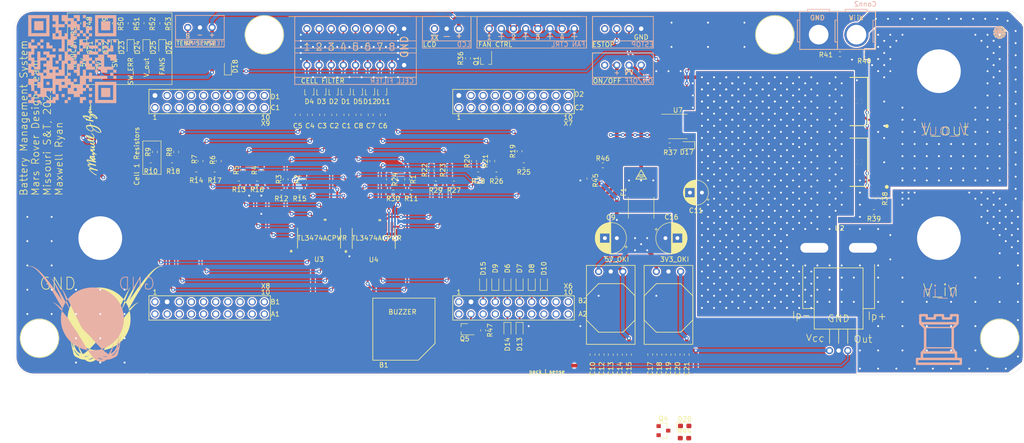
<source format=kicad_pcb>
(kicad_pcb (version 20171130) (host pcbnew "(5.1.6)-1")
  (layers (0 F.Cu signal) (31 B.Cu signal) (34 B.Paste user) (35 F.Paste user) (36 B.SilkS user) (37 F.SilkS user) (38 B.Mask user) (39 F.Mask user) (44 Edge.Cuts user))
  (net 0 "")
  (net 1 "Net-(B1-Pad2)")
  (net 2 +5V)
  (net 3 GND)
  (net 4 /cell_4)
  (net 5 /cell_3)
  (net 6 /cell_2)
  (net 7 /cell_1)
  (net 8 /cell_8)
  (net 9 /cell_7)
  (net 10 /cell_6)
  (net 11 /logic_power)
  (net 12 /PV)
  (net 13 +3V3)
  (net 14 "/temp_sense(A)")
  (net 15 "Net-(Conn4-Pad1)")
  (net 16 "Net-(Conn5-Pad3)")
  (net 17 /pack_gate)
  (net 18 "Net-(Conn5-Pad1)")
  (net 19 /cell_4_sense)
  (net 20 /cell_3_sense)
  (net 21 /cell_2_sense)
  (net 22 /cell_5_sense)
  (net 23 /cell_1_sense)
  (net 24 /cell_8_sense)
  (net 25 /cell_7_sense)
  (net 26 /cell_6_sense)
  (net 27 E_STOP_GATE)
  (net 28 /V_out_sense)
  (net 29 /logic_power_sense)
  (net 30 "Net-(D21-Pad1)")
  (net 31 "Net-(D22-Pad1)")
  (net 32 /sw_ind)
  (net 33 "Net-(D23-Pad1)")
  (net 34 /sw_err)
  (net 35 "Net-(D24-Pad1)")
  (net 36 /V_out_ind)
  (net 37 "Net-(D25-Pad1)")
  (net 38 /FANS_IND)
  (net 39 "Net-(D26-Pad1)")
  (net 40 "Net-(F1-Pad2)")
  (net 41 /pack_i_sense)
  (net 42 /V_in)
  (net 43 /fan_control)
  (net 44 /ESTOP/V_out)
  (net 45 "Net-(Q4-Pad3)")
  (net 46 /logic_switch)
  (net 47 /buzzer_control)
  (net 48 "Net-(R1-Pad1)")
  (net 49 "Net-(R15-Pad2)")
  (net 50 "Net-(R12-Pad2)")
  (net 51 "Net-(R16-Pad2)")
  (net 52 "Net-(R13-Pad2)")
  (net 53 "Net-(R17-Pad2)")
  (net 54 "Net-(R14-Pad2)")
  (net 55 "Net-(R18-Pad2)")
  (net 56 "Net-(R10-Pad1)")
  (net 57 "Net-(R19-Pad1)")
  (net 58 "Net-(R20-Pad1)")
  (net 59 "Net-(R21-Pad1)")
  (net 60 "Net-(R22-Pad1)")
  (net 61 "Net-(R23-Pad1)")
  (net 62 "Net-(R24-Pad1)")
  (net 63 "Net-(U1-PadPP2)")
  (net 64 "Net-(U1-PadPN3)")
  (net 65 "Net-(U1-PadPN2)")
  (net 66 "Net-(U1-PadRese)")
  (net 67 "Net-(U1-PadPL3)")
  (net 68 "Net-(U1-PadPL2)")
  (net 69 "Net-(U1-PadPL1)")
  (net 70 "Net-(U1-PadPL5)")
  (net 71 "Net-(U1-PadPL4)")
  (net 72 "Net-(U1-PadPG0)")
  (net 73 "Net-(U1-PadPF3)")
  (net 74 "Net-(U1-PadPF2)")
  (net 75 "Net-(U1-PadPB3)")
  (net 76 "Net-(U1-PadPB2)")
  (net 77 "Net-(U1-PadPC7)")
  (net 78 "Net-(U1-PadPD3)")
  (net 79 "Net-(U1-PadPM5)")
  (net 80 "Net-(U1-PadPM4)")
  (net 81 "Net-(U1-Pad+5V)")
  (net 82 "Net-(U1-PadPM7)")
  (net 83 "Net-(U1-PadPH1)")
  (net 84 "Net-(U1-PadPH0)")
  (net 85 "Net-(U1-PadPM2)")
  (net 86 "Net-(U1-PadPM1)")
  (net 87 "Net-(U1-PadPM0)")
  (net 88 "Net-(U1-PadPK5)")
  (net 89 "Net-(U1-PadPK4)")
  (net 90 "Net-(U1-PadPG1)")
  (net 91 "Net-(U1-PadPP4)")
  (net 92 "Net-(U1-PadPP1)")
  (net 93 "Net-(U1-PadPP0)")
  (net 94 "Net-(U1-PadPA5)")
  (net 95 "Net-(U1-PadPN5)")
  (net 96 "Net-(U1-PadRese')")
  (net 97 "Net-(U1-PadPA4)")
  (net 98 "Net-(U1-PadPQ0)")
  (net 99 "Net-(U1-PadPP3)")
  (net 100 "Net-(U1-PadPQ3)")
  (net 101 "Net-(U1-PadPQ2)")
  (net 102 "Net-(U1-PadPQ1)")
  (net 103 "Net-(U7-Pad3)")
  (net 104 "Net-(U7-Pad2)")
  (net 105 "Net-(U1-PadPE0)")
  (net 106 "Net-(U1-PadPE1)")
  (net 107 "Net-(U1-PadPC6)")
  (net 108 "Net-(U1-PadPE3)")
  (net 109 "Net-(U1-PadPE4)")
  (net 110 "Net-(U1-PadPD7)")
  (net 111 "Net-(U1-PadPE2)")
  (net 112 "Net-(U1-PadPA6)")
  (net 113 "Net-(U1-PadPC4)")
  (net 114 "Net-(U1-PadPC5)")
  (net 115 "Net-(U1-PadPE5)")
  (net 116 /LCD_TX)
  (net 117 cell_5_extension)
  (net 118 "Net-(U1-PadPF1)")
  (net 119 "Net-(U1-PadPL0)")
  (module MRDT_Shields:TM4C129E_Launchpad_FULL_THT_TOP (layer F.Cu) (at 63.5 90.17)
    (fp_text reference U1 hide)
    (fp_text value TM4C129E_Launchpad hide)
    (fp_text user 1 (at 1.27 -42.418 180) (layer F.SilkS))
    (fp_text user 10 (at 24.384 -42.418 180) (layer F.SilkS))
    (fp_text user 1 (at 1.27 -5.842 180) (layer F.SilkS))
    (fp_text user 10 (at 24.384 -5.842 180) (layer F.SilkS))
    (fp_text user 1 (at 64.77 -42.418 180) (layer F.SilkS))
    (fp_text user 10 (at 87.63 -42.418 180) (layer F.SilkS))
    (fp_text user 10 (at 87.63 -5.842 180) (layer F.SilkS))
    (fp_text user 1 (at 64.77 -5.842 180) (layer F.SilkS))
    (fp_text user X9 (at 24.384 -41.148 180) (layer F.SilkS))
    (fp_text user X8 (at 24.384 -7.112 180) (layer F.SilkS))
    (fp_text user X7 (at 87.63 -41.148 180) (layer F.SilkS))
    (fp_text user X6 (at 87.63 -7.112) (layer F.SilkS))
    (fp_text user C1 (at 26.416 -44.45 180) (layer F.SilkS))
    (fp_text user D1 (at 26.416 -46.736 180) (layer F.SilkS))
    (fp_text user C2 (at 89.916 -44.45 180) (layer F.SilkS))
    (fp_text user D2 (at 89.916 -47.244) (layer F.SilkS))
    (fp_text user B1 (at 26.416 -3.81 180) (layer F.SilkS))
    (fp_text user A1 (at 26.416 -1.27 180) (layer F.SilkS))
    (fp_text user B2 (at 90.678 -4.064 180) (layer F.SilkS))
    (fp_text user A2 (at 90.678 -1.27 180) (layer F.SilkS))
    (pad +3V3` thru_hole circle (at 64.77 -1.27 180) (size 1.52 1.52) (drill 1) (layers *.Cu *.Mask F.Paste))
    (pad PM6 thru_hole circle (at 87.63 -46.99 180) (size 1.52 1.52) (drill 1) (layers *.Cu *.Mask F.Paste) (net 17 /pack_gate))
    (pad PQ1 thru_hole circle (at 85.09 -46.99 180) (size 1.52 1.52) (drill 1) (layers *.Cu *.Mask F.Paste) (net 102 "Net-(U1-PadPQ1)"))
    (pad PQ2 thru_hole circle (at 77.47 -46.99 180) (size 1.52 1.52) (drill 1) (layers *.Cu *.Mask F.Paste) (net 101 "Net-(U1-PadPQ2)"))
    (pad PK0 thru_hole circle (at 74.93 -3.81 180) (size 1.52 1.52) (drill 1) (layers *.Cu *.Mask F.Paste) (net 19 /cell_4_sense))
    (pad PQ3 thru_hole circle (at 80.01 -46.99 180) (size 1.52 1.52) (drill 1) (layers *.Cu *.Mask F.Paste) (net 100 "Net-(U1-PadPQ3)"))
    (pad PP3 thru_hole circle (at 82.55 -46.99 180) (size 1.52 1.52) (drill 1) (layers *.Cu *.Mask F.Paste) (net 99 "Net-(U1-PadPP3)"))
    (pad PQ0 thru_hole circle (at 80.01 -1.27 180) (size 1.52 1.52) (drill 1) (layers *.Cu *.Mask F.Paste) (net 98 "Net-(U1-PadPQ0)"))
    (pad PA4 thru_hole circle (at 85.09 -3.81 180) (size 1.52 1.52) (drill 1) (layers *.Cu *.Mask F.Paste) (net 97 "Net-(U1-PadPA4)"))
    (pad Rese' thru_hole circle (at 74.93 -46.99 180) (size 1.52 1.52) (drill 1) (layers *.Cu *.Mask F.Paste) (net 96 "Net-(U1-PadRese')"))
    (pad PA7 thru_hole circle (at 72.39 -46.99 180) (size 1.52 1.52) (drill 1) (layers *.Cu *.Mask F.Paste) (net 116 /LCD_TX))
    (pad PN5 thru_hole circle (at 85.09 -1.27 180) (size 1.52 1.52) (drill 1) (layers *.Cu *.Mask F.Paste) (net 95 "Net-(U1-PadPN5)"))
    (pad PK2 thru_hole circle (at 80.01 -3.81 180) (size 1.52 1.52) (drill 1) (layers *.Cu *.Mask F.Paste) (net 21 /cell_2_sense))
    (pad PK1 thru_hole circle (at 77.47 -3.81 180) (size 1.52 1.52) (drill 1) (layers *.Cu *.Mask F.Paste) (net 20 /cell_3_sense))
    (pad +5V` thru_hole circle (at 64.77 -3.81 180) (size 1.52 1.52) (drill 1) (layers *.Cu *.Mask F.Paste))
    (pad GND thru_hole circle (at 67.31 -3.81 180) (size 1.52 1.52) (drill 1) (layers *.Cu *.Mask F.Paste) (net 3 GND))
    (pad PB4 thru_hole circle (at 69.85 -3.81 180) (size 1.52 1.52) (drill 1) (layers *.Cu *.Mask F.Paste) (net 26 /cell_6_sense))
    (pad PB5 thru_hole circle (at 72.39 -3.81 180) (size 1.52 1.52) (drill 1) (layers *.Cu *.Mask F.Paste) (net 22 /cell_5_sense))
    (pad PK3 thru_hole circle (at 82.55 -3.81 180) (size 1.52 1.52) (drill 1) (layers *.Cu *.Mask F.Paste) (net 23 /cell_1_sense))
    (pad PA5 thru_hole circle (at 87.63 -3.81 180) (size 1.52 1.52) (drill 1) (layers *.Cu *.Mask F.Paste) (net 94 "Net-(U1-PadPA5)"))
    (pad PD2 thru_hole circle (at 67.31 -1.27 180) (size 1.52 1.52) (drill 1) (layers *.Cu *.Mask F.Paste) (net 47 /buzzer_control))
    (pad PP0 thru_hole circle (at 69.85 -1.27 180) (size 1.52 1.52) (drill 1) (layers *.Cu *.Mask F.Paste) (net 93 "Net-(U1-PadPP0)"))
    (pad PP1 thru_hole circle (at 72.39 -1.27 180) (size 1.52 1.52) (drill 1) (layers *.Cu *.Mask F.Paste) (net 92 "Net-(U1-PadPP1)"))
    (pad PD4 thru_hole circle (at 74.93 -1.27 180) (size 1.52 1.52) (drill 1) (layers *.Cu *.Mask F.Paste) (net 25 /cell_7_sense))
    (pad PD5 thru_hole circle (at 77.47 -1.27 180) (size 1.52 1.52) (drill 1) (layers *.Cu *.Mask F.Paste) (net 24 /cell_8_sense))
    (pad PP4 thru_hole circle (at 82.55 -1.27 180) (size 1.52 1.52) (drill 1) (layers *.Cu *.Mask F.Paste) (net 91 "Net-(U1-PadPP4)"))
    (pad PN4 thru_hole circle (at 87.63 -1.27 180) (size 1.52 1.52) (drill 1) (layers *.Cu *.Mask F.Paste) (net 41 /pack_i_sense))
    (pad PG1 thru_hole circle (at 64.77 -44.45 180) (size 1.52 1.52) (drill 1) (layers *.Cu *.Mask F.Paste) (net 90 "Net-(U1-PadPG1)"))
    (pad PK4 thru_hole circle (at 67.31 -44.45 180) (size 1.52 1.52) (drill 1) (layers *.Cu *.Mask F.Paste) (net 89 "Net-(U1-PadPK4)"))
    (pad PK5 thru_hole circle (at 69.85 -44.45 180) (size 1.52 1.52) (drill 1) (layers *.Cu *.Mask F.Paste) (net 88 "Net-(U1-PadPK5)"))
    (pad PM0 thru_hole circle (at 72.39 -44.45 180) (size 1.52 1.52) (drill 1) (layers *.Cu *.Mask F.Paste) (net 87 "Net-(U1-PadPM0)"))
    (pad PM1 thru_hole circle (at 74.93 -44.45 180) (size 1.52 1.52) (drill 1) (layers *.Cu *.Mask F.Paste) (net 86 "Net-(U1-PadPM1)"))
    (pad PM2 thru_hole circle (at 77.47 -44.45 180) (size 1.52 1.52) (drill 1) (layers *.Cu *.Mask F.Paste) (net 85 "Net-(U1-PadPM2)"))
    (pad PH0 thru_hole circle (at 80.01 -44.45 180) (size 1.52 1.52) (drill 1) (layers *.Cu *.Mask F.Paste) (net 84 "Net-(U1-PadPH0)"))
    (pad PH1 thru_hole circle (at 82.55 -44.45 180) (size 1.52 1.52) (drill 1) (layers *.Cu *.Mask F.Paste) (net 83 "Net-(U1-PadPH1)"))
    (pad PK6 thru_hole circle (at 85.09 -44.45 180) (size 1.52 1.52) (drill 1) (layers *.Cu *.Mask F.Paste) (net 46 /logic_switch))
    (pad PK7 thru_hole circle (at 87.63 -44.45 180) (size 1.52 1.52) (drill 1) (layers *.Cu *.Mask F.Paste) (net 29 /logic_power_sense))
    (pad GND thru_hole circle (at 64.77 -46.99 180) (size 1.52 1.52) (drill 1) (layers *.Cu *.Mask F.Paste) (net 3 GND))
    (pad PM7 thru_hole circle (at 67.31 -46.99 180) (size 1.52 1.52) (drill 1) (layers *.Cu *.Mask F.Paste) (net 82 "Net-(U1-PadPM7)"))
    (pad PP5 thru_hole circle (at 69.85 -46.99 180) (size 1.52 1.52) (drill 1) (layers *.Cu *.Mask F.Paste) (net 43 /fan_control))
    (pad +5V thru_hole circle (at 1.27 -3.81 180) (size 1.52 1.52) (drill 1) (layers *.Cu *.Mask F.Paste) (net 81 "Net-(U1-Pad+5V)"))
    (pad GND thru_hole circle (at 3.81 -3.81 180) (size 1.52 1.52) (drill 1) (layers *.Cu *.Mask F.Paste) (net 3 GND))
    (pad PE0 thru_hole circle (at 6.35 -3.81 180) (size 1.52 1.52) (drill 1) (layers *.Cu *.Mask F.Paste) (net 105 "Net-(U1-PadPE0)"))
    (pad PE1 thru_hole circle (at 8.89 -3.81 180) (size 1.52 1.52) (drill 1) (layers *.Cu *.Mask F.Paste) (net 106 "Net-(U1-PadPE1)"))
    (pad PE2 thru_hole circle (at 11.43 -3.81 180) (size 1.52 1.52) (drill 1) (layers *.Cu *.Mask F.Paste) (net 111 "Net-(U1-PadPE2)"))
    (pad PE3 thru_hole circle (at 13.97 -3.81 180) (size 1.52 1.52) (drill 1) (layers *.Cu *.Mask F.Paste) (net 108 "Net-(U1-PadPE3)"))
    (pad PD7 thru_hole circle (at 16.51 -3.81 180) (size 1.52 1.52) (drill 1) (layers *.Cu *.Mask F.Paste) (net 110 "Net-(U1-PadPD7)"))
    (pad PA6 thru_hole circle (at 19.05 -3.81 180) (size 1.52 1.52) (drill 1) (layers *.Cu *.Mask F.Paste) (net 112 "Net-(U1-PadPA6)"))
    (pad PM4 thru_hole circle (at 21.59 -3.81 180) (size 1.52 1.52) (drill 1) (layers *.Cu *.Mask F.Paste) (net 80 "Net-(U1-PadPM4)"))
    (pad PM5 thru_hole circle (at 24.13 -3.81 180) (size 1.52 1.52) (drill 1) (layers *.Cu *.Mask F.Paste) (net 79 "Net-(U1-PadPM5)"))
    (pad +3V3 thru_hole circle (at 1.27 -1.27 180) (size 1.52 1.52) (drill 1) (layers *.Cu *.Mask F.Paste) (net 13 +3V3))
    (pad PE4 thru_hole circle (at 3.81 -1.27 180) (size 1.52 1.52) (drill 1) (layers *.Cu *.Mask F.Paste) (net 109 "Net-(U1-PadPE4)"))
    (pad PC4 thru_hole circle (at 6.35 -1.27 180) (size 1.52 1.52) (drill 1) (layers *.Cu *.Mask F.Paste) (net 113 "Net-(U1-PadPC4)"))
    (pad PC5 thru_hole circle (at 8.89 -1.27 180) (size 1.52 1.52) (drill 1) (layers *.Cu *.Mask F.Paste) (net 114 "Net-(U1-PadPC5)"))
    (pad PC6 thru_hole circle (at 11.43 -1.27 180) (size 1.52 1.52) (drill 1) (layers *.Cu *.Mask F.Paste) (net 107 "Net-(U1-PadPC6)"))
    (pad PE5 thru_hole circle (at 13.97 -1.27 180) (size 1.52 1.52) (drill 1) (layers *.Cu *.Mask F.Paste) (net 115 "Net-(U1-PadPE5)"))
    (pad PD3 thru_hole circle (at 16.51 -1.27 180) (size 1.52 1.52) (drill 1) (layers *.Cu *.Mask F.Paste) (net 78 "Net-(U1-PadPD3)"))
    (pad PC7 thru_hole circle (at 19.05 -1.27 180) (size 1.52 1.52) (drill 1) (layers *.Cu *.Mask F.Paste) (net 77 "Net-(U1-PadPC7)"))
    (pad PB2 thru_hole circle (at 21.59 -1.27 180) (size 1.52 1.52) (drill 1) (layers *.Cu *.Mask F.Paste) (net 76 "Net-(U1-PadPB2)"))
    (pad PB3 thru_hole circle (at 24.13 -1.27 180) (size 1.52 1.52) (drill 1) (layers *.Cu *.Mask F.Paste) (net 75 "Net-(U1-PadPB3)"))
    (pad PF1 thru_hole circle (at 1.27 -44.45 180) (size 1.52 1.52) (drill 1) (layers *.Cu *.Mask F.Paste) (net 118 "Net-(U1-PadPF1)"))
    (pad PF2 thru_hole circle (at 3.81 -44.45 180) (size 1.52 1.52) (drill 1) (layers *.Cu *.Mask F.Paste) (net 74 "Net-(U1-PadPF2)"))
    (pad PF3 thru_hole circle (at 6.35 -44.45 180) (size 1.52 1.52) (drill 1) (layers *.Cu *.Mask F.Paste) (net 73 "Net-(U1-PadPF3)"))
    (pad PG0 thru_hole circle (at 8.89 -44.45 180) (size 1.52 1.52) (drill 1) (layers *.Cu *.Mask F.Paste) (net 72 "Net-(U1-PadPG0)"))
    (pad PL4 thru_hole circle (at 11.43 -44.45 180) (size 1.52 1.52) (drill 1) (layers *.Cu *.Mask F.Paste) (net 71 "Net-(U1-PadPL4)"))
    (pad PL5 thru_hole circle (at 13.97 -44.45 180) (size 1.52 1.52) (drill 1) (layers *.Cu *.Mask F.Paste) (net 70 "Net-(U1-PadPL5)"))
    (pad PL0 thru_hole circle (at 16.51 -44.45 180) (size 1.52 1.52) (drill 1) (layers *.Cu *.Mask F.Paste) (net 119 "Net-(U1-PadPL0)"))
    (pad PL1 thru_hole circle (at 19.05 -44.45 180) (size 1.52 1.52) (drill 1) (layers *.Cu *.Mask F.Paste) (net 69 "Net-(U1-PadPL1)"))
    (pad PL2 thru_hole circle (at 21.59 -44.45 180) (size 1.52 1.52) (drill 1) (layers *.Cu *.Mask F.Paste) (net 68 "Net-(U1-PadPL2)"))
    (pad PL3 thru_hole circle (at 24.13 -44.45 180) (size 1.52 1.52) (drill 1) (layers *.Cu *.Mask F.Paste) (net 67 "Net-(U1-PadPL3)"))
    (pad GND thru_hole circle (at 1.27 -46.99 180) (size 1.52 1.52) (drill 1) (layers *.Cu *.Mask F.Paste) (net 3 GND))
    (pad PM3 thru_hole circle (at 3.81 -46.99 180) (size 1.52 1.52) (drill 1) (layers *.Cu *.Mask F.Paste) (net 34 /sw_err))
    (pad PH2 thru_hole circle (at 6.35 -46.99 180) (size 1.52 1.52) (drill 1) (layers *.Cu *.Mask F.Paste) (net 36 /V_out_ind))
    (pad PH3 thru_hole circle (at 8.89 -46.99 180) (size 1.52 1.52) (drill 1) (layers *.Cu *.Mask F.Paste) (net 38 /FANS_IND))
    (pad Rese thru_hole circle (at 11.43 -46.99 180) (size 1.52 1.52) (drill 1) (layers *.Cu *.Mask F.Paste) (net 66 "Net-(U1-PadRese)"))
    (pad PD1 thru_hole circle (at 13.97 -46.99 180) (size 1.52 1.52) (drill 1) (layers *.Cu *.Mask F.Paste) (net 14 "/temp_sense(A)"))
    (pad PD0 thru_hole circle (at 16.51 -46.99 180) (size 1.52 1.52) (drill 1) (layers *.Cu *.Mask F.Paste) (net 28 /V_out_sense))
    (pad PN2 thru_hole circle (at 19.05 -46.99 180) (size 1.52 1.52) (drill 1) (layers *.Cu *.Mask F.Paste) (net 65 "Net-(U1-PadPN2)"))
    (pad PN3 thru_hole circle (at 21.59 -46.99 180) (size 1.52 1.52) (drill 1) (layers *.Cu *.Mask F.Paste) (net 64 "Net-(U1-PadPN3)"))
    (pad PP2 thru_hole circle (at 24.13 -46.99 180) (size 1.52 1.52) (drill 1) (layers *.Cu *.Mask F.Paste) (net 63 "Net-(U1-PadPP2)"))
  )
  (module Package_TO_SOT_SMD:SOT-416 (layer F.Cu) (at 97.036 42.56 270)
    (fp_text reference D4 (at 1.89 0.008 180) (layer F.SilkS))
    (fp_text value 5V_Schottky)
    (pad 1 smd rect (at -0.65 -0.5 270) (size 0.6 0.5) (layers F.Cu F.Paste F.Mask) (net 6 /cell_2))
    (pad 2 smd rect (at -0.65 0.5 270) (size 0.6 0.5) (layers F.Cu F.Paste F.Mask) (net 7 /cell_1))
    (pad 3 smd rect (at 0.65 0 270) (size 0.6 0.5) (layers F.Cu F.Paste F.Mask))
  )
  (module MRDT_Drill_Holes:4_40_Hole (layer F.Cu) (at 194.31 30.48)
    (fp_text reference REF** hide)
    (fp_text value 4_40_Hole hide)
    (pad "" np_thru_hole circle (at 0 0) (size 2.9464 2.9464) (drill 2.9464) (layers *.Cu *.Mask) (clearance 2.5))
  )
  (module MRDT_Silkscreens:2_Nothing_3mm (layer F.Cu) (at 166.37 59.69)
    (fp_text reference G*** hide)
    (fp_text value LOGO hide)
  )
  (module MRDT_BMS2021_SILKSCREENS:qr_code (layer B.Cu) (at 47.498 35.56 180)
    (fp_text reference G*** hide)
    (fp_text value LOGO hide)
  )
  (module MRDT_BMS2021_SILKSCREENS:rona_5x3mm (layer F.Cu) (at 241.3 29.972 180)
    (fp_text reference G*** hide)
    (fp_text value LOGO hide)
  )
  (module MRDT_BMS2021_SILKSCREENS:rona_5x3mm (layer B.Cu) (at 241.3 29.972)
    (fp_text reference G*** hide)
    (fp_text value LOGO hide)
  )
  (module MRDT_BMS2021_SILKSCREENS:rook_15x15mm (layer B.Cu) (at 228.6 93.726 180)
    (fp_text reference G*** hide)
    (fp_text value LOGO hide)
  )
  (module MRDT_Silkscreens:0_MRDT_Logo_20mm (layer B.Cu) (at 48.26 88.9 180)
    (fp_text reference G*** hide)
    (fp_text value LOGO hide)
  )
  (module MRDT_Silkscreens:0_MRDT_Logo_20mm (layer F.Cu) (at 56.515 88.9)
    (fp_text reference G*** hide)
    (fp_text value LOGO hide)
  )
  (module MRDT_BMS2021_SILKSCREENS:max_ryan_signature (layer F.Cu) (at 51.435 52.07 90)
    (fp_text reference G*** hide)
    (fp_text value LOGO hide)
  )
  (module MRDT_Drill_Holes:4_40_Hole (layer F.Cu) (at 241.3 93.98)
    (fp_text reference REF** hide)
    (fp_text value 4_40_Hole hide)
    (pad "" np_thru_hole circle (at 0 0) (size 2.9464 2.9464) (drill 2.9464) (layers *.Cu *.Mask) (clearance 2.5))
  )
  (module MRDT_Drill_Holes:4_40_Hole (layer F.Cu) (at 40.64 93.98)
    (fp_text reference REF** hide)
    (fp_text value 4_40_Hole hide)
    (pad "" np_thru_hole circle (at 0 0) (size 2.9464 2.9464) (drill 2.9464) (layers *.Cu *.Mask) (clearance 2.5))
  )
  (module MRDT_Drill_Holes:4_40_Hole (layer F.Cu) (at 87.63 30.48)
    (fp_text reference REF** hide)
    (fp_text value 4_40_Hole hide)
    (pad "" np_thru_hole circle (at 0 0) (size 2.9464 2.9464) (drill 2.9464) (layers *.Cu *.Mask) (clearance 2.5))
  )
  (module MRDT_BMS2021:TO127P1524X483-7N (layer F.Cu) (at 209.804 44.45 180)
    (fp_text reference Q3 (at -2.032 0) (layer F.SilkS) (effects (font (size 1.000811 1.000811) (thickness 0.015))))
    (fp_text value IRFS7530TRL7PP)
    (pad 4 smd rect (at 4.2 0 180) (size 8.2 10.7) (layers F.Cu F.Paste F.Mask) (net 12 /PV))
    (pad 7 smd rect (at -6.4 3.81 180) (size 3.8 1.05) (layers F.Cu F.Paste F.Mask) (net 44 /ESTOP/V_out))
    (pad 6 smd rect (at -6.4 2.54 180) (size 3.8 1.05) (layers F.Cu F.Paste F.Mask) (net 44 /ESTOP/V_out))
    (pad 5 smd rect (at -6.4 1.27 180) (size 3.8 1.05) (layers F.Cu F.Paste F.Mask) (net 44 /ESTOP/V_out))
    (pad 3 smd rect (at -6.4 -1.27 180) (size 3.8 1.05) (layers F.Cu F.Paste F.Mask) (net 44 /ESTOP/V_out))
    (pad 2 smd rect (at -6.4 -2.54 180) (size 3.8 1.05) (layers F.Cu F.Paste F.Mask) (net 44 /ESTOP/V_out))
    (pad 1 smd rect (at -6.4 -3.81 180) (size 3.8 1.05) (layers F.Cu F.Paste F.Mask) (net 27 E_STOP_GATE))
  )
  (module Capacitor_THT:CP_Radial_D5.0mm_P2.50mm (layer F.Cu) (at 179.07 63.5 180)
    (fp_text reference C11 (at 1.25 -3.75) (layer F.SilkS))
    (fp_text value 10u)
    (pad 2 thru_hole circle (at 2.5 0 180) (size 1.6 1.6) (drill 0.8) (layers *.Cu *.Mask) (net 3 GND))
    (pad 1 thru_hole rect (at 0 0 180) (size 1.6 1.6) (drill 0.8) (layers *.Cu *.Mask) (net 12 /PV))
  )
  (module MRDT_Connectors:MOLEX_SL_04_Vertical (layer B.Cu) (at 158.75 29.21)
    (fp_text reference Conn5 hide)
    (fp_text value Molex_SL_04)
    (pad 1 thru_hole circle (at 0 0) (size 1.524 1.524) (drill 0.9) (layers *.Cu *.Mask) (net 18 "Net-(Conn5-Pad1)"))
    (pad 2 thru_hole circle (at 2.54 0) (size 1.524 1.524) (drill 0.9) (layers *.Cu *.Mask) (net 17 /pack_gate))
    (pad 3 thru_hole circle (at 5.08 0) (size 1.524 1.524) (drill 0.9) (layers *.Cu *.Mask) (net 16 "Net-(Conn5-Pad3)"))
    (pad 4 thru_hole circle (at 7.62 0) (size 1.524 1.524) (drill 0.9) (layers *.Cu *.Mask) (net 3 GND))
    (pad 4 thru_hole circle (at 7.62 0) (size 1.524 1.524) (drill 0.9) (layers *.Cu *.Mask) (net 3 GND))
  )
  (module MRDT_Connectors:MOLEX_SL_09_Vertical (layer B.Cu) (at 96.52 36.83)
    (fp_text reference Conn1 hide)
    (fp_text value cell_filter)
    (pad 9 thru_hole circle (at 20.32 0) (size 1.524 1.524) (drill 0.9) (layers *.Cu *.Mask) (net 3 GND))
    (pad 8 thru_hole circle (at 17.78 0) (size 1.524 1.524) (drill 0.9) (layers *.Cu *.Mask) (net 8 /cell_8))
    (pad 7 thru_hole circle (at 15.24 0) (size 1.524 1.524) (drill 0.9) (layers *.Cu *.Mask) (net 9 /cell_7))
    (pad 6 thru_hole circle (at 12.7 0) (size 1.524 1.524) (drill 0.9) (layers *.Cu *.Mask) (net 10 /cell_6))
    (pad 5 thru_hole circle (at 10.16 0) (size 1.524 1.524) (drill 0.9) (layers *.Cu *.Mask) (net 117 cell_5_extension))
    (pad 4 thru_hole circle (at 7.62 0) (size 1.524 1.524) (drill 0.9) (layers *.Cu *.Mask) (net 4 /cell_4))
    (pad 3 thru_hole circle (at 5.08 0) (size 1.524 1.524) (drill 0.9) (layers *.Cu *.Mask) (net 5 /cell_3))
    (pad 2 thru_hole circle (at 2.54 0) (size 1.524 1.524) (drill 0.9) (layers *.Cu *.Mask) (net 6 /cell_2))
    (pad 1 thru_hole circle (at 0 0) (size 1.524 1.524) (drill 0.9) (layers *.Cu *.Mask) (net 7 /cell_1))
  )
  (module MRDT_BMS2021:TO127P1524X483-7N (layer F.Cu) (at 209.804 57.15 180)
    (fp_text reference Q2 (at -2.032 0) (layer F.SilkS) (effects (font (size 1.000811 1.000811) (thickness 0.015))))
    (fp_text value IRFS7530TRL7PP)
    (pad 4 smd rect (at 4.2 0 180) (size 8.2 10.7) (layers F.Cu F.Paste F.Mask) (net 12 /PV))
    (pad 7 smd rect (at -6.4 3.81 180) (size 3.8 1.05) (layers F.Cu F.Paste F.Mask) (net 44 /ESTOP/V_out))
    (pad 6 smd rect (at -6.4 2.54 180) (size 3.8 1.05) (layers F.Cu F.Paste F.Mask) (net 44 /ESTOP/V_out))
    (pad 5 smd rect (at -6.4 1.27 180) (size 3.8 1.05) (layers F.Cu F.Paste F.Mask) (net 44 /ESTOP/V_out))
    (pad 3 smd rect (at -6.4 -1.27 180) (size 3.8 1.05) (layers F.Cu F.Paste F.Mask) (net 44 /ESTOP/V_out))
    (pad 2 smd rect (at -6.4 -2.54 180) (size 3.8 1.05) (layers F.Cu F.Paste F.Mask) (net 44 /ESTOP/V_out))
    (pad 1 smd rect (at -6.4 -3.81 180) (size 3.8 1.05) (layers F.Cu F.Paste F.Mask) (net 27 E_STOP_GATE))
  )
  (module Package_TO_SOT_SMD:SOT-323_SC-70_Handsoldering (layer F.Cu) (at 133.97 35.9375 270)
    (fp_text reference Q1 (at 0.0035 2.0805 90) (layer F.SilkS))
    (fp_text value 2N7002PW)
    (pad 3 smd rect (at 1.33 0 180) (size 0.45 1.5) (layers F.Cu F.Paste F.Mask) (net 3 GND))
    (pad 2 smd rect (at -1.33 0.65 180) (size 0.45 1.5) (layers F.Cu F.Paste F.Mask) (net 43 /fan_control))
    (pad 1 smd rect (at -1.33 -0.65 180) (size 0.45 1.5) (layers F.Cu F.Paste F.Mask) (net 15 "Net-(Conn4-Pad1)"))
  )
  (module MRDT_Connectors:MOLEX_SL_08_Vertical (layer B.Cu) (at 134.62 29.21)
    (fp_text reference Conn4 hide)
    (fp_text value Molex_SL_08)
    (pad 8 thru_hole circle (at 17.78 0) (size 1.524 1.524) (drill 0.9) (layers *.Cu *.Mask) (net 2 +5V))
    (pad 7 thru_hole circle (at 15.24 0) (size 1.524 1.524) (drill 0.9) (layers *.Cu *.Mask) (net 15 "Net-(Conn4-Pad1)"))
    (pad 6 thru_hole circle (at 12.7 0) (size 1.524 1.524) (drill 0.9) (layers *.Cu *.Mask) (net 2 +5V))
    (pad 5 thru_hole circle (at 10.16 0) (size 1.524 1.524) (drill 0.9) (layers *.Cu *.Mask) (net 15 "Net-(Conn4-Pad1)"))
    (pad 4 thru_hole circle (at 7.62 0) (size 1.524 1.524) (drill 0.9) (layers *.Cu *.Mask) (net 2 +5V))
    (pad 3 thru_hole circle (at 5.08 0) (size 1.524 1.524) (drill 0.9) (layers *.Cu *.Mask) (net 15 "Net-(Conn4-Pad1)"))
    (pad 2 thru_hole circle (at 2.54 0) (size 1.524 1.524) (drill 0.9) (layers *.Cu *.Mask) (net 2 +5V))
    (pad 1 thru_hole circle (at 0 0) (size 1.524 1.524) (drill 0.9) (layers *.Cu *.Mask) (net 15 "Net-(Conn4-Pad1)"))
  )
  (module MRDT_Drill_Holes:BATT_PWR_VIA (layer F.Cu) (at 228.6 38.1)
    (fp_text reference V3 hide)
    (fp_text value BATT_PWR_VIA hide)
    (pad 1 thru_hole circle (at 0 0) (size 18.288 18.288) (drill 9.144) (layers *.Cu *.Mask) (net 44 /ESTOP/V_out))
  )
  (module MRDT_Drill_Holes:BATT_PWR_VIA (layer F.Cu) (at 53.34 73.025)
    (fp_text reference V2 hide)
    (fp_text value BATT_PWR_VIA hide)
    (pad 1 thru_hole circle (at 0 0) (size 18.288 18.288) (drill 9.144) (layers *.Cu *.Mask) (net 3 GND))
  )
  (module MRDT_Drill_Holes:BATT_PWR_VIA (layer F.Cu) (at 228.6 73.025)
    (fp_text reference V1 hide)
    (fp_text value BATT_PWR_VIA hide)
    (pad 1 thru_hole circle (at 0 0) (size 18.288 18.288) (drill 9.144) (layers *.Cu *.Mask) (net 42 /V_in))
  )
  (module MRDT_BMS2021:LT1910_SOIC-8-1EP_3.9x4.9mm_P1.27mm_EP2.41x3.3mm (layer F.Cu) (at 174.055 49.657)
    (fp_text reference U7 (at 0 -3.4) (layer F.SilkS))
    (fp_text value LT1910)
    (pad 8 smd roundrect (at 2.475 -1.905) (size 1.95 0.6) (layers F.Cu F.Paste F.Mask) (net 12 /PV))
    (pad 7 smd roundrect (at 2.475 -0.635) (size 1.95 0.6) (layers F.Cu F.Paste F.Mask))
    (pad 6 smd roundrect (at 2.475 0.635) (size 1.95 0.6) (layers F.Cu F.Paste F.Mask) (net 12 /PV))
    (pad 5 smd roundrect (at 2.475 1.905) (size 1.95 0.6) (layers F.Cu F.Paste F.Mask) (net 27 E_STOP_GATE))
    (pad 4 smd roundrect (at -2.475 1.905) (size 1.95 0.6) (layers F.Cu F.Paste F.Mask) (net 18 "Net-(Conn5-Pad1)"))
    (pad 3 smd roundrect (at -2.475 0.635) (size 1.95 0.6) (layers F.Cu F.Paste F.Mask) (net 103 "Net-(U7-Pad3)"))
    (pad 2 smd roundrect (at -2.475 -0.635) (size 1.95 0.6) (layers F.Cu F.Paste F.Mask) (net 104 "Net-(U7-Pad2)"))
    (pad 1 smd roundrect (at -2.475 -1.905) (size 1.95 0.6) (layers F.Cu F.Paste F.Mask) (net 3 GND))
  )
  (module MRDT_Connectors:MOLEX_SL_04_Vertical (layer B.Cu) (at 158.75 36.83)
    (fp_text reference SW1 hide)
    (fp_text value Relay_SPST)
    (pad 4 thru_hole circle (at 7.62 0) (size 1.524 1.524) (drill 0.9) (layers *.Cu *.Mask) (net 40 "Net-(F1-Pad2)"))
    (pad 4 thru_hole circle (at 7.62 0) (size 1.524 1.524) (drill 0.9) (layers *.Cu *.Mask) (net 40 "Net-(F1-Pad2)"))
    (pad 3 thru_hole circle (at 5.08 0) (size 1.524 1.524) (drill 0.9) (layers *.Cu *.Mask) (net 12 /PV))
    (pad 2 thru_hole circle (at 2.54 0) (size 1.524 1.524) (drill 0.9) (layers *.Cu *.Mask) (net 2 +5V))
    (pad 1 thru_hole circle (at 0 0) (size 1.524 1.524) (drill 0.9) (layers *.Cu *.Mask) (net 45 "Net-(Q4-Pad3)"))
  )
  (module Resistor_SMD:R_0603_1608Metric_Pad1.05x0.95mm_HandSolder (layer F.Cu) (at 66.294 28.081 90)
    (fp_text reference R53 (at -0.113 1.27 90) (layer F.SilkS))
    (fp_text value 330)
    (pad 2 smd roundrect (at 0.875 0 90) (size 1.05 0.95) (layers F.Cu F.Paste F.Mask) (net 3 GND))
    (pad 1 smd roundrect (at -0.875 0 90) (size 1.05 0.95) (layers F.Cu F.Paste F.Mask) (net 39 "Net-(D26-Pad1)"))
  )
  (module Resistor_SMD:R_0603_1608Metric_Pad1.05x0.95mm_HandSolder (layer F.Cu) (at 62.992 28.081 90)
    (fp_text reference R52 (at -0.113 1.27 90) (layer F.SilkS))
    (fp_text value 330)
    (pad 2 smd roundrect (at 0.875 0 90) (size 1.05 0.95) (layers F.Cu F.Paste F.Mask) (net 3 GND))
    (pad 1 smd roundrect (at -0.875 0 90) (size 1.05 0.95) (layers F.Cu F.Paste F.Mask) (net 37 "Net-(D25-Pad1)"))
  )
  (module Resistor_SMD:R_0603_1608Metric_Pad1.05x0.95mm_HandSolder (layer F.Cu) (at 59.69 28.081 90)
    (fp_text reference R51 (at -0.113 1.27 90) (layer F.SilkS))
    (fp_text value 330)
    (pad 2 smd roundrect (at 0.875 0 90) (size 1.05 0.95) (layers F.Cu F.Paste F.Mask) (net 3 GND))
    (pad 1 smd roundrect (at -0.875 0 90) (size 1.05 0.95) (layers F.Cu F.Paste F.Mask) (net 35 "Net-(D24-Pad1)"))
  )
  (module Resistor_SMD:R_0603_1608Metric_Pad1.05x0.95mm_HandSolder (layer F.Cu) (at 56.388 28.081 90)
    (fp_text reference R50 (at -0.113 1.27 90) (layer F.SilkS))
    (fp_text value 330)
    (pad 2 smd roundrect (at 0.875 0 90) (size 1.05 0.95) (layers F.Cu F.Paste F.Mask) (net 3 GND))
    (pad 1 smd roundrect (at -0.875 0 90) (size 1.05 0.95) (layers F.Cu F.Paste F.Mask) (net 33 "Net-(D23-Pad1)"))
  )
  (module Resistor_SMD:R_0603_1608Metric_Pad1.05x0.95mm_HandSolder (layer F.Cu) (at 53.086 28.081 90)
    (fp_text reference R49 (at -0.113 1.27 90) (layer F.SilkS))
    (fp_text value 330)
    (pad 2 smd roundrect (at 0.875 0 90) (size 1.05 0.95) (layers F.Cu F.Paste F.Mask) (net 3 GND))
    (pad 1 smd roundrect (at -0.875 0 90) (size 1.05 0.95) (layers F.Cu F.Paste F.Mask) (net 31 "Net-(D22-Pad1)"))
  )
  (module Resistor_SMD:R_0603_1608Metric_Pad1.05x0.95mm_HandSolder (layer F.Cu) (at 49.784 28.081 90)
    (fp_text reference R48 (at 0 1.27 90) (layer F.SilkS))
    (fp_text value 500)
    (pad 1 smd roundrect (at -0.875 0 90) (size 1.05 0.95) (layers F.Cu F.Paste F.Mask) (net 30 "Net-(D21-Pad1)"))
    (pad 2 smd roundrect (at 0.875 0 90) (size 1.05 0.95) (layers F.Cu F.Paste F.Mask) (net 3 GND))
  )
  (module Resistor_SMD:R_0603_1608Metric_Pad1.05x0.95mm_HandSolder (layer F.Cu) (at 158.355 57.785)
    (fp_text reference R46 (at 0 -1.43) (layer F.SilkS))
    (fp_text value 360k)
    (pad 2 smd roundrect (at 0.875 0) (size 1.05 0.95) (layers F.Cu F.Paste F.Mask) (net 3 GND))
    (pad 1 smd roundrect (at -0.875 0) (size 1.05 0.95) (layers F.Cu F.Paste F.Mask) (net 29 /logic_power_sense))
  )
  (module Resistor_SMD:R_0603_1608Metric_Pad1.05x0.95mm_HandSolder (layer F.Cu) (at 155.575 60.565 90)
    (fp_text reference R45 (at -0.395 1.27 90) (layer F.SilkS))
    (fp_text value 3.32M)
    (pad 2 smd roundrect (at 0.875 0 90) (size 1.05 0.95) (layers F.Cu F.Paste F.Mask) (net 29 /logic_power_sense))
    (pad 1 smd roundrect (at -0.875 0 90) (size 1.05 0.95) (layers F.Cu F.Paste F.Mask) (net 11 /logic_power))
  )
  (module Resistor_SMD:R_0603_1608Metric_Pad1.05x0.95mm_HandSolder (layer F.Cu) (at 207.913 34.544 180)
    (fp_text reference R41 (at 2.935 -0.127) (layer F.SilkS))
    (fp_text value 360k)
    (pad 1 smd roundrect (at -0.875 0 180) (size 1.05 0.95) (layers F.Cu F.Paste F.Mask) (net 28 /V_out_sense))
    (pad 2 smd roundrect (at 0.875 0 180) (size 1.05 0.95) (layers F.Cu F.Paste F.Mask) (net 3 GND))
  )
  (module Resistor_SMD:R_0603_1608Metric_Pad1.05x0.95mm_HandSolder (layer F.Cu) (at 212.993 34.544 180)
    (fp_text reference R40 (at 0 -1.43) (layer F.SilkS))
    (fp_text value 3.32M)
    (pad 2 smd roundrect (at 0.875 0 180) (size 1.05 0.95) (layers F.Cu F.Paste F.Mask) (net 28 /V_out_sense))
    (pad 1 smd roundrect (at -0.875 0 180) (size 1.05 0.95) (layers F.Cu F.Paste F.Mask) (net 44 /ESTOP/V_out))
  )
  (module Resistor_SMD:R_0603_1608Metric_Pad1.05x0.95mm_HandSolder (layer F.Cu) (at 215.025 67.564 180)
    (fp_text reference R39 (at 0 -1.43) (layer F.SilkS))
    (fp_text value 10k)
    (pad 2 smd roundrect (at 0.875 0 180) (size 1.05 0.95) (layers F.Cu F.Paste F.Mask) (net 3 GND))
    (pad 1 smd roundrect (at -0.875 0 180) (size 1.05 0.95) (layers F.Cu F.Paste F.Mask) (net 16 "Net-(Conn5-Pad3)"))
  )
  (module Resistor_SMD:R_0603_1608Metric_Pad1.05x0.95mm_HandSolder (layer F.Cu) (at 215.9 64.77 270)
    (fp_text reference R38 (at 0 -1.43 90) (layer F.SilkS))
    (fp_text value 4k)
    (pad 1 smd roundrect (at -0.875 0 270) (size 1.05 0.95) (layers F.Cu F.Paste F.Mask) (net 44 /ESTOP/V_out))
    (pad 2 smd roundrect (at 0.875 0 270) (size 1.05 0.95) (layers F.Cu F.Paste F.Mask) (net 16 "Net-(Conn5-Pad3)"))
  )
  (module Resistor_SMD:R_0603_1608Metric_Pad1.05x0.95mm_HandSolder (layer F.Cu) (at 172.325 53.594)
    (fp_text reference R37 (at 0.141 1.524) (layer F.SilkS))
    (fp_text value 10k)
    (pad 2 smd roundrect (at 0.875 0) (size 1.05 0.95) (layers F.Cu F.Paste F.Mask) (net 3 GND))
    (pad 1 smd roundrect (at -0.875 0) (size 1.05 0.95) (layers F.Cu F.Paste F.Mask) (net 18 "Net-(Conn5-Pad1)"))
  )
  (module Resistor_SMD:R_0603_1608Metric_Pad1.05x0.95mm_HandSolder (layer F.Cu) (at 130.175 35.419 270)
    (fp_text reference R36 (at 0 1.524 90) (layer F.SilkS))
    (fp_text value 10k)
    (pad 2 smd roundrect (at 0.875 0 270) (size 1.05 0.95) (layers F.Cu F.Paste F.Mask) (net 3 GND))
    (pad 1 smd roundrect (at -0.875 0 270) (size 1.05 0.95) (layers F.Cu F.Paste F.Mask) (net 43 /fan_control))
  )
  (module Fuse:Fuse_2920_7451Metric (layer F.Cu) (at 166.37 66.675 90)
    (fp_text reference F1 (at 3.302 -3.68 90) (layer F.SilkS))
    (fp_text value Polyfuse)
    (pad 2 smd roundrect (at 3.3875 0 90) (size 1.925 5.45) (layers F.Cu F.Paste F.Mask) (roundrect_rratio 0.12987) (net 40 "Net-(F1-Pad2)"))
    (pad 1 smd roundrect (at -3.3875 0 90) (size 1.925 5.45) (layers F.Cu F.Paste F.Mask) (roundrect_rratio 0.12987) (net 11 /logic_power))
  )
  (module LED_SMD:LED_0603_1608Metric_Pad1.05x0.95mm_HandSolder (layer F.Cu) (at 66.294 33.161 270)
    (fp_text reference D26 (at 0 -1.43 90) (layer F.SilkS))
    (fp_text value LED)
    (pad 2 smd roundrect (at 0.875 0 270) (size 1.05 0.95) (layers F.Cu F.Paste F.Mask) (net 38 /FANS_IND))
    (pad 1 smd roundrect (at -0.875 0 270) (size 1.05 0.95) (layers F.Cu F.Paste F.Mask) (net 39 "Net-(D26-Pad1)"))
  )
  (module LED_SMD:LED_0603_1608Metric_Pad1.05x0.95mm_HandSolder (layer F.Cu) (at 62.992 33.161 270)
    (fp_text reference D25 (at 0 -1.43 90) (layer F.SilkS))
    (fp_text value LED)
    (pad 2 smd roundrect (at 0.875 0 270) (size 1.05 0.95) (layers F.Cu F.Paste F.Mask) (net 36 /V_out_ind))
    (pad 1 smd roundrect (at -0.875 0 270) (size 1.05 0.95) (layers F.Cu F.Paste F.Mask) (net 37 "Net-(D25-Pad1)"))
  )
  (module LED_SMD:LED_0603_1608Metric_Pad1.05x0.95mm_HandSolder (layer F.Cu) (at 59.69 33.161 270)
    (fp_text reference D24 (at 0 -1.43 90) (layer F.SilkS))
    (fp_text value LED)
    (pad 2 smd roundrect (at 0.875 0 270) (size 1.05 0.95) (layers F.Cu F.Paste F.Mask) (net 34 /sw_err))
    (pad 1 smd roundrect (at -0.875 0 270) (size 1.05 0.95) (layers F.Cu F.Paste F.Mask) (net 35 "Net-(D24-Pad1)"))
  )
  (module LED_SMD:LED_0603_1608Metric_Pad1.05x0.95mm_HandSolder (layer F.Cu) (at 56.388 33.161 270)
    (fp_text reference D23 (at 0 -1.43 90) (layer F.SilkS))
    (fp_text value LED)
    (pad 2 smd roundrect (at 0.875 0 270) (size 1.05 0.95) (layers F.Cu F.Paste F.Mask) (net 32 /sw_ind))
    (pad 1 smd roundrect (at -0.875 0 270) (size 1.05 0.95) (layers F.Cu F.Paste F.Mask) (net 33 "Net-(D23-Pad1)"))
  )
  (module LED_SMD:LED_0603_1608Metric_Pad1.05x0.95mm_HandSolder (layer F.Cu) (at 53.086 33.161 270)
    (fp_text reference D22 (at 0 -1.43 90) (layer F.SilkS))
    (fp_text value LED)
    (pad 2 smd roundrect (at 0.875 0 270) (size 1.05 0.95) (layers F.Cu F.Paste F.Mask) (net 13 +3V3))
    (pad 1 smd roundrect (at -0.875 0 270) (size 1.05 0.95) (layers F.Cu F.Paste F.Mask) (net 31 "Net-(D22-Pad1)"))
  )
  (module LED_SMD:LED_0603_1608Metric_Pad1.05x0.95mm_HandSolder (layer F.Cu) (at 49.784 33.161 270)
    (fp_text reference D21 (at 0 -1.43 90) (layer F.SilkS))
    (fp_text value LED)
    (pad 1 smd roundrect (at -0.875 0 270) (size 1.05 0.95) (layers F.Cu F.Paste F.Mask) (net 30 "Net-(D21-Pad1)"))
    (pad 2 smd roundrect (at 0.875 0 270) (size 1.05 0.95) (layers F.Cu F.Paste F.Mask) (net 2 +5V))
  )
  (module Diode_SMD:D_0603_1608Metric_Pad1.05x0.95mm_HandSolder (layer F.Cu) (at 80.01 37.225 90)
    (fp_text reference D18 (at 0.141 1.524 90) (layer F.SilkS))
    (fp_text value 3V3_Zener)
    (pad 1 smd roundrect (at -0.875 0 90) (size 1.05 0.95) (layers F.Cu F.Paste F.Mask) (net 28 /V_out_sense))
    (pad 2 smd roundrect (at 0.875 0 90) (size 1.05 0.95) (layers F.Cu F.Paste F.Mask) (net 3 GND))
  )
  (module Diode_SMD:D_0603_1608Metric_Pad1.05x0.95mm_HandSolder (layer F.Cu) (at 175.909 53.594 180)
    (fp_text reference D17 (at 0 -1.43) (layer F.SilkS))
    (fp_text value 3V3_Zener)
    (pad 2 smd roundrect (at 0.875 0 180) (size 1.05 0.95) (layers F.Cu F.Paste F.Mask) (net 3 GND))
    (pad 1 smd roundrect (at -0.875 0 180) (size 1.05 0.95) (layers F.Cu F.Paste F.Mask) (net 27 E_STOP_GATE))
  )
  (module MRDT_Connectors:MOLEX_SL_03_Vertical (layer B.Cu) (at 71.628 28.956)
    (fp_text reference Conn3 hide)
    (fp_text value Molex_SL_03)
    (pad 3 thru_hole circle (at 5.08 0) (size 1.524 1.524) (drill 0.9) (layers *.Cu *.Mask) (net 13 +3V3))
    (pad 2 thru_hole circle (at 2.54 0) (size 1.524 1.524) (drill 0.9) (layers *.Cu *.Mask) (net 3 GND))
    (pad 1 thru_hole circle (at 0 0) (size 1.524 1.524) (drill 0.9) (layers *.Cu *.Mask) (net 14 "/temp_sense(A)"))
  )
  (module MRDT_Connectors:Anderson_2_Vertical_Sidy_by_Side (layer B.Cu) (at 203.454 30.48)
    (fp_text reference Conn2 (at 9.763 -6.426) (layer B.SilkS) (effects (justify mirror)))
    (fp_text value V_in hide)
    (pad 2 thru_hole circle (at 7.913 -0.026 90) (size 5.08 5.08) (drill 4.104005) (layers *.Cu *.Mask) (net 42 /V_in))
    (pad 1 thru_hole circle (at 0.013 -0.026 90) (size 5.08 5.08) (drill 4.104006) (layers *.Cu *.Mask) (net 3 GND))
  )
  (module MRDT_Connectors:MOLEX_SL_09_Vertical (layer B.Cu) (at 96.52 29.21)
    (fp_text reference Conn6 hide)
    (fp_text value cell_filter)
    (pad 1 thru_hole circle (at 0 0) (size 1.524 1.524) (drill 0.9) (layers *.Cu *.Mask) (net 7 /cell_1))
    (pad 2 thru_hole circle (at 2.54 0) (size 1.524 1.524) (drill 0.9) (layers *.Cu *.Mask) (net 6 /cell_2))
    (pad 3 thru_hole circle (at 5.08 0) (size 1.524 1.524) (drill 0.9) (layers *.Cu *.Mask) (net 5 /cell_3))
    (pad 4 thru_hole circle (at 7.62 0) (size 1.524 1.524) (drill 0.9) (layers *.Cu *.Mask) (net 4 /cell_4))
    (pad 5 thru_hole circle (at 10.16 0) (size 1.524 1.524) (drill 0.9) (layers *.Cu *.Mask) (net 117 cell_5_extension))
    (pad 6 thru_hole circle (at 12.7 0) (size 1.524 1.524) (drill 0.9) (layers *.Cu *.Mask) (net 10 /cell_6))
    (pad 7 thru_hole circle (at 15.24 0) (size 1.524 1.524) (drill 0.9) (layers *.Cu *.Mask) (net 9 /cell_7))
    (pad 8 thru_hole circle (at 17.78 0) (size 1.524 1.524) (drill 0.9) (layers *.Cu *.Mask) (net 8 /cell_8))
    (pad 9 thru_hole circle (at 20.32 0) (size 1.524 1.524) (drill 0.9) (layers *.Cu *.Mask) (net 3 GND))
  )
  (module MRDT_Connectors:MOLEX_SL_03_Vertical (layer B.Cu) (at 123.19 29.21)
    (fp_text reference Conn7 hide)
    (fp_text value Molex_SL_03)
    (pad 1 thru_hole circle (at 0 0) (size 1.524 1.524) (drill 0.9) (layers *.Cu *.Mask) (net 116 /LCD_TX))
    (pad 2 thru_hole circle (at 2.54 0) (size 1.524 1.524) (drill 0.9) (layers *.Cu *.Mask) (net 3 GND))
    (pad 3 thru_hole circle (at 5.08 0) (size 1.524 1.524) (drill 0.9) (layers *.Cu *.Mask) (net 13 +3V3))
  )
  (module MRDT_Sensors:ACS759ECB_PFF_Leadform_5pins (layer F.Cu) (at 205.74 96.52)
    (fp_text reference U2 (at 2.10566 -25.56764) (layer F.SilkS))
    (fp_text value ACS759ECB-200B-PFF-T)
    (pad 1 thru_hole circle (at -0.00508 0.03302) (size 1.50114 1.50114) (drill 0.89916) (layers *.Cu *.Mask) (net 13 +3V3))
    (pad 3 thru_hole circle (at 3.81508 0.03302) (size 1.50114 1.50114) (drill 0.89916) (layers *.Cu *.Mask) (net 41 /pack_i_sense))
    (pad 2 thru_hole circle (at 1.905 0.03302) (size 1.50114 1.50114) (drill 0.89916) (layers *.Cu *.Mask) (net 3 GND))
    (pad 4 thru_hole oval (at 6.985 -21.463) (size 9.144 5.588) (drill oval 5.842 2.032) (layers *.Cu *.Mask) (net 42 /V_in))
    (pad 5 thru_hole oval (at -3.175 -21.463) (size 9.144 5.588) (drill oval 5.842 2.032) (layers *.Cu *.Mask) (net 12 /PV))
  )
  (module Capacitor_THT:CP_Radial_D6.3mm_P2.50mm (layer F.Cu) (at 161.29 73.025 180)
    (fp_text reference C9 (at 1.25 4.318) (layer F.SilkS))
    (fp_text value "22u 50V")
    (pad 1 thru_hole rect (at 0 0 180) (size 1.6 1.6) (drill 0.8) (layers *.Cu *.Mask) (net 11 /logic_power))
    (pad 2 thru_hole circle (at 2.5 0 180) (size 1.6 1.6) (drill 0.8) (layers *.Cu *.Mask) (net 3 GND))
  )
  (module Capacitor_SMD:C_0603_1608Metric_Pad1.05x0.95mm_HandSolder (layer F.Cu) (at 156.21 97.395 270)
    (fp_text reference C10 (at 2.935 0 90) (layer F.SilkS))
    (fp_text value 10u)
    (pad 1 smd roundrect (at -0.875 0 270) (size 1.05 0.95) (layers F.Cu F.Paste F.Mask) (net 2 +5V))
    (pad 2 smd roundrect (at 0.875 0 270) (size 1.05 0.95) (layers F.Cu F.Paste F.Mask) (net 3 GND))
  )
  (module Capacitor_SMD:C_0603_1608Metric_Pad1.05x0.95mm_HandSolder (layer F.Cu) (at 158.115 97.395 270)
    (fp_text reference C12 (at 2.935 0 90) (layer F.SilkS))
    (fp_text value 10u)
    (pad 2 smd roundrect (at 0.875 0 270) (size 1.05 0.95) (layers F.Cu F.Paste F.Mask) (net 3 GND))
    (pad 1 smd roundrect (at -0.875 0 270) (size 1.05 0.95) (layers F.Cu F.Paste F.Mask) (net 2 +5V))
  )
  (module Capacitor_SMD:C_0603_1608Metric_Pad1.05x0.95mm_HandSolder (layer F.Cu) (at 160.02 97.395 270)
    (fp_text reference C13 (at 2.935 0 90) (layer F.SilkS))
    (fp_text value 10u)
    (pad 1 smd roundrect (at -0.875 0 270) (size 1.05 0.95) (layers F.Cu F.Paste F.Mask) (net 2 +5V))
    (pad 2 smd roundrect (at 0.875 0 270) (size 1.05 0.95) (layers F.Cu F.Paste F.Mask) (net 3 GND))
  )
  (module Capacitor_SMD:C_0603_1608Metric_Pad1.05x0.95mm_HandSolder (layer F.Cu) (at 161.925 97.395 270)
    (fp_text reference C14 (at 2.935 0 90) (layer F.SilkS))
    (fp_text value 10u)
    (pad 2 smd roundrect (at 0.875 0 270) (size 1.05 0.95) (layers F.Cu F.Paste F.Mask) (net 3 GND))
    (pad 1 smd roundrect (at -0.875 0 270) (size 1.05 0.95) (layers F.Cu F.Paste F.Mask) (net 2 +5V))
  )
  (module Capacitor_SMD:C_0603_1608Metric_Pad1.05x0.95mm_HandSolder (layer F.Cu) (at 163.83 97.395 270)
    (fp_text reference C15 (at 2.935 0 90) (layer F.SilkS))
    (fp_text value 0.1u)
    (pad 1 smd roundrect (at -0.875 0 270) (size 1.05 0.95) (layers F.Cu F.Paste F.Mask) (net 2 +5V))
    (pad 2 smd roundrect (at 0.875 0 270) (size 1.05 0.95) (layers F.Cu F.Paste F.Mask) (net 3 GND))
  )
  (module Capacitor_THT:CP_Radial_D6.3mm_P2.50mm (layer F.Cu) (at 171.45 73.025)
    (fp_text reference C16 (at 1.25 -4.4) (layer F.SilkS))
    (fp_text value "22u 50V")
    (pad 2 thru_hole circle (at 2.5 0) (size 1.6 1.6) (drill 0.8) (layers *.Cu *.Mask) (net 3 GND))
    (pad 1 thru_hole rect (at 0 0) (size 1.6 1.6) (drill 0.8) (layers *.Cu *.Mask) (net 11 /logic_power))
  )
  (module Capacitor_SMD:C_0603_1608Metric_Pad1.05x0.95mm_HandSolder (layer F.Cu) (at 168.275 97.395 270)
    (fp_text reference C17 (at 2.935 0 90) (layer F.SilkS))
    (fp_text value 10u)
    (pad 1 smd roundrect (at -0.875 0 270) (size 1.05 0.95) (layers F.Cu F.Paste F.Mask) (net 13 +3V3))
    (pad 2 smd roundrect (at 0.875 0 270) (size 1.05 0.95) (layers F.Cu F.Paste F.Mask) (net 3 GND))
  )
  (module Capacitor_SMD:C_0603_1608Metric_Pad1.05x0.95mm_HandSolder (layer F.Cu) (at 170.18 97.395 270)
    (fp_text reference C18 (at 2.935 0 90) (layer F.SilkS))
    (fp_text value 10u)
    (pad 2 smd roundrect (at 0.875 0 270) (size 1.05 0.95) (layers F.Cu F.Paste F.Mask) (net 3 GND))
    (pad 1 smd roundrect (at -0.875 0 270) (size 1.05 0.95) (layers F.Cu F.Paste F.Mask) (net 13 +3V3))
  )
  (module Capacitor_SMD:C_0603_1608Metric_Pad1.05x0.95mm_HandSolder (layer F.Cu) (at 172.085 97.395 270)
    (fp_text reference C19 (at 2.935 0 90) (layer F.SilkS))
    (fp_text value 10u)
    (pad 1 smd roundrect (at -0.875 0 270) (size 1.05 0.95) (layers F.Cu F.Paste F.Mask) (net 13 +3V3))
    (pad 2 smd roundrect (at 0.875 0 270) (size 1.05 0.95) (layers F.Cu F.Paste F.Mask) (net 3 GND))
  )
  (module Capacitor_SMD:C_0603_1608Metric_Pad1.05x0.95mm_HandSolder (layer F.Cu) (at 173.99 97.395 270)
    (fp_text reference C20 (at 2.935 0 90) (layer F.SilkS))
    (fp_text value 10u)
    (pad 2 smd roundrect (at 0.875 0 270) (size 1.05 0.95) (layers F.Cu F.Paste F.Mask) (net 3 GND))
    (pad 1 smd roundrect (at -0.875 0 270) (size 1.05 0.95) (layers F.Cu F.Paste F.Mask) (net 13 +3V3))
  )
  (module Capacitor_SMD:C_0603_1608Metric_Pad1.05x0.95mm_HandSolder (layer F.Cu) (at 175.895 97.395 270)
    (fp_text reference C21 (at 2.935 0 90) (layer F.SilkS))
    (fp_text value 0.1u)
    (pad 2 smd roundrect (at 0.875 0 270) (size 1.05 0.95) (layers F.Cu F.Paste F.Mask) (net 3 GND))
    (pad 1 smd roundrect (at -0.875 0 270) (size 1.05 0.95) (layers F.Cu F.Paste F.Mask) (net 13 +3V3))
  )
  (module MRDT_Devices:OKI_Horizontal (layer F.Cu) (at 157.48 80.01)
    (fp_text reference U5 hide)
    (fp_text value 5V_OKI (at 3.81 -2.54) (layer F.SilkS))
    (pad 3 thru_hole circle (at 5.08 0) (size 1.524 1.524) (drill 0.889) (layers *.Cu *.Mask) (net 2 +5V))
    (pad 2 thru_hole circle (at 2.54 0) (size 1.524 1.524) (drill 0.889) (layers *.Cu *.Mask) (net 3 GND))
    (pad 1 thru_hole circle (at 0 0) (size 1.524 1.524) (drill 0.889) (layers *.Cu *.Mask) (net 11 /logic_power))
  )
  (module MRDT_Devices:OKI_Horizontal (layer F.Cu) (at 169.545 80.01)
    (fp_text reference U6 hide)
    (fp_text value 3V3_OKI (at 3.81 -2.54) (layer F.SilkS))
    (pad 1 thru_hole circle (at 0 0) (size 1.524 1.524) (drill 0.889) (layers *.Cu *.Mask) (net 11 /logic_power))
    (pad 2 thru_hole circle (at 2.54 0) (size 1.524 1.524) (drill 0.889) (layers *.Cu *.Mask) (net 3 GND))
    (pad 3 thru_hole circle (at 5.08 0) (size 1.524 1.524) (drill 0.889) (layers *.Cu *.Mask) (net 13 +3V3))
  )
  (module MRDT_Devices:BUZZER_SMI_1324_TW_5V_2_R (layer F.Cu) (at 110.29 92.075)
    (fp_text reference B1 (at 2.3 7.5) (layer F.SilkS))
    (fp_text value Buzzer)
    (fp_text user BUZZER (at 6.2 -3.6) (layer F.SilkS))
    (pad 1 smd rect (at 0.2 0) (size 6 2.5) (layers F.Cu F.Paste F.Mask) (net 2 +5V))
    (pad 2 smd rect (at 12.8 0) (size 6 2.5) (layers F.Cu F.Paste F.Mask) (net 1 "Net-(B1-Pad2)"))
  )
  (module Capacitor_SMD:C_0603_1608Metric_Pad1.05x0.95mm_HandSolder (layer F.Cu) (at 104.775 47.23 90)
    (fp_text reference C1 (at -2.3 0 180) (layer F.SilkS))
    (fp_text value 1u)
    (pad 2 smd roundrect (at 0.875 0 90) (size 1.05 0.95) (layers F.Cu F.Paste F.Mask) (net 117 cell_5_extension))
    (pad 1 smd roundrect (at -0.875 0 90) (size 1.05 0.95) (layers F.Cu F.Paste F.Mask) (net 3 GND))
  )
  (module Capacitor_SMD:C_0603_1608Metric_Pad1.05x0.95mm_HandSolder (layer F.Cu) (at 102.235 47.23 90)
    (fp_text reference C2 (at -2.3 0 180) (layer F.SilkS))
    (fp_text value 1u)
    (pad 2 smd roundrect (at 0.875 0 90) (size 1.05 0.95) (layers F.Cu F.Paste F.Mask) (net 4 /cell_4))
    (pad 1 smd roundrect (at -0.875 0 90) (size 1.05 0.95) (layers F.Cu F.Paste F.Mask) (net 3 GND))
  )
  (module Capacitor_SMD:C_0603_1608Metric_Pad1.05x0.95mm_HandSolder (layer F.Cu) (at 99.695 47.23 90)
    (fp_text reference C3 (at -2.3 0 180) (layer F.SilkS))
    (fp_text value 1u)
    (pad 2 smd roundrect (at 0.875 0 90) (size 1.05 0.95) (layers F.Cu F.Paste F.Mask) (net 5 /cell_3))
    (pad 1 smd roundrect (at -0.875 0 90) (size 1.05 0.95) (layers F.Cu F.Paste F.Mask) (net 3 GND))
  )
  (module Capacitor_SMD:C_0603_1608Metric_Pad1.05x0.95mm_HandSolder (layer F.Cu) (at 97.155 47.23 90)
    (fp_text reference C4 (at -2.3 0 180) (layer F.SilkS))
    (fp_text value 1u)
    (pad 2 smd roundrect (at 0.875 0 90) (size 1.05 0.95) (layers F.Cu F.Paste F.Mask) (net 6 /cell_2))
    (pad 1 smd roundrect (at -0.875 0 90) (size 1.05 0.95) (layers F.Cu F.Paste F.Mask) (net 3 GND))
  )
  (module Capacitor_SMD:C_0603_1608Metric_Pad1.05x0.95mm_HandSolder (layer F.Cu) (at 94.615 47.23 90)
    (fp_text reference C5 (at -2.3 0 180) (layer F.SilkS))
    (fp_text value 1u)
    (pad 1 smd roundrect (at -0.875 0 90) (size 1.05 0.95) (layers F.Cu F.Paste F.Mask) (net 3 GND))
    (pad 2 smd roundrect (at 0.875 0 90) (size 1.05 0.95) (layers F.Cu F.Paste F.Mask) (net 7 /cell_1))
  )
  (module Capacitor_SMD:C_0603_1608Metric_Pad1.05x0.95mm_HandSolder (layer F.Cu) (at 112.395 47.23 90)
    (fp_text reference C6 (at -2.3 0 180) (layer F.SilkS))
    (fp_text value 1u)
    (pad 1 smd roundrect (at -0.875 0 90) (size 1.05 0.95) (layers F.Cu F.Paste F.Mask) (net 3 GND))
    (pad 2 smd roundrect (at 0.875 0 90) (size 1.05 0.95) (layers F.Cu F.Paste F.Mask) (net 8 /cell_8))
  )
  (module Capacitor_SMD:C_0603_1608Metric_Pad1.05x0.95mm_HandSolder (layer F.Cu) (at 109.855 47.23 90)
    (fp_text reference C7 (at -2.3 0 180) (layer F.SilkS))
    (fp_text value 1u)
    (pad 1 smd roundrect (at -0.875 0 90) (size 1.05 0.95) (layers F.Cu F.Paste F.Mask) (net 3 GND))
    (pad 2 smd roundrect (at 0.875 0 90) (size 1.05 0.95) (layers F.Cu F.Paste F.Mask) (net 9 /cell_7))
  )
  (module Capacitor_SMD:C_0603_1608Metric_Pad1.05x0.95mm_HandSolder (layer F.Cu) (at 107.315 47.23 90)
    (fp_text reference C8 (at -2.3 0 180) (layer F.SilkS))
    (fp_text value 1u)
    (pad 1 smd roundrect (at -0.875 0 90) (size 1.05 0.95) (layers F.Cu F.Paste F.Mask) (net 3 GND))
    (pad 2 smd roundrect (at 0.875 0 90) (size 1.05 0.95) (layers F.Cu F.Paste F.Mask) (net 10 /cell_6))
  )
  (module Diode_SMD:D_0603_1608Metric_Pad1.05x0.95mm_HandSolder (layer F.Cu) (at 138.43 82.31 90)
    (fp_text reference D6 (at 2.935 0 90) (layer F.SilkS))
    (fp_text value 3V3_Zener)
    (pad 1 smd roundrect (at -0.875 0 90) (size 1.05 0.95) (layers F.Cu F.Paste F.Mask) (net 19 /cell_4_sense))
    (pad 2 smd roundrect (at 0.875 0 90) (size 1.05 0.95) (layers F.Cu F.Paste F.Mask) (net 3 GND))
  )
  (module Diode_SMD:D_0603_1608Metric_Pad1.05x0.95mm_HandSolder (layer F.Cu) (at 140.97 82.31 90)
    (fp_text reference D7 (at 2.935 0 90) (layer F.SilkS))
    (fp_text value 3V3_Zener)
    (pad 2 smd roundrect (at 0.875 0 90) (size 1.05 0.95) (layers F.Cu F.Paste F.Mask) (net 3 GND))
    (pad 1 smd roundrect (at -0.875 0 90) (size 1.05 0.95) (layers F.Cu F.Paste F.Mask) (net 20 /cell_3_sense))
  )
  (module Diode_SMD:D_0603_1608Metric_Pad1.05x0.95mm_HandSolder (layer F.Cu) (at 143.51 82.31 90)
    (fp_text reference D8 (at 2.935 0 90) (layer F.SilkS))
    (fp_text value 3V3_Zener)
    (pad 1 smd roundrect (at -0.875 0 90) (size 1.05 0.95) (layers F.Cu F.Paste F.Mask) (net 21 /cell_2_sense))
    (pad 2 smd roundrect (at 0.875 0 90) (size 1.05 0.95) (layers F.Cu F.Paste F.Mask) (net 3 GND))
  )
  (module Diode_SMD:D_0603_1608Metric_Pad1.05x0.95mm_HandSolder (layer F.Cu) (at 135.89 82.31 90)
    (fp_text reference D9 (at 2.935 0 90) (layer F.SilkS))
    (fp_text value 3V3_Zener)
    (pad 2 smd roundrect (at 0.875 0 90) (size 1.05 0.95) (layers F.Cu F.Paste F.Mask) (net 3 GND))
    (pad 1 smd roundrect (at -0.875 0 90) (size 1.05 0.95) (layers F.Cu F.Paste F.Mask) (net 22 /cell_5_sense))
  )
  (module Diode_SMD:D_0603_1608Metric_Pad1.05x0.95mm_HandSolder (layer F.Cu) (at 146.05 82.31 90)
    (fp_text reference D10 (at 2.935 0 90) (layer F.SilkS))
    (fp_text value 3V3_Zener)
    (pad 1 smd roundrect (at -0.875 0 90) (size 1.05 0.95) (layers F.Cu F.Paste F.Mask) (net 23 /cell_1_sense))
    (pad 2 smd roundrect (at 0.875 0 90) (size 1.05 0.95) (layers F.Cu F.Paste F.Mask) (net 3 GND))
  )
  (module Diode_SMD:D_0603_1608Metric_Pad1.05x0.95mm_HandSolder (layer F.Cu) (at 140.97 92.315 270)
    (fp_text reference D13 (at 2.935 0 90) (layer F.SilkS))
    (fp_text value 3V3_Zener)
    (pad 2 smd roundrect (at 0.875 0 270) (size 1.05 0.95) (layers F.Cu F.Paste F.Mask) (net 3 GND))
    (pad 1 smd roundrect (at -0.875 0 270) (size 1.05 0.95) (layers F.Cu F.Paste F.Mask) (net 24 /cell_8_sense))
  )
  (module Diode_SMD:D_0603_1608Metric_Pad1.05x0.95mm_HandSolder (layer F.Cu) (at 138.43 92.315 270)
    (fp_text reference D14 (at 2.935 0 90) (layer F.SilkS))
    (fp_text value 3V3_Zener)
    (pad 1 smd roundrect (at -0.875 0 270) (size 1.05 0.95) (layers F.Cu F.Paste F.Mask) (net 25 /cell_7_sense))
    (pad 2 smd roundrect (at 0.875 0 270) (size 1.05 0.95) (layers F.Cu F.Paste F.Mask) (net 3 GND))
  )
  (module Diode_SMD:D_0603_1608Metric_Pad1.05x0.95mm_HandSolder (layer F.Cu) (at 133.35 82.31 90)
    (fp_text reference D15 (at 2.935 0 90) (layer F.SilkS))
    (fp_text value 3V3_Zener)
    (pad 1 smd roundrect (at -0.875 0 90) (size 1.05 0.95) (layers F.Cu F.Paste F.Mask) (net 26 /cell_6_sense))
    (pad 2 smd roundrect (at 0.875 0 90) (size 1.05 0.95) (layers F.Cu F.Paste F.Mask) (net 3 GND))
  )
  (module Diode_SMD:D_0603_1608Metric_Pad1.05x0.95mm_HandSolder (layer F.Cu) (at 175.477001 112.321001)
    (fp_text reference D20 (at 0 -1.43) (layer F.SilkS))
    (fp_text value 3V3_Zener)
    (pad 2 smd roundrect (at 0.875 0) (size 1.05 0.95) (layers F.Cu F.Paste F.Mask) (net 3 GND))
    (pad 1 smd roundrect (at -0.875 0) (size 1.05 0.95) (layers F.Cu F.Paste F.Mask) (net 29 /logic_power_sense))
  )
  (module Package_TO_SOT_SMD:SOT-23 (layer F.Cu) (at 171.032001 113.301001)
    (fp_text reference Q4 (at 0 -2.5) (layer F.SilkS))
    (fp_text value 2N7002)
    (pad 1 smd rect (at -1 -0.95) (size 0.9 0.8) (layers F.Cu F.Paste F.Mask) (net 3 GND))
    (pad 2 smd rect (at -1 0.95) (size 0.9 0.8) (layers F.Cu F.Paste F.Mask) (net 46 /logic_switch))
    (pad 3 smd rect (at 1 0) (size 0.9 0.8) (layers F.Cu F.Paste F.Mask) (net 45 "Net-(Q4-Pad3)"))
  )
  (module Package_TO_SOT_SMD:SOT-323_SC-70_Handsoldering (layer F.Cu) (at 129.48 92.09 180)
    (fp_text reference Q5 (at 0 -2) (layer F.SilkS))
    (fp_text value 2N7002PW)
    (pad 1 smd rect (at -1.33 -0.65 90) (size 0.45 1.5) (layers F.Cu F.Paste F.Mask) (net 1 "Net-(B1-Pad2)"))
    (pad 2 smd rect (at -1.33 0.65 90) (size 0.45 1.5) (layers F.Cu F.Paste F.Mask) (net 47 /buzzer_control))
    (pad 3 smd rect (at 1.33 0 90) (size 0.45 1.5) (layers F.Cu F.Paste F.Mask) (net 3 GND))
  )
  (module Resistor_SMD:R_0603_1608Metric_Pad1.05x0.95mm_HandSolder (layer F.Cu) (at 117.475 60.72 90)
    (fp_text reference R1 (at 0 1.27 270) (layer F.SilkS))
    (fp_text value 8.2M)
    (pad 1 smd roundrect (at -0.875 0 90) (size 1.05 0.95) (layers F.Cu F.Paste F.Mask) (net 48 "Net-(R1-Pad1)"))
    (pad 2 smd roundrect (at 0.875 0 90) (size 1.05 0.95) (layers F.Cu F.Paste F.Mask) (net 117 cell_5_extension))
  )
  (module Resistor_SMD:R_0603_1608Metric_Pad1.05x0.95mm_HandSolder (layer F.Cu) (at 95.885 60.72 90)
    (fp_text reference R2 (at 0 -1.43 90) (layer F.SilkS))
    (fp_text value 8.2M)
    (pad 2 smd roundrect (at 0.875 0 90) (size 1.05 0.95) (layers F.Cu F.Paste F.Mask) (net 4 /cell_4))
    (pad 1 smd roundrect (at -0.875 0 90) (size 1.05 0.95) (layers F.Cu F.Paste F.Mask) (net 49 "Net-(R15-Pad2)"))
  )
  (module Resistor_SMD:R_0603_1608Metric_Pad1.05x0.95mm_HandSolder (layer F.Cu) (at 92.075 60.72 90)
    (fp_text reference R3 (at 0 -1.43 90) (layer F.SilkS))
    (fp_text value 8.2M)
    (pad 2 smd roundrect (at 0.875 0 90) (size 1.05 0.95) (layers F.Cu F.Paste F.Mask) (net 4 /cell_4))
    (pad 1 smd roundrect (at -0.875 0 90) (size 1.05 0.95) (layers F.Cu F.Paste F.Mask) (net 50 "Net-(R12-Pad2)"))
  )
  (module Resistor_SMD:R_0603_1608Metric_Pad1.05x0.95mm_HandSolder (layer F.Cu) (at 86.995 58.815 90)
    (fp_text reference R4 (at 0 -1.43 90) (layer F.SilkS))
    (fp_text value 8.2M)
    (pad 1 smd roundrect (at -0.875 0 90) (size 1.05 0.95) (layers F.Cu F.Paste F.Mask) (net 51 "Net-(R16-Pad2)"))
    (pad 2 smd roundrect (at 0.875 0 90) (size 1.05 0.95) (layers F.Cu F.Paste F.Mask) (net 5 /cell_3))
  )
  (module Resistor_SMD:R_0603_1608Metric_Pad1.05x0.95mm_HandSolder (layer F.Cu) (at 83.185 58.815 90)
    (fp_text reference R5 (at 0 -1.43 90) (layer F.SilkS))
    (fp_text value 8.2M)
    (pad 2 smd roundrect (at 0.875 0 90) (size 1.05 0.95) (layers F.Cu F.Paste F.Mask) (net 5 /cell_3))
    (pad 1 smd roundrect (at -0.875 0 90) (size 1.05 0.95) (layers F.Cu F.Paste F.Mask) (net 52 "Net-(R13-Pad2)"))
  )
  (module Resistor_SMD:R_0603_1608Metric_Pad1.05x0.95mm_HandSolder (layer F.Cu) (at 78.105 56.91 90)
    (fp_text reference R6 (at 0.24 -1.27 270) (layer F.SilkS))
    (fp_text value 8.2M)
    (pad 1 smd roundrect (at -0.875 0 90) (size 1.05 0.95) (layers F.Cu F.Paste F.Mask) (net 53 "Net-(R17-Pad2)"))
    (pad 2 smd roundrect (at 0.875 0 90) (size 1.05 0.95) (layers F.Cu F.Paste F.Mask) (net 6 /cell_2))
  )
  (module Resistor_SMD:R_0603_1608Metric_Pad1.05x0.95mm_HandSolder (layer F.Cu) (at 74.295 56.91 90)
    (fp_text reference R7 (at 0.395 -1.27 270) (layer F.SilkS))
    (fp_text value 8.2M)
    (pad 2 smd roundrect (at 0.875 0 90) (size 1.05 0.95) (layers F.Cu F.Paste F.Mask) (net 6 /cell_2))
    (pad 1 smd roundrect (at -0.875 0 90) (size 1.05 0.95) (layers F.Cu F.Paste F.Mask) (net 54 "Net-(R14-Pad2)"))
  )
  (module Resistor_SMD:R_0603_1608Metric_Pad1.05x0.95mm_HandSolder (layer F.Cu) (at 69.215 55.005 90)
    (fp_text reference R8 (at 0 -1.43 90) (layer F.SilkS))
    (fp_text value 8.2M)
    (pad 2 smd roundrect (at 0.875 0 90) (size 1.05 0.95) (layers F.Cu F.Paste F.Mask) (net 7 /cell_1))
    (pad 1 smd roundrect (at -0.875 0 90) (size 1.05 0.95) (layers F.Cu F.Paste F.Mask) (net 55 "Net-(R18-Pad2)"))
  )
  (module Resistor_SMD:R_0603_1608Metric_Pad1.05x0.95mm_HandSolder (layer F.Cu) (at 64.77 55.005 90)
    (fp_text reference R9 (at 0 -1.43 90) (layer F.SilkS))
    (fp_text value 10k)
    (pad 2 smd roundrect (at 0.875 0 90) (size 1.05 0.95) (layers F.Cu F.Paste F.Mask) (net 7 /cell_1))
    (pad 1 smd roundrect (at -0.875 0 90) (size 1.05 0.95) (layers F.Cu F.Paste F.Mask) (net 56 "Net-(R10-Pad1)"))
  )
  (module Resistor_SMD:R_0603_1608Metric_Pad1.05x0.95mm_HandSolder (layer F.Cu) (at 63.895 57.785 180)
    (fp_text reference R10 (at 0 -1.27) (layer F.SilkS))
    (fp_text value 36.5k)
    (pad 1 smd roundrect (at -0.875 0 180) (size 1.05 0.95) (layers F.Cu F.Paste F.Mask) (net 56 "Net-(R10-Pad1)"))
    (pad 2 smd roundrect (at 0.875 0 180) (size 1.05 0.95) (layers F.Cu F.Paste F.Mask) (net 3 GND))
  )
  (module Resistor_SMD:R_0603_1608Metric_Pad1.05x0.95mm_HandSolder (layer F.Cu) (at 118.35 63.5 180)
    (fp_text reference R11 (at 0 -1.27 180) (layer F.SilkS))
    (fp_text value 6.34M)
    (pad 2 smd roundrect (at 0.875 0 180) (size 1.05 0.95) (layers F.Cu F.Paste F.Mask) (net 48 "Net-(R1-Pad1)"))
    (pad 1 smd roundrect (at -0.875 0 180) (size 1.05 0.95) (layers F.Cu F.Paste F.Mask) (net 3 GND))
  )
  (module Resistor_SMD:R_0603_1608Metric_Pad1.05x0.95mm_HandSolder (layer F.Cu) (at 91.2 63.5)
    (fp_text reference R12 (at 0 1.27) (layer F.SilkS))
    (fp_text value 6.34M)
    (pad 2 smd roundrect (at 0.875 0) (size 1.05 0.95) (layers F.Cu F.Paste F.Mask) (net 50 "Net-(R12-Pad2)"))
    (pad 1 smd roundrect (at -0.875 0) (size 1.05 0.95) (layers F.Cu F.Paste F.Mask) (net 3 GND))
  )
  (module Resistor_SMD:R_0603_1608Metric_Pad1.05x0.95mm_HandSolder (layer F.Cu) (at 82.31 61.595)
    (fp_text reference R13 (at 0 1.27) (layer F.SilkS))
    (fp_text value 6.34M)
    (pad 2 smd roundrect (at 0.875 0) (size 1.05 0.95) (layers F.Cu F.Paste F.Mask) (net 52 "Net-(R13-Pad2)"))
    (pad 1 smd roundrect (at -0.875 0) (size 1.05 0.95) (layers F.Cu F.Paste F.Mask) (net 3 GND))
  )
  (module Resistor_SMD:R_0603_1608Metric_Pad1.05x0.95mm_HandSolder (layer F.Cu) (at 73.42 59.69)
    (fp_text reference R14 (at 0 1.27) (layer F.SilkS))
    (fp_text value 6.34M)
    (pad 1 smd roundrect (at -0.875 0) (size 1.05 0.95) (layers F.Cu F.Paste F.Mask) (net 3 GND))
    (pad 2 smd roundrect (at 0.875 0) (size 1.05 0.95) (layers F.Cu F.Paste F.Mask) (net 54 "Net-(R14-Pad2)"))
  )
  (module Resistor_SMD:R_0603_1608Metric_Pad1.05x0.95mm_HandSolder (layer F.Cu) (at 95.01 63.5)
    (fp_text reference R15 (at 0 1.27) (layer F.SilkS))
    (fp_text value 6.34M)
    (pad 1 smd roundrect (at -0.875 0) (size 1.05 0.95) (layers F.Cu F.Paste F.Mask) (net 22 /cell_5_sense))
    (pad 2 smd roundrect (at 0.875 0) (size 1.05 0.95) (layers F.Cu F.Paste F.Mask) (net 49 "Net-(R15-Pad2)"))
  )
  (module Resistor_SMD:R_0603_1608Metric_Pad1.05x0.95mm_HandSolder (layer F.Cu) (at 86.12 61.595)
    (fp_text reference R16 (at 0 1.27) (layer F.SilkS))
    (fp_text value 6.34M)
    (pad 1 smd roundrect (at -0.875 0) (size 1.05 0.95) (layers F.Cu F.Paste F.Mask) (net 19 /cell_4_sense))
    (pad 2 smd roundrect (at 0.875 0) (size 1.05 0.95) (layers F.Cu F.Paste F.Mask) (net 51 "Net-(R16-Pad2)"))
  )
  (module Resistor_SMD:R_0603_1608Metric_Pad1.05x0.95mm_HandSolder (layer F.Cu) (at 77.23 59.69)
    (fp_text reference R17 (at 0 1.27) (layer F.SilkS))
    (fp_text value 6.34M)
    (pad 1 smd roundrect (at -0.875 0) (size 1.05 0.95) (layers F.Cu F.Paste F.Mask) (net 20 /cell_3_sense))
    (pad 2 smd roundrect (at 0.875 0) (size 1.05 0.95) (layers F.Cu F.Paste F.Mask) (net 53 "Net-(R17-Pad2)"))
  )
  (module Resistor_SMD:R_0603_1608Metric_Pad1.05x0.95mm_HandSolder (layer F.Cu) (at 68.34 57.785)
    (fp_text reference R18 (at 0.24 1.27) (layer F.SilkS))
    (fp_text value 6.34M)
    (pad 1 smd roundrect (at -0.875 0) (size 1.05 0.95) (layers F.Cu F.Paste F.Mask) (net 21 /cell_2_sense))
    (pad 2 smd roundrect (at 0.875 0) (size 1.05 0.95) (layers F.Cu F.Paste F.Mask) (net 55 "Net-(R18-Pad2)"))
  )
  (module Resistor_SMD:R_0603_1608Metric_Pad1.05x0.95mm_HandSolder (layer F.Cu) (at 140.97 54.85 90)
    (fp_text reference R19 (at 0 -1.43 90) (layer F.SilkS))
    (fp_text value 8.2M)
    (pad 1 smd roundrect (at -0.875 0 90) (size 1.05 0.95) (layers F.Cu F.Paste F.Mask) (net 57 "Net-(R19-Pad1)"))
    (pad 2 smd roundrect (at 0.875 0 90) (size 1.05 0.95) (layers F.Cu F.Paste F.Mask) (net 8 /cell_8))
  )
  (module Resistor_SMD:R_0603_1608Metric_Pad1.05x0.95mm_HandSolder (layer F.Cu) (at 131.445 56.91 90)
    (fp_text reference R20 (at 0 -1.43 90) (layer F.SilkS))
    (fp_text value 8.2M)
    (pad 2 smd roundrect (at 0.875 0 90) (size 1.05 0.95) (layers F.Cu F.Paste F.Mask) (net 9 /cell_7))
    (pad 1 smd roundrect (at -0.875 0 90) (size 1.05 0.95) (layers F.Cu F.Paste F.Mask) (net 58 "Net-(R20-Pad1)"))
  )
  (module Resistor_SMD:R_0603_1608Metric_Pad1.05x0.95mm_HandSolder (layer F.Cu) (at 135.255 56.91 90)
    (fp_text reference R21 (at 0 -1.43 90) (layer F.SilkS))
    (fp_text value 8.2M)
    (pad 1 smd roundrect (at -0.875 0 90) (size 1.05 0.95) (layers F.Cu F.Paste F.Mask) (net 59 "Net-(R21-Pad1)"))
    (pad 2 smd roundrect (at 0.875 0 90) (size 1.05 0.95) (layers F.Cu F.Paste F.Mask) (net 9 /cell_7))
  )
  (module Resistor_SMD:R_0603_1608Metric_Pad1.05x0.95mm_HandSolder (layer F.Cu) (at 122.555 58.815 90)
    (fp_text reference R22 (at 0 -1.43 90) (layer F.SilkS))
    (fp_text value 8.2M)
    (pad 2 smd roundrect (at 0.875 0 90) (size 1.05 0.95) (layers F.Cu F.Paste F.Mask) (net 10 /cell_6))
    (pad 1 smd roundrect (at -0.875 0 90) (size 1.05 0.95) (layers F.Cu F.Paste F.Mask) (net 60 "Net-(R22-Pad1)"))
  )
  (module Resistor_SMD:R_0603_1608Metric_Pad1.05x0.95mm_HandSolder (layer F.Cu) (at 126.365 58.815 90)
    (fp_text reference R23 (at 0 -1.43 90) (layer F.SilkS))
    (fp_text value 8.2M)
    (pad 1 smd roundrect (at -0.875 0 90) (size 1.05 0.95) (layers F.Cu F.Paste F.Mask) (net 61 "Net-(R23-Pad1)"))
    (pad 2 smd roundrect (at 0.875 0 90) (size 1.05 0.95) (layers F.Cu F.Paste F.Mask) (net 10 /cell_6))
  )
  (module Resistor_SMD:R_0603_1608Metric_Pad1.05x0.95mm_HandSolder (layer F.Cu) (at 113.665 60.72 90)
    (fp_text reference R24 (at 0 1.27 270) (layer F.SilkS))
    (fp_text value 8.2M)
    (pad 2 smd roundrect (at 0.875 0 90) (size 1.05 0.95) (layers F.Cu F.Paste F.Mask) (net 117 cell_5_extension))
    (pad 1 smd roundrect (at -0.875 0 90) (size 1.05 0.95) (layers F.Cu F.Paste F.Mask) (net 62 "Net-(R24-Pad1)"))
  )
  (module Resistor_SMD:R_0603_1608Metric_Pad1.05x0.95mm_HandSolder (layer F.Cu) (at 141.845 57.785 180)
    (fp_text reference R25 (at 0 -1.43) (layer F.SilkS))
    (fp_text value 6.34M)
    (pad 1 smd roundrect (at -0.875 0 180) (size 1.05 0.95) (layers F.Cu F.Paste F.Mask) (net 3 GND))
    (pad 2 smd roundrect (at 0.875 0 180) (size 1.05 0.95) (layers F.Cu F.Paste F.Mask) (net 57 "Net-(R19-Pad1)"))
  )
  (module Resistor_SMD:R_0603_1608Metric_Pad1.05x0.95mm_HandSolder (layer F.Cu) (at 136.13 59.69 180)
    (fp_text reference R26 (at 0 -1.43) (layer F.SilkS))
    (fp_text value 6.34M)
    (pad 2 smd roundrect (at 0.875 0 180) (size 1.05 0.95) (layers F.Cu F.Paste F.Mask) (net 59 "Net-(R21-Pad1)"))
    (pad 1 smd roundrect (at -0.875 0 180) (size 1.05 0.95) (layers F.Cu F.Paste F.Mask) (net 3 GND))
  )
  (module Resistor_SMD:R_0603_1608Metric_Pad1.05x0.95mm_HandSolder (layer F.Cu) (at 127.24 61.595 180)
    (fp_text reference R27 (at 0 -1.43) (layer F.SilkS))
    (fp_text value 6.34M)
    (pad 2 smd roundrect (at 0.875 0 180) (size 1.05 0.95) (layers F.Cu F.Paste F.Mask) (net 61 "Net-(R23-Pad1)"))
    (pad 1 smd roundrect (at -0.875 0 180) (size 1.05 0.95) (layers F.Cu F.Paste F.Mask) (net 3 GND))
  )
  (module Resistor_SMD:R_0603_1608Metric_Pad1.05x0.95mm_HandSolder (layer F.Cu) (at 132.32 59.69 180)
    (fp_text reference R28 (at 0 -1.43) (layer F.SilkS))
    (fp_text value 6.34M)
    (pad 2 smd roundrect (at 0.875 0 180) (size 1.05 0.95) (layers F.Cu F.Paste F.Mask) (net 58 "Net-(R20-Pad1)"))
    (pad 1 smd roundrect (at -0.875 0 180) (size 1.05 0.95) (layers F.Cu F.Paste F.Mask) (net 24 /cell_8_sense))
  )
  (module Resistor_SMD:R_0603_1608Metric_Pad1.05x0.95mm_HandSolder (layer F.Cu) (at 123.43 61.595 180)
    (fp_text reference R29 (at 0 -1.43) (layer F.SilkS))
    (fp_text value 6.34M)
    (pad 1 smd roundrect (at -0.875 0 180) (size 1.05 0.95) (layers F.Cu F.Paste F.Mask) (net 25 /cell_7_sense))
    (pad 2 smd roundrect (at 0.875 0 180) (size 1.05 0.95) (layers F.Cu F.Paste F.Mask) (net 60 "Net-(R22-Pad1)"))
  )
  (module Resistor_SMD:R_0603_1608Metric_Pad1.05x0.95mm_HandSolder (layer F.Cu) (at 114.54 63.5 180)
    (fp_text reference R30 (at 0 -1.27 180) (layer F.SilkS))
    (fp_text value 6.34M)
    (pad 1 smd roundrect (at -0.875 0 180) (size 1.05 0.95) (layers F.Cu F.Paste F.Mask) (net 26 /cell_6_sense))
    (pad 2 smd roundrect (at 0.875 0 180) (size 1.05 0.95) (layers F.Cu F.Paste F.Mask) (net 62 "Net-(R24-Pad1)"))
  )
  (module Resistor_SMD:R_0603_1608Metric_Pad1.05x0.95mm_HandSolder (layer F.Cu) (at 175.432001 114.871001)
    (fp_text reference R44 (at 0 -1.43) (layer F.SilkS))
    (fp_text value 10k)
    (pad 2 smd roundrect (at 0.875 0) (size 1.05 0.95) (layers F.Cu F.Paste F.Mask) (net 46 /logic_switch))
    (pad 1 smd roundrect (at -0.875 0) (size 1.05 0.95) (layers F.Cu F.Paste F.Mask) (net 3 GND))
  )
  (module Resistor_SMD:R_0603_1608Metric_Pad1.05x0.95mm_HandSolder (layer F.Cu) (at 133.35 92.315 270)
    (fp_text reference R47 (at 0 -1.43 90) (layer F.SilkS))
    (fp_text value 10k)
    (pad 1 smd roundrect (at -0.875 0 270) (size 1.05 0.95) (layers F.Cu F.Paste F.Mask) (net 47 /buzzer_control))
    (pad 2 smd roundrect (at 0.875 0 270) (size 1.05 0.95) (layers F.Cu F.Paste F.Mask) (net 3 GND))
  )
  (module MRDT_BMS2021:TL3474ID (layer F.Cu) (at 99.06 73.025 90)
    (fp_text reference U3 (at -4.445 0 180) (layer F.SilkS))
    (fp_text value TL3474ACPWR (at 0.009399 0.635) (layer F.SilkS))
    (fp_text user * (at -2.7178 -5.5118 90) (layer F.SilkS))
    (fp_text user * (at -2.7178 -5.5118 90) (layer F.SilkS))
    (pad 1 smd rect (at -2.4638 -3.81 90) (size 1.9812 0.5588) (layers F.Cu F.Paste F.Mask) (net 23 /cell_1_sense))
    (pad 2 smd rect (at -2.4638 -2.54 90) (size 1.9812 0.5588) (layers F.Cu F.Paste F.Mask) (net 23 /cell_1_sense))
    (pad 3 smd rect (at -2.4638 -1.27 90) (size 1.9812 0.5588) (layers F.Cu F.Paste F.Mask) (net 56 "Net-(R10-Pad1)"))
    (pad 4 smd rect (at -2.4638 0 90) (size 1.9812 0.5588) (layers F.Cu F.Paste F.Mask) (net 2 +5V))
    (pad 5 smd rect (at -2.4638 1.27 90) (size 1.9812 0.5588) (layers F.Cu F.Paste F.Mask) (net 54 "Net-(R14-Pad2)"))
    (pad 6 smd rect (at -2.4638 2.54 90) (size 1.9812 0.5588) (layers F.Cu F.Paste F.Mask) (net 55 "Net-(R18-Pad2)"))
    (pad 7 smd rect (at -2.4638 3.81 90) (size 1.9812 0.5588) (layers F.Cu F.Paste F.Mask) (net 21 /cell_2_sense))
    (pad 8 smd rect (at 2.4638 3.81 90) (size 1.9812 0.5588) (layers F.Cu F.Paste F.Mask) (net 20 /cell_3_sense))
    (pad 9 smd rect (at 2.4638 2.54 90) (size 1.9812 0.5588) (layers F.Cu F.Paste F.Mask) (net 53 "Net-(R17-Pad2)"))
    (pad 10 smd rect (at 2.4638 1.27 90) (size 1.9812 0.5588) (layers F.Cu F.Paste F.Mask) (net 52 "Net-(R13-Pad2)"))
    (pad 11 smd rect (at 2.4638 0 90) (size 1.9812 0.5588) (layers F.Cu F.Paste F.Mask) (net 3 GND))
    (pad 12 smd rect (at 2.4638 -1.27 90) (size 1.9812 0.5588) (layers F.Cu F.Paste F.Mask) (net 50 "Net-(R12-Pad2)"))
    (pad 13 smd rect (at 2.4638 -2.54 90) (size 1.9812 0.5588) (layers F.Cu F.Paste F.Mask) (net 51 "Net-(R16-Pad2)"))
    (pad 14 smd rect (at 2.4638 -3.81 90) (size 1.9812 0.5588) (layers F.Cu F.Paste F.Mask) (net 19 /cell_4_sense))
  )
  (module MRDT_BMS2021:TL3474ID (layer F.Cu) (at 110.49 73.1012 90)
    (fp_text reference U4 (at -4.445 0 180) (layer F.SilkS))
    (fp_text value TL3474ACPWR (at 0.0762 0.635 180) (layer F.SilkS))
    (fp_text user * (at -2.7178 -5.5118 90) (layer F.SilkS))
    (fp_text user * (at -2.7178 -5.5118 90) (layer F.SilkS))
    (pad 14 smd rect (at 2.4638 -3.81 90) (size 1.9812 0.5588) (layers F.Cu F.Paste F.Mask) (net 24 /cell_8_sense))
    (pad 13 smd rect (at 2.4638 -2.54 90) (size 1.9812 0.5588) (layers F.Cu F.Paste F.Mask) (net 58 "Net-(R20-Pad1)"))
    (pad 12 smd rect (at 2.4638 -1.27 90) (size 1.9812 0.5588) (layers F.Cu F.Paste F.Mask) (net 57 "Net-(R19-Pad1)"))
    (pad 11 smd rect (at 2.4638 0 90) (size 1.9812 0.5588) (layers F.Cu F.Paste F.Mask) (net 3 GND))
    (pad 10 smd rect (at 2.4638 1.27 90) (size 1.9812 0.5588) (layers F.Cu F.Paste F.Mask) (net 59 "Net-(R21-Pad1)"))
    (pad 9 smd rect (at 2.4638 2.54 90) (size 1.9812 0.5588) (layers F.Cu F.Paste F.Mask) (net 60 "Net-(R22-Pad1)"))
    (pad 8 smd rect (at 2.4638 3.81 90) (size 1.9812 0.5588) (layers F.Cu F.Paste F.Mask) (net 25 /cell_7_sense))
    (pad 7 smd rect (at -2.4638 3.81 90) (size 1.9812 0.5588) (layers F.Cu F.Paste F.Mask) (net 26 /cell_6_sense))
    (pad 6 smd rect (at -2.4638 2.54 90) (size 1.9812 0.5588) (layers F.Cu F.Paste F.Mask) (net 62 "Net-(R24-Pad1)"))
    (pad 5 smd rect (at -2.4638 1.27 90) (size 1.9812 0.5588) (layers F.Cu F.Paste F.Mask) (net 61 "Net-(R23-Pad1)"))
    (pad 4 smd rect (at -2.4638 0 90) (size 1.9812 0.5588) (layers F.Cu F.Paste F.Mask) (net 2 +5V))
    (pad 3 smd rect (at -2.4638 -1.27 90) (size 1.9812 0.5588) (layers F.Cu F.Paste F.Mask) (net 48 "Net-(R1-Pad1)"))
    (pad 2 smd rect (at -2.4638 -2.54 90) (size 1.9812 0.5588) (layers F.Cu F.Paste F.Mask) (net 49 "Net-(R15-Pad2)"))
    (pad 1 smd rect (at -2.4638 -3.81 90) (size 1.9812 0.5588) (layers F.Cu F.Paste F.Mask) (net 22 /cell_5_sense))
  )
  (module Package_TO_SOT_SMD:SOT-416 (layer F.Cu) (at 104.64 42.56 270)
    (fp_text reference D1 (at 1.89 -0.008 180) (layer F.SilkS))
    (fp_text value 5V_Schottky)
    (pad 1 smd rect (at -0.65 -0.5 270) (size 0.6 0.5) (layers F.Cu F.Paste F.Mask) (net 117 cell_5_extension))
    (pad 2 smd rect (at -0.65 0.5 270) (size 0.6 0.5) (layers F.Cu F.Paste F.Mask) (net 4 /cell_4))
    (pad 3 smd rect (at 0.65 0 270) (size 0.6 0.5) (layers F.Cu F.Paste F.Mask))
  )
  (module Package_TO_SOT_SMD:SOT-416 (layer F.Cu) (at 102.1 42.56 270)
    (fp_text reference D2 (at 1.89 -0.008) (layer F.SilkS))
    (fp_text value 5V_Schottky)
    (pad 3 smd rect (at 0.65 0 270) (size 0.6 0.5) (layers F.Cu F.Paste F.Mask))
    (pad 2 smd rect (at -0.65 0.5 270) (size 0.6 0.5) (layers F.Cu F.Paste F.Mask) (net 5 /cell_3))
    (pad 1 smd rect (at -0.65 -0.5 270) (size 0.6 0.5) (layers F.Cu F.Paste F.Mask) (net 4 /cell_4))
  )
  (module Package_TO_SOT_SMD:SOT-416 (layer F.Cu) (at 99.56 42.56 270)
    (fp_text reference D3 (at 1.89 -0.008) (layer F.SilkS))
    (fp_text value 5V_Schottky)
    (pad 3 smd rect (at 0.65 0 270) (size 0.6 0.5) (layers F.Cu F.Paste F.Mask))
    (pad 2 smd rect (at -0.65 0.5 270) (size 0.6 0.5) (layers F.Cu F.Paste F.Mask) (net 6 /cell_2))
    (pad 1 smd rect (at -0.65 -0.5 270) (size 0.6 0.5) (layers F.Cu F.Paste F.Mask) (net 5 /cell_3))
  )
  (module Package_TO_SOT_SMD:SOT-416 (layer F.Cu) (at 107.18 42.56 270)
    (fp_text reference D5 (at 1.89 -0.008 180) (layer F.SilkS))
    (fp_text value 5V_Schottky)
    (pad 1 smd rect (at -0.65 -0.5 270) (size 0.6 0.5) (layers F.Cu F.Paste F.Mask) (net 10 /cell_6))
    (pad 2 smd rect (at -0.65 0.5 270) (size 0.6 0.5) (layers F.Cu F.Paste F.Mask) (net 117 cell_5_extension))
    (pad 3 smd rect (at 0.65 0 270) (size 0.6 0.5) (layers F.Cu F.Paste F.Mask))
  )
  (module Package_TO_SOT_SMD:SOT-416 (layer F.Cu) (at 112.26 42.56 270)
    (fp_text reference D11 (at 1.89 -0.262 180) (layer F.SilkS))
    (fp_text value 5V_Schottky)
    (pad 1 smd rect (at -0.65 -0.5 270) (size 0.6 0.5) (layers F.Cu F.Paste F.Mask) (net 8 /cell_8))
    (pad 2 smd rect (at -0.65 0.5 270) (size 0.6 0.5) (layers F.Cu F.Paste F.Mask) (net 9 /cell_7))
    (pad 3 smd rect (at 0.65 0 270) (size 0.6 0.5) (layers F.Cu F.Paste F.Mask))
  )
  (module Package_TO_SOT_SMD:SOT-416 (layer F.Cu) (at 109.72 42.56 270)
    (fp_text reference D12 (at 1.89 -0.008 180) (layer F.SilkS))
    (fp_text value 5V_Schottky)
    (pad 3 smd rect (at 0.65 0 270) (size 0.6 0.5) (layers F.Cu F.Paste F.Mask))
    (pad 2 smd rect (at -0.65 0.5 270) (size 0.6 0.5) (layers F.Cu F.Paste F.Mask) (net 10 /cell_6))
    (pad 1 smd rect (at -0.65 -0.5 270) (size 0.6 0.5) (layers F.Cu F.Paste F.Mask) (net 9 /cell_7))
  )
  (gr_line (start 62.23 52.705) (end 66.04 52.705) (layer F.SilkS) (width 0.12))
  (gr_line (start 62.23 59.69) (end 62.23 52.705) (layer F.SilkS) (width 0.12))
  (gr_line (start 66.04 59.69) (end 62.23 59.69) (layer F.SilkS) (width 0.12))
  (gr_line (start 66.04 52.705) (end 66.04 59.69) (layer F.SilkS) (width 0.12))
  (gr_text "Cell 1 Resistors" (at 60.96 55.88 90) (layer F.SilkS) (effects (font (size 1 1))))
  (gr_line (start 195.58 63.5) (end 195.579999 63.499999) (layer F.SilkS) (width 0.12))
  (gr_line (start 156.21 26.67) (end 156.21 33.274) (layer F.SilkS) (width 0.12))
  (gr_line (start 156.21 40.894) (end 156.21 34.29) (layer F.SilkS) (width 0.12))
  (gr_text + (at 161.29 38.354) (layer B.SilkS) (effects (font (size 1 1)) (justify mirror)))
  (gr_text + (at 161.29 38.354) (layer F.SilkS) (effects (font (size 1 1))))
  (gr_text PV (at 163.83 38.354) (layer F.SilkS) (effects (font (size 1 1))))
  (gr_text PV (at 163.83 38.354) (layer B.SilkS) (effects (font (size 1 1)) (justify mirror)))
  (gr_text ON/OFF (at 159.258 40.132) (layer F.SilkS) (effects (font (size 1 1))))
  (gr_text ESTOP (at 158.496 32.512) (layer F.SilkS) (effects (font (size 1 1))))
  (gr_text ESTOP (at 166.624 32.512) (layer B.SilkS) (effects (font (size 1 1)) (justify mirror)))
  (gr_line (start 93.98 39.37) (end 119.38 39.37) (layer F.SilkS) (width 0.12))
  (gr_text S (at 71.628 30.734) (layer B.SilkS) (effects (font (size 1 1)) (justify mirror)))
  (gr_text S (at 71.628 30.734) (layer F.SilkS) (effects (font (size 1 1))))
  (gr_text - (at 74.168 30.48) (layer B.SilkS) (effects (font (size 1 1)) (justify mirror)))
  (gr_text - (at 74.168 30.48) (layer F.SilkS) (effects (font (size 1 1))))
  (gr_text + (at 76.708 30.48) (layer B.SilkS) (effects (font (size 1 1)) (justify mirror)))
  (gr_text + (at 76.708 30.48) (layer F.SilkS) (effects (font (size 1 1))))
  (gr_text "V in" (at 211.328 26.924) (layer B.SilkS) (effects (font (size 1 1)) (justify mirror)))
  (gr_text "V in" (at 211.328 26.924) (layer F.SilkS) (effects (font (size 1 1))))
  (gr_text GND (at 203.2 26.924) (layer B.SilkS) (effects (font (size 1 1)) (justify mirror)))
  (gr_text GND (at 203.2 26.924) (layer F.SilkS) (effects (font (size 1 1))))
  (gr_text GND (at 166.37 30.988) (layer F.SilkS) (effects (font (size 1 1))))
  (gr_text 4 (at 149.86 30.988) (layer B.SilkS) (effects (font (size 1 1)) (justify mirror)))
  (gr_text 3 (at 144.78 30.988) (layer B.SilkS) (effects (font (size 1 1)) (justify mirror)))
  (gr_text 2 (at 139.7 30.988) (layer B.SilkS) (effects (font (size 1 1)) (justify mirror)))
  (gr_text 1 (at 134.62 30.988) (layer B.SilkS) (effects (font (size 1 1)) (justify mirror)))
  (gr_text 4 (at 149.86 30.988) (layer F.SilkS) (effects (font (size 1 1))))
  (gr_text 3 (at 144.78 30.988) (layer F.SilkS) (effects (font (size 1 1))))
  (gr_text 2 (at 139.7 30.988) (layer F.SilkS) (effects (font (size 1 1))))
  (gr_text 1 (at 134.62 30.988) (layer F.SilkS) (effects (font (size 1 1))))
  (gr_text + (at 147.32 30.734) (layer B.SilkS) (effects (font (size 1.524 1.524)) (justify mirror)))
  (gr_text + (at 142.24 30.734) (layer B.SilkS) (effects (font (size 1.524 1.524)) (justify mirror)))
  (gr_text + (at 152.4 30.734) (layer B.SilkS) (effects (font (size 1.524 1.524)) (justify mirror)))
  (gr_text + (at 137.16 30.734) (layer B.SilkS) (effects (font (size 1.524 1.524)) (justify mirror)))
  (gr_text + (at 152.4 30.734) (layer F.SilkS) (effects (font (size 1.524 1.524))))
  (gr_text + (at 147.32 30.734) (layer F.SilkS) (effects (font (size 1.524 1.524))))
  (gr_text + (at 142.24 30.734) (layer F.SilkS) (effects (font (size 1.524 1.524))))
  (gr_text + (at 137.16 30.734) (layer F.SilkS) (effects (font (size 1.524 1.524))))
  (gr_text TX (at 123.19 31.115) (layer B.SilkS) (effects (font (size 1.016 1.016)) (justify mirror)))
  (gr_text TX (at 123.19 31.115) (layer F.SilkS) (effects (font (size 1.016 1.016))))
  (gr_text + (at 128.27 30.734) (layer B.SilkS) (effects (font (size 1.016 1.016)) (justify mirror)))
  (gr_text - (at 125.73 30.734) (layer B.SilkS) (effects (font (size 1.524 1.524)) (justify mirror)))
  (gr_text + (at 128.27 30.734 90) (layer F.SilkS) (effects (font (size 1.016 1.016))))
  (gr_text - (at 125.73 30.734) (layer F.SilkS) (effects (font (size 1.524 1.524))))
  (gr_text GND (at 116.84 33.02 90) (layer F.SilkS) (effects (font (size 1.524 1.524))))
  (gr_text GND (at 116.84 33.02 270) (layer B.SilkS) (effects (font (size 1.524 1.524)) (justify mirror)))
  (gr_text 8 (at 114.3 33.02) (layer F.SilkS) (effects (font (size 1.524 1.524))))
  (gr_text 8 (at 114.3 33.02) (layer B.SilkS) (effects (font (size 1.524 1.524)) (justify mirror)))
  (gr_text 7 (at 111.76 33.02) (layer F.SilkS) (effects (font (size 1.524 1.524))))
  (gr_text 7 (at 111.76 33.02) (layer B.SilkS) (effects (font (size 1.524 1.524)) (justify mirror)))
  (gr_text 6 (at 109.22 33.02) (layer B.SilkS) (effects (font (size 1.524 1.524)) (justify mirror)))
  (gr_text 6 (at 109.22 33.02) (layer F.SilkS) (effects (font (size 1.524 1.524))))
  (gr_text 5 (at 106.68 33.02) (layer B.SilkS) (effects (font (size 1.524 1.524)) (justify mirror)))
  (gr_text 5 (at 106.68 33.02) (layer F.SilkS) (effects (font (size 1.524 1.524))))
  (gr_text 4 (at 104.14 33.02) (layer B.SilkS) (effects (font (size 1.524 1.524)) (justify mirror)))
  (gr_text 4 (at 104.14 33.02) (layer F.SilkS) (effects (font (size 1.524 1.524))))
  (gr_text 3 (at 101.6 33.02) (layer B.SilkS) (effects (font (size 1.524 1.524)) (justify mirror)))
  (gr_text 3 (at 101.6 33.02) (layer F.SilkS) (effects (font (size 1.524 1.524))))
  (gr_text 2 (at 99.06 33.02) (layer B.SilkS) (effects (font (size 1.524 1.524)) (justify mirror)))
  (gr_text 2 (at 99.06 33.02) (layer F.SilkS) (effects (font (size 1.524 1.524))))
  (gr_text 1 (at 96.52 33.02) (layer B.SilkS) (effects (font (size 1.524 1.524)) (justify mirror)))
  (gr_text 1 (at 96.52 33.02) (layer F.SilkS) (effects (font (size 1.524 1.524))))
  (gr_line (start 93.98 40.894) (end 119.38 40.894) (layer F.SilkS) (width 0.12))
  (gr_line (start 199.009 32.004) (end 199.517 32.004) (layer F.SilkS) (width 0.12))
  (gr_line (start 199.009 27.432) (end 199.009 32.004) (layer F.SilkS) (width 0.12))
  (gr_line (start 199.517 27.432) (end 199.009 27.432) (layer F.SilkS) (width 0.12))
  (gr_line (start 206.883 27.432) (end 207.391 27.432) (layer F.SilkS) (width 0.12))
  (gr_line (start 206.883 32.004) (end 206.883 27.432) (layer F.SilkS) (width 0.12))
  (gr_line (start 207.391 32.004) (end 206.883 32.004) (layer F.SilkS) (width 0.12))
  (gr_line (start 207.391 33.401) (end 207.391 32.004) (layer F.SilkS) (width 0.12))
  (gr_line (start 207.391 25.654) (end 207.391 33.401) (layer F.SilkS) (width 0.12))
  (gr_line (start 199.517 25.654) (end 215.392 25.654) (layer F.SilkS) (width 0.12))
  (gr_line (start 199.517 33.528) (end 199.517 25.654) (layer F.SilkS) (width 0.12))
  (gr_line (start 215.392 33.528) (end 199.517 33.528) (layer F.SilkS) (width 0.12))
  (gr_line (start 215.392 25.654) (end 215.392 33.528) (layer F.SilkS) (width 0.12))
  (gr_text GND (at 60.96 82.55) (layer B.SilkS) (effects (font (size 2.54 2.54)) (justify mirror)))
  (gr_text GND (at 44.45 82.55) (layer F.SilkS) (effects (font (size 2.54 2.54))))
  (gr_line (start 156.21 31.75) (end 168.91 31.75) (layer F.SilkS) (width 0.12))
  (gr_line (start 156.21 39.37) (end 168.91 39.37) (layer F.SilkS) (width 0.12))
  (gr_line (start 132.08 31.75) (end 154.94 31.75) (layer F.SilkS) (width 0.12))
  (gr_line (start 120.65 31.75) (end 130.81 31.75) (layer F.SilkS) (width 0.12))
  (gr_line (start 69.088 31.496) (end 79.248 31.496) (layer F.SilkS) (width 0.12))
  (gr_line (start 79.248 33.02) (end 79.248 26.416) (layer F.SilkS) (width 0.12))
  (gr_line (start 69.088 33.02) (end 79.248 33.02) (layer F.SilkS) (width 0.12))
  (gr_line (start 69.088 26.416) (end 69.088 33.02) (layer F.SilkS) (width 0.12))
  (gr_line (start 79.248 26.416) (end 69.088 26.416) (layer F.SilkS) (width 0.12))
  (gr_line (start 168.91 26.67) (end 156.21 26.67) (layer F.SilkS) (width 0.12))
  (gr_line (start 168.91 33.274) (end 168.91 26.67) (layer F.SilkS) (width 0.12))
  (gr_line (start 156.21 33.274) (end 168.91 33.274) (layer F.SilkS) (width 0.12))
  (gr_line (start 168.91 40.894) (end 156.21 40.894) (layer F.SilkS) (width 0.12))
  (gr_line (start 168.91 34.29) (end 168.91 40.894) (layer F.SilkS) (width 0.12))
  (gr_line (start 156.21 34.29) (end 168.91 34.29) (layer F.SilkS) (width 0.12))
  (gr_line (start 153.67 26.67) (end 130.81 26.67) (layer F.SilkS) (width 0.12))
  (gr_line (start 154.94 33.274) (end 154.94 26.67) (layer F.SilkS) (width 0.12))
  (gr_line (start 132.08 33.274) (end 154.94 33.274) (layer F.SilkS) (width 0.12))
  (gr_line (start 132.08 26.67) (end 132.08 33.274) (layer F.SilkS) (width 0.12))
  (gr_line (start 120.65 33.274) (end 120.65 26.67) (layer F.SilkS) (width 0.12))
  (gr_line (start 130.81 33.274) (end 120.65 33.274) (layer F.SilkS) (width 0.12))
  (gr_line (start 130.81 26.67) (end 130.81 33.274) (layer F.SilkS) (width 0.12))
  (gr_line (start 119.38 26.67) (end 129.54 26.67) (layer F.SilkS) (width 0.12))
  (gr_line (start 93.98 26.67) (end 93.98 40.894) (layer F.SilkS) (width 0.12))
  (gr_line (start 118.11 26.67) (end 92.71 26.67) (layer F.SilkS) (width 0.12))
  (gr_line (start 119.38 40.894) (end 119.38 26.67) (layer F.SilkS) (width 0.12))
  (gr_text V_in (at 228.727 84.201) (layer B.SilkS) (effects (font (size 2.54 2.54)) (justify mirror)))
  (gr_text V_in (at 228.981 83.947) (layer F.SilkS) (effects (font (size 2.54 2.54))))
  (gr_text V_out (at 229.87 50.292) (layer B.SilkS) (effects (font (size 2.54 2.54)) (justify mirror)))
  (gr_text V_out (at 229.87 50.292) (layer F.SilkS) (effects (font (size 2.54 2.54))))
  (gr_text ON/OFF (at 165.862 40.132) (layer B.SilkS) (effects (font (size 1 1)) (justify mirror)))
  (gr_text "FAN CTRL" (at 151.13 32.512) (layer B.SilkS) (effects (font (size 1 1)) (justify mirror)))
  (gr_text "FAN CTRL" (at 135.89 32.512) (layer F.SilkS) (effects (font (size 1 1))))
  (gr_text LCD (at 129.286 32.512) (layer B.SilkS) (effects (font (size 1 1)) (justify mirror)))
  (gr_text LCD (at 122.174 32.512) (layer F.SilkS) (effects (font (size 1 1))))
  (gr_text "CELL FILTER" (at 114.3 40.132) (layer B.SilkS) (effects (font (size 1 1)) (justify mirror)))
  (gr_text "CELL FILTER" (at 99.822 40.132) (layer F.SilkS) (effects (font (size 1 1))))
  (gr_text "TEMP SENSE" (at 74.93 32.258) (layer B.SilkS) (effects (font (size 0.889 0.889)) (justify mirror)))
  (gr_text "TEMP SENSE" (at 73.406 32.258) (layer F.SilkS) (effects (font (size 0.889 0.889))))
  (gr_line (start 41.91 25.4) (end 39.37 25.4) (layer Edge.Cuts) (width 0.05))
  (gr_line (start 41.91 101.6) (end 39.37 101.6) (layer Edge.Cuts) (width 0.05))
  (gr_text "Battery Management System \nMars Rover Design Team\nMissouri S&T, 2021\nMaxwell Ryan" (at 41.021 64.262 90) (layer F.SilkS) (effects (font (size 1.524 1.524)) (justify left)))
  (gr_text pack_i_sense (at 146.685 100.965) (layer F.SilkS) (effects (font (size 0.7714 0.7714))))
  (gr_line (start 46.482 40.894) (end 48.514 40.894) (layer F.SilkS) (width 0.12))
  (gr_line (start 48.514 25.908) (end 46.482 25.908) (layer F.SilkS) (width 0.12))
  (gr_text INDICATORS (at 47.752 33.02 90) (layer F.SilkS) (effects (font (size 1 1))))
  (gr_line (start 68.326 25.908) (end 68.326 40.894) (layer F.SilkS) (width 0.12))
  (gr_line (start 48.514 40.894) (end 68.326 40.894) (layer F.SilkS) (width 0.12))
  (gr_line (start 46.482 25.908) (end 46.482 40.894) (layer F.SilkS) (width 0.12))
  (gr_line (start 68.326 25.908) (end 48.514 25.908) (layer F.SilkS) (width 0.12))
  (gr_text FANS (at 66.294 37.084 90) (layer F.SilkS) (effects (font (size 1 1))))
  (gr_text SW (at 56.388 36.322 90) (layer F.SilkS) (effects (font (size 1 1))))
  (gr_text V_out (at 62.992 37.338 90) (layer F.SilkS) (effects (font (size 1 1))))
  (gr_text SW_ERR (at 59.69 38.1 90) (layer F.SilkS) (effects (font (size 1 1))))
  (gr_text 3V3 (at 53.086 36.576 90) (layer F.SilkS) (effects (font (size 1 1))))
  (gr_text 5V (at 49.784 36.322 90) (layer F.SilkS) (effects (font (size 1 1))))
  (gr_arc (start 242.57 29.21) (end 246.38 29.21) (angle -90) (layer Edge.Cuts) (width 0.05))
  (gr_line (start 41.91 25.4) (end 242.57 25.4) (layer Edge.Cuts) (width 0.05))
  (gr_arc (start 39.37 29.21) (end 39.37 25.4) (angle -90) (layer Edge.Cuts) (width 0.05))
  (gr_line (start 35.56 97.79) (end 35.56 29.21) (layer Edge.Cuts) (width 0.05))
  (gr_arc (start 39.37 97.79) (end 35.56 97.79) (angle -90) (layer Edge.Cuts) (width 0.05))
  (gr_line (start 242.57 101.6) (end 41.91 101.6) (layer Edge.Cuts) (width 0.05))
  (gr_arc (start 242.57 97.79) (end 242.57 101.6) (angle -90) (layer Edge.Cuts) (width 0.05))
  (gr_line (start 246.38 29.21) (end 246.38 97.79) (layer Edge.Cuts) (width 0.05))
  (segment (start 130.81 92.74) (end 123.855 92.74) (width 0.381) (layer F.Cu) (net 1))
  (segment (start 49.784 34.036) (end 49.784 50.546) (width 0.762) (layer F.Cu) (net 2))
  (via (at 49.784 52.07) (size 0.8) (drill 0.4) (layers F.Cu B.Cu) (net 2))
  (segment (start 52.07 52.832) (end 50.546 52.832) (width 0.762) (layer B.Cu) (net 2))
  (segment (start 50.546 52.832) (end 49.784 52.07) (width 0.762) (layer B.Cu) (net 2))
  (segment (start 49.784 52.07) (end 49.784 50.546) (width 0.762) (layer F.Cu) (net 2))
  (via (at 163.83 93.98) (size 0.8) (drill 0.4) (layers F.Cu B.Cu) (net 2))
  (segment (start 162.56 80.01) (end 162.56 92.71) (width 0.762) (layer B.Cu) (net 2))
  (segment (start 162.56 92.71) (end 163.83 93.98) (width 0.762) (layer B.Cu) (net 2))
  (segment (start 163.83 93.98) (end 163.83 96.52) (width 0.762) (layer F.Cu) (net 2))
  (segment (start 163.83 96.52) (end 156.21 96.52) (width 0.762) (layer F.Cu) (net 2))
  (segment (start 148.663001 30.553001) (end 147.32 29.21) (width 0.762) (layer B.Cu) (net 2))
  (segment (start 151.056999 30.553001) (end 148.663001 30.553001) (width 0.762) (layer B.Cu) (net 2))
  (segment (start 152.4 29.21) (end 151.056999 30.553001) (width 0.762) (layer B.Cu) (net 2))
  (segment (start 143.583001 30.553001) (end 142.24 29.21) (width 0.762) (layer B.Cu) (net 2))
  (segment (start 145.976999 30.553001) (end 143.583001 30.553001) (width 0.762) (layer B.Cu) (net 2))
  (segment (start 147.32 29.21) (end 145.976999 30.553001) (width 0.762) (layer B.Cu) (net 2))
  (segment (start 138.503001 30.553001) (end 137.16 29.21) (width 0.762) (layer B.Cu) (net 2))
  (segment (start 140.896999 30.553001) (end 138.503001 30.553001) (width 0.762) (layer B.Cu) (net 2))
  (segment (start 142.24 29.21) (end 140.896999 30.553001) (width 0.762) (layer B.Cu) (net 2))
  (segment (start 160.737642 36.83) (end 161.29 36.83) (width 0.762) (layer F.Cu) (net 2))
  (segment (start 152.4 29.21) (end 153.67 30.48) (width 0.762) (layer F.Cu) (net 2))
  (segment (start 156.845 74.295) (end 162.56 80.01) (width 0.762) (layer F.Cu) (net 2))
  (segment (start 161.29 61.595) (end 156.845 66.04) (width 0.762) (layer F.Cu) (net 2))
  (segment (start 156.845 66.04) (end 156.845 74.295) (width 0.762) (layer F.Cu) (net 2))
  (segment (start 161.29 61.595) (end 161.29 36.83) (width 0.762) (layer F.Cu) (net 2))
  (segment (start 99.06 75.4888) (end 99.06 77.47) (width 0.762) (layer F.Cu) (net 2))
  (segment (start 99.06 77.47) (end 97.79 78.74) (width 0.762) (layer F.Cu) (net 2))
  (segment (start 97.79 78.74) (end 97.79 97.79) (width 0.762) (layer F.Cu) (net 2))
  (segment (start 153.035 99.695) (end 111.76 99.695) (width 0.762) (layer F.Cu) (net 2))
  (segment (start 153.67 99.06) (end 153.035 99.695) (width 0.762) (layer F.Cu) (net 2))
  (segment (start 110.49 98.425) (end 110.49 95.25) (width 0.762) (layer F.Cu) (net 2))
  (segment (start 110.49 95.25) (end 110.49 96.52) (width 0.762) (layer F.Cu) (net 2))
  (segment (start 111.76 99.695) (end 110.49 98.425) (width 0.762) (layer F.Cu) (net 2))
  (segment (start 156.21 96.52) (end 154.305 96.52) (width 0.762) (layer F.Cu) (net 2))
  (segment (start 154.305 96.52) (end 153.67 97.155) (width 0.762) (layer F.Cu) (net 2))
  (segment (start 110.49 75.565) (end 110.49 95.25) (width 0.762) (layer F.Cu) (net 2))
  (segment (start 153.67 97.155) (end 153.67 99.06) (width 0.762) (layer F.Cu) (net 2))
  (segment (start 111.76 99.695) (end 99.06 99.695) (width 0.762) (layer F.Cu) (net 2))
  (segment (start 97.79 98.425) (end 97.79 97.79) (width 0.762) (layer F.Cu) (net 2))
  (segment (start 99.06 99.695) (end 97.79 98.425) (width 0.762) (layer F.Cu) (net 2))
  (segment (start 99.06 99.695) (end 73.66 99.695) (width 0.762) (layer F.Cu) (net 2))
  (via (at 177.165 40.64) (size 0.8) (drill 0.4) (layers F.Cu B.Cu) (net 3))
  (via (at 211.455 40.005) (size 0.8) (drill 0.4) (layers F.Cu B.Cu) (net 3))
  (via (at 212.09 68.58) (size 0.8) (drill 0.4) (layers F.Cu B.Cu) (net 3))
  (via (at 212.09 66.04) (size 0.8) (drill 0.4) (layers F.Cu B.Cu) (net 3))
  (via (at 212.09 63.5) (size 0.8) (drill 0.4) (layers F.Cu B.Cu) (net 3))
  (via (at 212.09 60.96) (size 0.8) (drill 0.4) (layers F.Cu B.Cu) (net 3))
  (via (at 38.1 68.58) (size 0.8) (drill 0.4) (layers F.Cu B.Cu) (net 3))
  (via (at 43.18 68.58) (size 0.8) (drill 0.4) (layers F.Cu B.Cu) (net 3))
  (via (at 38.1 73.66) (size 0.8) (drill 0.4) (layers F.Cu B.Cu) (net 3))
  (via (at 43.18 73.66) (size 0.8) (drill 0.4) (layers F.Cu B.Cu) (net 3))
  (via (at 38.1 78.74) (size 0.8) (drill 0.4) (layers F.Cu B.Cu) (net 3))
  (via (at 43.18 78.74) (size 0.8) (drill 0.4) (layers F.Cu B.Cu) (net 3))
  (via (at 38.1 83.82) (size 0.8) (drill 0.4) (layers F.Cu B.Cu) (net 3))
  (via (at 38.1 88.9) (size 0.8) (drill 0.4) (layers F.Cu B.Cu) (net 3))
  (via (at 43.18 88.9) (size 0.8) (drill 0.4) (layers F.Cu B.Cu) (net 3))
  (via (at 48.26 88.9) (size 0.8) (drill 0.4) (layers F.Cu B.Cu) (net 3))
  (via (at 53.34 88.9) (size 0.8) (drill 0.4) (layers F.Cu B.Cu) (net 3))
  (via (at 58.42 88.9) (size 0.8) (drill 0.4) (layers F.Cu B.Cu) (net 3))
  (via (at 58.42 93.98) (size 0.8) (drill 0.4) (layers F.Cu B.Cu) (net 3))
  (via (at 58.42 99.06) (size 0.8) (drill 0.4) (layers F.Cu B.Cu) (net 3))
  (via (at 169.545 85.09) (size 0.8) (drill 0.4) (layers F.Cu B.Cu) (net 3))
  (via (at 113.03 33.02) (size 0.8) (drill 0.4) (layers F.Cu B.Cu) (net 3))
  (via (at 110.49 33.02) (size 0.8) (drill 0.4) (layers F.Cu B.Cu) (net 3))
  (via (at 107.95 33.02) (size 0.8) (drill 0.4) (layers F.Cu B.Cu) (net 3))
  (via (at 105.41 33.02) (size 0.8) (drill 0.4) (layers F.Cu B.Cu) (net 3))
  (via (at 102.87 33.02) (size 0.8) (drill 0.4) (layers F.Cu B.Cu) (net 3))
  (via (at 100.33 33.02) (size 0.8) (drill 0.4) (layers F.Cu B.Cu) (net 3))
  (via (at 97.79 33.02) (size 0.8) (drill 0.4) (layers F.Cu B.Cu) (net 3))
  (via (at 95.25 30.48) (size 0.8) (drill 0.4) (layers F.Cu B.Cu) (net 3))
  (via (at 95.25 31.75) (size 0.8) (drill 0.4) (layers F.Cu B.Cu) (net 3))
  (via (at 95.25 33.02) (size 0.8) (drill 0.4) (layers F.Cu B.Cu) (net 3))
  (via (at 95.25 34.29) (size 0.8) (drill 0.4) (layers F.Cu B.Cu) (net 3))
  (via (at 95.25 35.56) (size 0.8) (drill 0.4) (layers F.Cu B.Cu) (net 3))
  (via (at 115.57 30.48) (size 0.8) (drill 0.4) (layers F.Cu B.Cu) (net 3))
  (via (at 115.57 31.75) (size 0.8) (drill 0.4) (layers F.Cu B.Cu) (net 3))
  (via (at 115.57 33.02) (size 0.8) (drill 0.4) (layers F.Cu B.Cu) (net 3))
  (via (at 115.57 34.29) (size 0.8) (drill 0.4) (layers F.Cu B.Cu) (net 3))
  (via (at 115.57 34.29) (size 0.8) (drill 0.4) (layers F.Cu B.Cu) (net 3))
  (via (at 115.57 35.56) (size 0.8) (drill 0.4) (layers F.Cu B.Cu) (net 3))
  (via (at 97.79 39.37) (size 0.8) (drill 0.4) (layers F.Cu B.Cu) (net 3))
  (via (at 100.33 39.37) (size 0.8) (drill 0.4) (layers F.Cu B.Cu) (net 3))
  (via (at 102.87 39.37) (size 0.8) (drill 0.4) (layers F.Cu B.Cu) (net 3))
  (via (at 105.41 39.37) (size 0.8) (drill 0.4) (layers F.Cu B.Cu) (net 3))
  (via (at 107.95 39.37) (size 0.8) (drill 0.4) (layers F.Cu B.Cu) (net 3))
  (via (at 110.49 39.37) (size 0.8) (drill 0.4) (layers F.Cu B.Cu) (net 3))
  (via (at 113.03 39.37) (size 0.8) (drill 0.4) (layers F.Cu B.Cu) (net 3))
  (via (at 115.57 39.37) (size 0.8) (drill 0.4) (layers F.Cu B.Cu) (net 3))
  (via (at 48.26 83.82) (size 0.8) (drill 0.4) (layers F.Cu B.Cu) (net 3))
  (via (at 43.18 83.82) (size 0.8) (drill 0.4) (layers F.Cu B.Cu) (net 3))
  (via (at 53.34 83.82) (size 0.8) (drill 0.4) (layers F.Cu B.Cu) (net 3))
  (via (at 58.42 83.82) (size 0.8) (drill 0.4) (layers F.Cu B.Cu) (net 3))
  (via (at 53.34 93.98) (size 0.8) (drill 0.4) (layers F.Cu B.Cu) (net 3))
  (via (at 53.34 99.06) (size 0.8) (drill 0.4) (layers F.Cu B.Cu) (net 3))
  (via (at 48.26 99.06) (size 0.8) (drill 0.4) (layers F.Cu B.Cu) (net 3))
  (via (at 48.26 93.98) (size 0.8) (drill 0.4) (layers F.Cu B.Cu) (net 3))
  (via (at 157.48 85.09) (size 0.8) (drill 0.4) (layers F.Cu B.Cu) (net 3))
  (via (at 210.439 35.687) (size 0.8) (drill 0.4) (layers F.Cu B.Cu) (net 3))
  (via (at 177.165 43.18) (size 0.8) (drill 0.4) (layers F.Cu B.Cu) (net 3))
  (via (at 177.165 45.72) (size 0.8) (drill 0.4) (layers F.Cu B.Cu) (net 3))
  (via (at 174.625 38.1) (size 0.8) (drill 0.4) (layers F.Cu B.Cu) (net 3))
  (via (at 172.085 38.1) (size 0.8) (drill 0.4) (layers F.Cu B.Cu) (net 3))
  (via (at 169.545 38.1) (size 0.8) (drill 0.4) (layers F.Cu B.Cu) (net 3))
  (via (at 172.72 27.94) (size 0.8) (drill 0.4) (layers F.Cu B.Cu) (net 3))
  (via (at 172.72 33.02) (size 0.8) (drill 0.4) (layers F.Cu B.Cu) (net 3))
  (via (at 180.34 33.02) (size 0.8) (drill 0.4) (layers F.Cu B.Cu) (net 3))
  (via (at 180.34 27.94) (size 0.8) (drill 0.4) (layers F.Cu B.Cu) (net 3))
  (via (at 187.96 27.94) (size 0.8) (drill 0.4) (layers F.Cu B.Cu) (net 3))
  (via (at 187.96 33.02) (size 0.8) (drill 0.4) (layers F.Cu B.Cu) (net 3))
  (via (at 105.41 76.835) (size 0.8) (drill 0.4) (layers F.Cu B.Cu) (net 3))
  (via (at 84.455 64.135) (size 0.8) (drill 0.4) (layers F.Cu B.Cu) (net 3))
  (via (at 86.995 64.135) (size 0.8) (drill 0.4) (layers F.Cu B.Cu) (net 3))
  (via (at 86.995 67.945) (size 0.8) (drill 0.4) (layers F.Cu B.Cu) (net 3))
  (via (at 115.57 60.96) (size 0.8) (drill 0.4) (layers F.Cu B.Cu) (net 3))
  (segment (start 93.345 56.515) (end 92.075 57.785) (width 0.381) (layer F.Cu) (net 4))
  (segment (start 92.075 57.785) (end 92.075 59.69) (width 0.381) (layer F.Cu) (net 4))
  (via (at 93.345 56.515) (size 0.8) (drill 0.4) (layers F.Cu B.Cu) (net 4))
  (segment (start 104.14 29.21) (end 104.14 36.83) (width 0.381) (layer F.Cu) (net 4))
  (segment (start 104.14 36.83) (end 104.14 41.91) (width 0.381) (layer F.Cu) (net 4))
  (segment (start 104.14 41.91) (end 102.616 41.91) (width 0.381) (layer F.Cu) (net 4))
  (segment (start 104.14 41.91) (end 103.505 42.545) (width 0.381) (layer F.Cu) (net 4))
  (segment (start 102.235 46.355) (end 103.505 45.085) (width 0.381) (layer F.Cu) (net 4))
  (segment (start 103.505 45.085) (end 103.505 43.18) (width 0.381) (layer F.Cu) (net 4))
  (segment (start 103.505 42.545) (end 103.505 43.18) (width 0.381) (layer F.Cu) (net 4))
  (segment (start 103.505 43.18) (end 103.505 43.815) (width 0.381) (layer F.Cu) (net 4))
  (segment (start 92.075 59.845) (end 95.73 59.845) (width 0.381) (layer F.Cu) (net 4))
  (via (at 102.235 56.515) (size 0.8) (drill 0.4) (layers F.Cu B.Cu) (net 4))
  (segment (start 93.345 56.515) (end 102.235 56.515) (width 0.381) (layer B.Cu) (net 4))
  (segment (start 103.505 45.085) (end 103.505 47.625) (width 0.381) (layer F.Cu) (net 4))
  (segment (start 103.505 47.625) (end 103.505 49.53) (width 0.381) (layer F.Cu) (net 4))
  (segment (start 103.505 55.245) (end 102.87 55.88) (width 0.381) (layer F.Cu) (net 4))
  (segment (start 103.505 51.435) (end 103.505 55.245) (width 0.381) (layer F.Cu) (net 4))
  (segment (start 103.505 51.435) (end 103.505 47.625) (width 0.381) (layer F.Cu) (net 4))
  (segment (start 103.505 53.975) (end 103.505 51.435) (width 0.381) (layer F.Cu) (net 4))
  (segment (start 102.235 56.515) (end 102.87 55.88) (width 0.381) (layer F.Cu) (net 4))
  (segment (start 84.455 54.61) (end 83.185 55.88) (width 0.381) (layer F.Cu) (net 5))
  (segment (start 83.185 55.88) (end 83.185 57.785) (width 0.381) (layer F.Cu) (net 5))
  (via (at 84.455 54.61) (size 0.8) (drill 0.4) (layers F.Cu B.Cu) (net 5))
  (segment (start 101.6 29.21) (end 101.6 36.83) (width 0.381) (layer F.Cu) (net 5))
  (segment (start 101.6 36.83) (end 101.6 41.91) (width 0.381) (layer F.Cu) (net 5))
  (segment (start 101.6 41.91) (end 100.076 41.91) (width 0.381) (layer F.Cu) (net 5))
  (segment (start 101.6 41.91) (end 100.965 42.545) (width 0.381) (layer F.Cu) (net 5))
  (segment (start 99.695 46.355) (end 100.965 45.085) (width 0.381) (layer F.Cu) (net 5))
  (segment (start 100.965 45.085) (end 100.965 43.18) (width 0.381) (layer F.Cu) (net 5))
  (segment (start 100.965 42.545) (end 100.965 43.18) (width 0.381) (layer F.Cu) (net 5))
  (segment (start 100.965 43.18) (end 100.965 43.815) (width 0.381) (layer F.Cu) (net 5))
  (segment (start 83.185 57.94) (end 86.84 57.94) (width 0.381) (layer F.Cu) (net 5))
  (via (at 99.695 54.61) (size 0.8) (drill 0.4) (layers F.Cu B.Cu) (net 5))
  (segment (start 84.455 54.61) (end 99.695 54.61) (width 0.381) (layer B.Cu) (net 5))
  (segment (start 99.695 54.61) (end 100.965 53.34) (width 0.381) (layer F.Cu) (net 5))
  (segment (start 100.965 45.085) (end 100.965 47.625) (width 0.381) (layer F.Cu) (net 5))
  (segment (start 100.965 47.625) (end 100.965 49.53) (width 0.381) (layer F.Cu) (net 5))
  (segment (start 100.965 50.165) (end 100.965 53.34) (width 0.381) (layer F.Cu) (net 5))
  (segment (start 100.965 50.165) (end 100.965 47.625) (width 0.381) (layer F.Cu) (net 5))
  (segment (start 100.965 52.07) (end 100.965 50.165) (width 0.381) (layer F.Cu) (net 5))
  (via (at 75.565 52.705) (size 0.8) (drill 0.4) (layers F.Cu B.Cu) (net 6))
  (segment (start 74.295 53.975) (end 74.295 55.88) (width 0.381) (layer F.Cu) (net 6))
  (segment (start 75.565 52.705) (end 74.295 53.975) (width 0.381) (layer F.Cu) (net 6))
  (segment (start 99.06 29.21) (end 99.06 36.83) (width 0.381) (layer F.Cu) (net 6))
  (segment (start 99.06 36.83) (end 99.06 41.91) (width 0.381) (layer F.Cu) (net 6))
  (segment (start 97.536 41.91) (end 99.06 41.91) (width 0.381) (layer F.Cu) (net 6))
  (segment (start 99.06 41.91) (end 98.425 42.545) (width 0.381) (layer F.Cu) (net 6))
  (segment (start 97.155 46.355) (end 98.425 45.085) (width 0.381) (layer F.Cu) (net 6))
  (segment (start 98.425 45.085) (end 98.425 43.18) (width 0.381) (layer F.Cu) (net 6))
  (segment (start 98.425 42.545) (end 98.425 43.18) (width 0.381) (layer F.Cu) (net 6))
  (segment (start 98.425 43.18) (end 98.425 43.815) (width 0.381) (layer F.Cu) (net 6))
  (segment (start 74.295 56.035) (end 77.95 56.035) (width 0.381) (layer F.Cu) (net 6))
  (via (at 97.155 52.705) (size 0.8) (drill 0.4) (layers F.Cu B.Cu) (net 6))
  (segment (start 75.565 52.705) (end 97.155 52.705) (width 0.381) (layer B.Cu) (net 6))
  (segment (start 97.155 52.705) (end 98.425 51.435) (width 0.381) (layer F.Cu) (net 6))
  (segment (start 98.425 50.8) (end 98.425 48.26) (width 0.381) (layer F.Cu) (net 6))
  (segment (start 98.425 45.085) (end 98.425 48.26) (width 0.381) (layer F.Cu) (net 6))
  (segment (start 98.425 48.895) (end 98.425 49.53) (width 0.381) (layer F.Cu) (net 6))
  (segment (start 98.425 48.895) (end 98.425 51.435) (width 0.381) (layer F.Cu) (net 6))
  (segment (start 98.425 48.26) (end 98.425 48.895) (width 0.381) (layer F.Cu) (net 6))
  (segment (start 96.52 29.21) (end 96.52 36.83) (width 0.381) (layer F.Cu) (net 7))
  (segment (start 96.52 36.83) (end 96.52 41.91) (width 0.381) (layer F.Cu) (net 7))
  (segment (start 96.536 41.91) (end 96.52 41.91) (width 0.381) (layer F.Cu) (net 7))
  (segment (start 96.52 41.91) (end 95.885 42.545) (width 0.381) (layer F.Cu) (net 7))
  (segment (start 95.885 42.545) (end 95.885 43.815) (width 0.381) (layer F.Cu) (net 7))
  (segment (start 94.615 46.355) (end 95.885 45.085) (width 0.381) (layer F.Cu) (net 7))
  (segment (start 95.885 45.085) (end 95.885 42.545) (width 0.381) (layer F.Cu) (net 7))
  (segment (start 95.885 45.085) (end 95.885 49.53) (width 0.381) (layer F.Cu) (net 7))
  (via (at 94.615 50.8) (size 0.8) (drill 0.4) (layers F.Cu B.Cu) (net 7))
  (segment (start 95.885 49.53) (end 94.615 50.8) (width 0.381) (layer F.Cu) (net 7))
  (segment (start 70.485 50.8) (end 94.615 50.8) (width 0.381) (layer B.Cu) (net 7))
  (via (at 70.485 50.8) (size 0.8) (drill 0.4) (layers F.Cu B.Cu) (net 7))
  (segment (start 70.485 50.8) (end 69.215 52.07) (width 0.381) (layer F.Cu) (net 7))
  (segment (start 69.215 52.07) (end 69.215 53.975) (width 0.381) (layer F.Cu) (net 7))
  (segment (start 64.77 54.13) (end 69.06 54.13) (width 0.381) (layer F.Cu) (net 7))
  (segment (start 139.7 50.8) (end 139.7 50.8) (width 0.381) (layer F.Cu) (net 8))
  (segment (start 140.97 53.975) (end 140.97 52.07) (width 0.381) (layer F.Cu) (net 8))
  (segment (start 139.7 50.8) (end 140.97 52.07) (width 0.381) (layer F.Cu) (net 8))
  (via (at 139.7 50.8) (size 0.8) (drill 0.4) (layers F.Cu B.Cu) (net 8))
  (segment (start 114.3 49.53) (end 115.57 50.8) (width 0.381) (layer F.Cu) (net 8))
  (via (at 115.57 50.8) (size 0.8) (drill 0.4) (layers F.Cu B.Cu) (net 8))
  (segment (start 139.7 50.8) (end 115.57 50.8) (width 0.381) (layer B.Cu) (net 8))
  (segment (start 114.3 29.21) (end 114.3 36.83) (width 0.381) (layer F.Cu) (net 8))
  (segment (start 114.3 36.83) (end 114.3 41.402) (width 0.381) (layer F.Cu) (net 8))
  (segment (start 113.792 41.91) (end 114.3 41.402) (width 0.381) (layer F.Cu) (net 8))
  (segment (start 112.76 41.91) (end 113.792 41.91) (width 0.381) (layer F.Cu) (net 8))
  (segment (start 112.395 46.355) (end 114.3 44.45) (width 0.381) (layer F.Cu) (net 8))
  (segment (start 114.3 44.45) (end 114.3 42.545) (width 0.381) (layer F.Cu) (net 8))
  (segment (start 114.3 41.402) (end 114.3 42.545) (width 0.381) (layer F.Cu) (net 8))
  (segment (start 114.3 42.545) (end 114.3 43.815) (width 0.381) (layer F.Cu) (net 8))
  (segment (start 114.3 44.45) (end 114.3 49.53) (width 0.381) (layer F.Cu) (net 8))
  (segment (start 133.985 52.705) (end 133.985 52.705) (width 0.381) (layer F.Cu) (net 9))
  (segment (start 135.255 55.88) (end 135.255 53.975) (width 0.381) (layer F.Cu) (net 9))
  (segment (start 133.985 52.705) (end 135.255 53.975) (width 0.381) (layer F.Cu) (net 9))
  (via (at 133.985 52.705) (size 0.8) (drill 0.4) (layers F.Cu B.Cu) (net 9))
  (segment (start 111.76 29.21) (end 111.76 36.83) (width 0.381) (layer F.Cu) (net 9))
  (segment (start 111.76 36.83) (end 111.76 41.91) (width 0.381) (layer F.Cu) (net 9))
  (segment (start 111.76 41.91) (end 110.236 41.91) (width 0.381) (layer F.Cu) (net 9))
  (segment (start 111.76 41.91) (end 111.125 42.545) (width 0.381) (layer F.Cu) (net 9))
  (segment (start 109.855 46.355) (end 111.125 45.085) (width 0.381) (layer F.Cu) (net 9))
  (segment (start 111.125 45.085) (end 111.125 43.18) (width 0.381) (layer F.Cu) (net 9))
  (segment (start 111.125 42.545) (end 111.125 43.18) (width 0.381) (layer F.Cu) (net 9))
  (segment (start 111.125 43.18) (end 111.125 43.815) (width 0.381) (layer F.Cu) (net 9))
  (segment (start 111.125 45.085) (end 111.125 47.625) (width 0.381) (layer F.Cu) (net 9))
  (segment (start 111.125 47.625) (end 111.125 48.248142) (width 0.381) (layer F.Cu) (net 9))
  (segment (start 111.125 48.248142) (end 111.125 49.53) (width 0.381) (layer F.Cu) (net 9))
  (via (at 112.395 52.705) (size 0.8) (drill 0.4) (layers F.Cu B.Cu) (net 9))
  (segment (start 111.125 47.625) (end 111.125 51.435) (width 0.381) (layer F.Cu) (net 9))
  (segment (start 111.125 51.435) (end 112.395 52.705) (width 0.381) (layer F.Cu) (net 9))
  (segment (start 112.395 52.705) (end 133.985 52.705) (width 0.381) (layer B.Cu) (net 9))
  (segment (start 125.095 54.61) (end 125.095 54.61) (width 0.381) (layer F.Cu) (net 10))
  (segment (start 126.365 57.785) (end 126.365 55.88) (width 0.381) (layer F.Cu) (net 10))
  (segment (start 125.095 54.61) (end 126.365 55.88) (width 0.381) (layer F.Cu) (net 10))
  (via (at 125.095 54.61) (size 0.8) (drill 0.4) (layers F.Cu B.Cu) (net 10))
  (segment (start 109.22 29.21) (end 109.22 36.83) (width 0.381) (layer F.Cu) (net 10))
  (segment (start 109.22 36.83) (end 109.22 41.91) (width 0.381) (layer F.Cu) (net 10))
  (segment (start 109.22 41.91) (end 107.696 41.91) (width 0.381) (layer F.Cu) (net 10))
  (segment (start 109.22 41.91) (end 108.585 42.545) (width 0.381) (layer F.Cu) (net 10))
  (segment (start 107.315 46.355) (end 108.585 45.085) (width 0.381) (layer F.Cu) (net 10))
  (segment (start 108.585 45.085) (end 108.585 43.18) (width 0.381) (layer F.Cu) (net 10))
  (segment (start 108.585 42.545) (end 108.585 43.18) (width 0.381) (layer F.Cu) (net 10))
  (segment (start 108.585 43.18) (end 108.585 43.815) (width 0.381) (layer F.Cu) (net 10))
  (segment (start 108.585 45.085) (end 108.585 48.895) (width 0.381) (layer F.Cu) (net 10))
  (segment (start 108.585 48.895) (end 108.585 49.53) (width 0.381) (layer F.Cu) (net 10))
  (segment (start 108.585 48.895) (end 108.585 53.34) (width 0.381) (layer F.Cu) (net 10))
  (via (at 109.855 54.61) (size 0.8) (drill 0.4) (layers F.Cu B.Cu) (net 10))
  (segment (start 108.585 53.34) (end 109.855 54.61) (width 0.381) (layer F.Cu) (net 10))
  (segment (start 109.855 54.61) (end 125.095 54.61) (width 0.381) (layer B.Cu) (net 10))
  (via (at 166.37 74.295) (size 0.8) (drill 0.4) (layers F.Cu B.Cu) (net 11))
  (via (at 165.1 73.025) (size 0.8) (drill 0.4) (layers F.Cu B.Cu) (net 11))
  (via (at 167.64 73.025) (size 0.8) (drill 0.4) (layers F.Cu B.Cu) (net 11))
  (via (at 165.1 75.565) (size 0.8) (drill 0.4) (layers F.Cu B.Cu) (net 11))
  (via (at 167.64 75.565) (size 0.8) (drill 0.4) (layers F.Cu B.Cu) (net 11))
  (via (at 161.29 69.215) (size 0.8) (drill 0.4) (layers F.Cu B.Cu) (net 11))
  (segment (start 165.1 75.565) (end 163.83 75.565) (width 0.762) (layer B.Cu) (net 11))
  (segment (start 163.83 75.565) (end 161.925 77.47) (width 0.762) (layer B.Cu) (net 11))
  (segment (start 157.48 80.01) (end 157.48 78.74) (width 0.762) (layer B.Cu) (net 11))
  (segment (start 158.75 77.47) (end 161.925 77.47) (width 0.762) (layer B.Cu) (net 11))
  (segment (start 157.48 78.74) (end 158.75 77.47) (width 0.762) (layer B.Cu) (net 11))
  (segment (start 169.545 77.47) (end 167.64 75.565) (width 0.762) (layer F.Cu) (net 11))
  (segment (start 169.545 80.01) (end 169.545 77.47) (width 0.762) (layer F.Cu) (net 11))
  (via (at 158.115 61.595) (size 0.8) (drill 0.4) (layers F.Cu B.Cu) (net 11))
  (segment (start 160.02 63.5) (end 158.115 61.595) (width 0.762) (layer B.Cu) (net 11))
  (segment (start 155.73 61.595) (end 155.575 61.44) (width 0.762) (layer F.Cu) (net 11))
  (segment (start 158.115 61.595) (end 155.73 61.595) (width 0.762) (layer F.Cu) (net 11))
  (via (at 161.29 64.77) (size 0.8) (drill 0.4) (layers F.Cu B.Cu) (net 11))
  (segment (start 160.02 63.5) (end 161.29 64.77) (width 0.762) (layer B.Cu) (net 11))
  (segment (start 161.29 64.77) (end 161.29 69.215) (width 0.762) (layer F.Cu) (net 11))
  (via (at 193.04 40.64) (size 0.8) (drill 0.4) (layers F.Cu B.Cu) (net 12))
  (via (at 193.04 45.72) (size 0.8) (drill 0.4) (layers F.Cu B.Cu) (net 12))
  (via (at 194.31 41.91) (size 0.8) (drill 0.4) (layers F.Cu B.Cu) (net 12))
  (via (at 193.04 43.18) (size 0.8) (drill 0.4) (layers F.Cu B.Cu) (net 12))
  (via (at 191.77 44.45) (size 0.8) (drill 0.4) (layers F.Cu B.Cu) (net 12))
  (via (at 191.77 41.91) (size 0.8) (drill 0.4) (layers F.Cu B.Cu) (net 12))
  (via (at 194.31 44.45) (size 0.8) (drill 0.4) (layers F.Cu B.Cu) (net 12))
  (via (at 191.77 87.63) (size 0.8) (drill 0.4) (layers F.Cu B.Cu) (net 12))
  (via (at 193.04 73.66) (size 0.8) (drill 0.4) (layers F.Cu B.Cu) (net 12))
  (via (at 191.77 74.93) (size 0.8) (drill 0.4) (layers F.Cu B.Cu) (net 12))
  (via (at 194.31 87.63) (size 0.8) (drill 0.4) (layers F.Cu B.Cu) (net 12))
  (via (at 193.04 81.28) (size 0.8) (drill 0.4) (layers F.Cu B.Cu) (net 12))
  (via (at 191.77 80.01) (size 0.8) (drill 0.4) (layers F.Cu B.Cu) (net 12))
  (via (at 193.04 78.74) (size 0.8) (drill 0.4) (layers F.Cu B.Cu) (net 12))
  (via (at 193.04 76.2) (size 0.8) (drill 0.4) (layers F.Cu B.Cu) (net 12))
  (via (at 191.77 77.47) (size 0.8) (drill 0.4) (layers F.Cu B.Cu) (net 12))
  (via (at 194.31 80.01) (size 0.8) (drill 0.4) (layers F.Cu B.Cu) (net 12))
  (via (at 191.77 46.99) (size 0.8) (drill 0.4) (layers F.Cu B.Cu) (net 12))
  (via (at 194.31 46.99) (size 0.8) (drill 0.4) (layers F.Cu B.Cu) (net 12))
  (via (at 193.04 50.8) (size 0.8) (drill 0.4) (layers F.Cu B.Cu) (net 12))
  (via (at 193.04 48.26) (size 0.8) (drill 0.4) (layers F.Cu B.Cu) (net 12))
  (via (at 184.15 41.91) (size 0.8) (drill 0.4) (layers F.Cu B.Cu) (net 12))
  (via (at 186.69 44.45) (size 0.8) (drill 0.4) (layers F.Cu B.Cu) (net 12))
  (via (at 184.15 44.45) (size 0.8) (drill 0.4) (layers F.Cu B.Cu) (net 12))
  (via (at 185.42 43.18) (size 0.8) (drill 0.4) (layers F.Cu B.Cu) (net 12))
  (via (at 185.42 40.64) (size 0.8) (drill 0.4) (layers F.Cu B.Cu) (net 12))
  (via (at 185.42 45.72) (size 0.8) (drill 0.4) (layers F.Cu B.Cu) (net 12))
  (via (at 186.69 41.91) (size 0.8) (drill 0.4) (layers F.Cu B.Cu) (net 12))
  (via (at 189.23 87.63) (size 0.8) (drill 0.4) (layers F.Cu B.Cu) (net 12))
  (via (at 186.69 41.91) (size 0.8) (drill 0.4) (layers F.Cu B.Cu) (net 12))
  (via (at 185.42 43.18) (size 0.8) (drill 0.4) (layers F.Cu B.Cu) (net 12))
  (via (at 187.96 73.66) (size 0.8) (drill 0.4) (layers F.Cu B.Cu) (net 12))
  (via (at 184.15 44.45) (size 0.8) (drill 0.4) (layers F.Cu B.Cu) (net 12))
  (via (at 186.69 44.45) (size 0.8) (drill 0.4) (layers F.Cu B.Cu) (net 12))
  (via (at 187.96 81.28) (size 0.8) (drill 0.4) (layers F.Cu B.Cu) (net 12))
  (via (at 189.23 80.01) (size 0.8) (drill 0.4) (layers F.Cu B.Cu) (net 12))
  (via (at 189.23 74.93) (size 0.8) (drill 0.4) (layers F.Cu B.Cu) (net 12))
  (via (at 190.5 78.74) (size 0.8) (drill 0.4) (layers F.Cu B.Cu) (net 12))
  (via (at 185.42 45.72) (size 0.8) (drill 0.4) (layers F.Cu B.Cu) (net 12))
  (via (at 190.5 81.28) (size 0.8) (drill 0.4) (layers F.Cu B.Cu) (net 12))
  (via (at 189.23 39.37) (size 0.8) (drill 0.4) (layers F.Cu B.Cu) (net 12))
  (via (at 189.23 44.45) (size 0.8) (drill 0.4) (layers F.Cu B.Cu) (net 12))
  (via (at 190.5 40.64) (size 0.8) (drill 0.4) (layers F.Cu B.Cu) (net 12))
  (via (at 187.96 45.72) (size 0.8) (drill 0.4) (layers F.Cu B.Cu) (net 12))
  (via (at 190.5 45.72) (size 0.8) (drill 0.4) (layers F.Cu B.Cu) (net 12))
  (via (at 189.23 41.91) (size 0.8) (drill 0.4) (layers F.Cu B.Cu) (net 12))
  (via (at 184.15 41.91) (size 0.8) (drill 0.4) (layers F.Cu B.Cu) (net 12))
  (via (at 187.96 43.18) (size 0.8) (drill 0.4) (layers F.Cu B.Cu) (net 12))
  (via (at 187.96 40.64) (size 0.8) (drill 0.4) (layers F.Cu B.Cu) (net 12))
  (via (at 186.69 39.37) (size 0.8) (drill 0.4) (layers F.Cu B.Cu) (net 12))
  (via (at 189.23 46.99) (size 0.8) (drill 0.4) (layers F.Cu B.Cu) (net 12))
  (via (at 190.5 43.18) (size 0.8) (drill 0.4) (layers F.Cu B.Cu) (net 12))
  (via (at 187.96 48.26) (size 0.8) (drill 0.4) (layers F.Cu B.Cu) (net 12))
  (via (at 185.42 40.64) (size 0.8) (drill 0.4) (layers F.Cu B.Cu) (net 12))
  (via (at 190.5 48.26) (size 0.8) (drill 0.4) (layers F.Cu B.Cu) (net 12))
  (via (at 184.15 39.37) (size 0.8) (drill 0.4) (layers F.Cu B.Cu) (net 12))
  (via (at 189.23 57.15) (size 0.8) (drill 0.4) (layers F.Cu B.Cu) (net 12))
  (via (at 190.5 53.34) (size 0.8) (drill 0.4) (layers F.Cu B.Cu) (net 12))
  (via (at 190.5 50.8) (size 0.8) (drill 0.4) (layers F.Cu B.Cu) (net 12))
  (via (at 189.23 52.07) (size 0.8) (drill 0.4) (layers F.Cu B.Cu) (net 12))
  (via (at 189.23 59.69) (size 0.8) (drill 0.4) (layers F.Cu B.Cu) (net 12))
  (via (at 187.96 60.96) (size 0.8) (drill 0.4) (layers F.Cu B.Cu) (net 12))
  (via (at 190.5 63.5) (size 0.8) (drill 0.4) (layers F.Cu B.Cu) (net 12))
  (via (at 187.96 66.04) (size 0.8) (drill 0.4) (layers F.Cu B.Cu) (net 12))
  (via (at 189.23 69.85) (size 0.8) (drill 0.4) (layers F.Cu B.Cu) (net 12))
  (via (at 187.96 55.88) (size 0.8) (drill 0.4) (layers F.Cu B.Cu) (net 12))
  (via (at 187.96 50.8) (size 0.8) (drill 0.4) (layers F.Cu B.Cu) (net 12))
  (via (at 190.5 66.04) (size 0.8) (drill 0.4) (layers F.Cu B.Cu) (net 12))
  (via (at 189.23 64.77) (size 0.8) (drill 0.4) (layers F.Cu B.Cu) (net 12))
  (via (at 189.23 54.61) (size 0.8) (drill 0.4) (layers F.Cu B.Cu) (net 12))
  (via (at 190.5 55.88) (size 0.8) (drill 0.4) (layers F.Cu B.Cu) (net 12))
  (via (at 190.5 58.42) (size 0.8) (drill 0.4) (layers F.Cu B.Cu) (net 12))
  (segment (start 186.69 39.37) (end 186.69 39.37) (width 0.762) (layer B.Cu) (net 12))
  (via (at 184.15 54.61) (size 0.8) (drill 0.4) (layers F.Cu B.Cu) (net 12))
  (via (at 185.42 53.34) (size 0.8) (drill 0.4) (layers F.Cu B.Cu) (net 12))
  (via (at 187.96 58.42) (size 0.8) (drill 0.4) (layers F.Cu B.Cu) (net 12))
  (via (at 186.69 46.99) (size 0.8) (drill 0.4) (layers F.Cu B.Cu) (net 12))
  (via (at 185.42 50.8) (size 0.8) (drill 0.4) (layers F.Cu B.Cu) (net 12))
  (via (at 185.42 48.26) (size 0.8) (drill 0.4) (layers F.Cu B.Cu) (net 12))
  (via (at 186.69 52.07) (size 0.8) (drill 0.4) (layers F.Cu B.Cu) (net 12))
  (via (at 184.15 67.31) (size 0.8) (drill 0.4) (layers F.Cu B.Cu) (net 12))
  (via (at 184.15 69.85) (size 0.8) (drill 0.4) (layers F.Cu B.Cu) (net 12))
  (via (at 184.15 80.01) (size 0.8) (drill 0.4) (layers F.Cu B.Cu) (net 12))
  (via (at 184.15 77.47) (size 0.8) (drill 0.4) (layers F.Cu B.Cu) (net 12))
  (via (at 186.69 87.63) (size 0.8) (drill 0.4) (layers F.Cu B.Cu) (net 12))
  (via (at 185.42 86.36) (size 0.8) (drill 0.4) (layers F.Cu B.Cu) (net 12))
  (via (at 185.42 78.74) (size 0.8) (drill 0.4) (layers F.Cu B.Cu) (net 12))
  (via (at 184.15 87.63) (size 0.8) (drill 0.4) (layers F.Cu B.Cu) (net 12))
  (via (at 186.69 57.15) (size 0.8) (drill 0.4) (layers F.Cu B.Cu) (net 12))
  (via (at 186.69 59.69) (size 0.8) (drill 0.4) (layers F.Cu B.Cu) (net 12))
  (via (at 179.07 41.91) (size 0.8) (drill 0.4) (layers F.Cu B.Cu) (net 12))
  (via (at 181.61 44.45) (size 0.8) (drill 0.4) (layers F.Cu B.Cu) (net 12))
  (via (at 179.07 44.45) (size 0.8) (drill 0.4) (layers F.Cu B.Cu) (net 12))
  (via (at 180.34 43.18) (size 0.8) (drill 0.4) (layers F.Cu B.Cu) (net 12))
  (via (at 180.34 40.64) (size 0.8) (drill 0.4) (layers F.Cu B.Cu) (net 12))
  (via (at 180.34 45.72) (size 0.8) (drill 0.4) (layers F.Cu B.Cu) (net 12))
  (via (at 181.61 41.91) (size 0.8) (drill 0.4) (layers F.Cu B.Cu) (net 12))
  (via (at 182.88 86.36) (size 0.8) (drill 0.4) (layers F.Cu B.Cu) (net 12))
  (via (at 184.15 87.63) (size 0.8) (drill 0.4) (layers F.Cu B.Cu) (net 12))
  (via (at 181.61 41.91) (size 0.8) (drill 0.4) (layers F.Cu B.Cu) (net 12))
  (via (at 180.34 43.18) (size 0.8) (drill 0.4) (layers F.Cu B.Cu) (net 12))
  (via (at 179.07 44.45) (size 0.8) (drill 0.4) (layers F.Cu B.Cu) (net 12))
  (via (at 181.61 44.45) (size 0.8) (drill 0.4) (layers F.Cu B.Cu) (net 12))
  (via (at 182.88 81.28) (size 0.8) (drill 0.4) (layers F.Cu B.Cu) (net 12))
  (via (at 185.42 86.36) (size 0.8) (drill 0.4) (layers F.Cu B.Cu) (net 12))
  (via (at 184.15 80.01) (size 0.8) (drill 0.4) (layers F.Cu B.Cu) (net 12))
  (via (at 182.88 78.74) (size 0.8) (drill 0.4) (layers F.Cu B.Cu) (net 12))
  (via (at 184.15 77.47) (size 0.8) (drill 0.4) (layers F.Cu B.Cu) (net 12))
  (via (at 182.88 76.2) (size 0.8) (drill 0.4) (layers F.Cu B.Cu) (net 12))
  (via (at 185.42 78.74) (size 0.8) (drill 0.4) (layers F.Cu B.Cu) (net 12))
  (via (at 180.34 45.72) (size 0.8) (drill 0.4) (layers F.Cu B.Cu) (net 12))
  (via (at 184.15 39.37) (size 0.8) (drill 0.4) (layers F.Cu B.Cu) (net 12))
  (via (at 184.15 44.45) (size 0.8) (drill 0.4) (layers F.Cu B.Cu) (net 12))
  (via (at 185.42 40.64) (size 0.8) (drill 0.4) (layers F.Cu B.Cu) (net 12))
  (via (at 185.42 45.72) (size 0.8) (drill 0.4) (layers F.Cu B.Cu) (net 12))
  (via (at 184.15 41.91) (size 0.8) (drill 0.4) (layers F.Cu B.Cu) (net 12))
  (via (at 179.07 41.91) (size 0.8) (drill 0.4) (layers F.Cu B.Cu) (net 12))
  (via (at 182.88 43.18) (size 0.8) (drill 0.4) (layers F.Cu B.Cu) (net 12))
  (via (at 182.88 40.64) (size 0.8) (drill 0.4) (layers F.Cu B.Cu) (net 12))
  (via (at 181.61 39.37) (size 0.8) (drill 0.4) (layers F.Cu B.Cu) (net 12))
  (via (at 185.42 43.18) (size 0.8) (drill 0.4) (layers F.Cu B.Cu) (net 12))
  (via (at 180.34 40.64) (size 0.8) (drill 0.4) (layers F.Cu B.Cu) (net 12))
  (via (at 185.42 48.26) (size 0.8) (drill 0.4) (layers F.Cu B.Cu) (net 12))
  (via (at 179.07 39.37) (size 0.8) (drill 0.4) (layers F.Cu B.Cu) (net 12))
  (via (at 185.42 53.34) (size 0.8) (drill 0.4) (layers F.Cu B.Cu) (net 12))
  (via (at 185.42 50.8) (size 0.8) (drill 0.4) (layers F.Cu B.Cu) (net 12))
  (via (at 182.88 66.04) (size 0.8) (drill 0.4) (layers F.Cu B.Cu) (net 12))
  (via (at 182.88 68.58) (size 0.8) (drill 0.4) (layers F.Cu B.Cu) (net 12))
  (via (at 184.15 69.85) (size 0.8) (drill 0.4) (layers F.Cu B.Cu) (net 12))
  (via (at 182.88 55.88) (size 0.8) (drill 0.4) (layers F.Cu B.Cu) (net 12))
  (via (at 184.15 67.31) (size 0.8) (drill 0.4) (layers F.Cu B.Cu) (net 12))
  (via (at 184.15 54.61) (size 0.8) (drill 0.4) (layers F.Cu B.Cu) (net 12))
  (segment (start 181.61 39.37) (end 181.61 39.37) (width 0.762) (layer B.Cu) (net 12))
  (via (at 180.34 71.12) (size 0.8) (drill 0.4) (layers F.Cu B.Cu) (net 12))
  (via (at 179.07 57.15) (size 0.8) (drill 0.4) (layers F.Cu B.Cu) (net 12))
  (via (at 179.07 54.61) (size 0.8) (drill 0.4) (layers F.Cu B.Cu) (net 12))
  (via (at 180.34 53.34) (size 0.8) (drill 0.4) (layers F.Cu B.Cu) (net 12))
  (via (at 181.61 64.77) (size 0.8) (drill 0.4) (layers F.Cu B.Cu) (net 12))
  (via (at 180.34 50.8) (size 0.8) (drill 0.4) (layers F.Cu B.Cu) (net 12))
  (via (at 180.34 48.26) (size 0.8) (drill 0.4) (layers F.Cu B.Cu) (net 12))
  (via (at 180.34 58.42) (size 0.8) (drill 0.4) (layers F.Cu B.Cu) (net 12))
  (via (at 181.61 54.61) (size 0.8) (drill 0.4) (layers F.Cu B.Cu) (net 12))
  (via (at 180.34 60.96) (size 0.8) (drill 0.4) (layers F.Cu B.Cu) (net 12))
  (via (at 179.07 67.31) (size 0.8) (drill 0.4) (layers F.Cu B.Cu) (net 12))
  (via (at 179.07 69.85) (size 0.8) (drill 0.4) (layers F.Cu B.Cu) (net 12))
  (via (at 181.61 69.85) (size 0.8) (drill 0.4) (layers F.Cu B.Cu) (net 12))
  (via (at 179.07 49.53) (size 0.8) (drill 0.4) (layers F.Cu B.Cu) (net 12))
  (via (at 180.34 81.28) (size 0.8) (drill 0.4) (layers F.Cu B.Cu) (net 12))
  (via (at 179.07 80.01) (size 0.8) (drill 0.4) (layers F.Cu B.Cu) (net 12))
  (via (at 180.34 76.2) (size 0.8) (drill 0.4) (layers F.Cu B.Cu) (net 12))
  (via (at 179.07 77.47) (size 0.8) (drill 0.4) (layers F.Cu B.Cu) (net 12))
  (via (at 181.61 87.63) (size 0.8) (drill 0.4) (layers F.Cu B.Cu) (net 12))
  (via (at 181.61 80.01) (size 0.8) (drill 0.4) (layers F.Cu B.Cu) (net 12))
  (via (at 180.34 83.82) (size 0.8) (drill 0.4) (layers F.Cu B.Cu) (net 12))
  (via (at 179.07 46.99) (size 0.8) (drill 0.4) (layers F.Cu B.Cu) (net 12))
  (via (at 179.07 85.09) (size 0.8) (drill 0.4) (layers F.Cu B.Cu) (net 12))
  (via (at 180.34 86.36) (size 0.8) (drill 0.4) (layers F.Cu B.Cu) (net 12))
  (via (at 180.34 73.66) (size 0.8) (drill 0.4) (layers F.Cu B.Cu) (net 12))
  (via (at 179.07 74.93) (size 0.8) (drill 0.4) (layers F.Cu B.Cu) (net 12))
  (via (at 180.34 78.74) (size 0.8) (drill 0.4) (layers F.Cu B.Cu) (net 12))
  (via (at 179.07 87.63) (size 0.8) (drill 0.4) (layers F.Cu B.Cu) (net 12))
  (via (at 179.07 82.55) (size 0.8) (drill 0.4) (layers F.Cu B.Cu) (net 12))
  (via (at 180.34 66.04) (size 0.8) (drill 0.4) (layers F.Cu B.Cu) (net 12))
  (via (at 180.34 55.88) (size 0.8) (drill 0.4) (layers F.Cu B.Cu) (net 12))
  (via (at 179.07 59.69) (size 0.8) (drill 0.4) (layers F.Cu B.Cu) (net 12))
  (via (at 181.61 67.31) (size 0.8) (drill 0.4) (layers F.Cu B.Cu) (net 12))
  (via (at 181.61 57.15) (size 0.8) (drill 0.4) (layers F.Cu B.Cu) (net 12))
  (via (at 180.34 68.58) (size 0.8) (drill 0.4) (layers F.Cu B.Cu) (net 12))
  (via (at 179.07 72.39) (size 0.8) (drill 0.4) (layers F.Cu B.Cu) (net 12))
  (via (at 181.61 59.69) (size 0.8) (drill 0.4) (layers F.Cu B.Cu) (net 12))
  (via (at 179.07 52.07) (size 0.8) (drill 0.4) (layers F.Cu B.Cu) (net 12))
  (via (at 181.61 77.47) (size 0.8) (drill 0.4) (layers F.Cu B.Cu) (net 12))
  (via (at 181.61 74.93) (size 0.8) (drill 0.4) (layers F.Cu B.Cu) (net 12))
  (via (at 191.77 54.61) (size 0.8) (drill 0.4) (layers F.Cu B.Cu) (net 12))
  (via (at 194.31 54.61) (size 0.8) (drill 0.4) (layers F.Cu B.Cu) (net 12))
  (via (at 194.31 52.07) (size 0.8) (drill 0.4) (layers F.Cu B.Cu) (net 12))
  (via (at 193.04 53.34) (size 0.8) (drill 0.4) (layers F.Cu B.Cu) (net 12))
  (via (at 191.77 62.23) (size 0.8) (drill 0.4) (layers F.Cu B.Cu) (net 12))
  (via (at 191.77 64.77) (size 0.8) (drill 0.4) (layers F.Cu B.Cu) (net 12))
  (via (at 191.77 69.85) (size 0.8) (drill 0.4) (layers F.Cu B.Cu) (net 12))
  (via (at 194.31 69.85) (size 0.8) (drill 0.4) (layers F.Cu B.Cu) (net 12))
  (via (at 191.77 57.15) (size 0.8) (drill 0.4) (layers F.Cu B.Cu) (net 12))
  (via (at 193.04 63.5) (size 0.8) (drill 0.4) (layers F.Cu B.Cu) (net 12))
  (via (at 191.77 52.07) (size 0.8) (drill 0.4) (layers F.Cu B.Cu) (net 12))
  (via (at 193.04 55.88) (size 0.8) (drill 0.4) (layers F.Cu B.Cu) (net 12))
  (via (at 207.01 46.99) (size 0.8) (drill 0.4) (layers F.Cu B.Cu) (net 12))
  (via (at 201.93 46.99) (size 0.8) (drill 0.4) (layers F.Cu B.Cu) (net 12))
  (via (at 203.2 45.72) (size 0.8) (drill 0.4) (layers F.Cu B.Cu) (net 12))
  (via (at 205.74 45.72) (size 0.8) (drill 0.4) (layers F.Cu B.Cu) (net 12))
  (via (at 208.28 45.72) (size 0.8) (drill 0.4) (layers F.Cu B.Cu) (net 12))
  (via (at 208.28 43.18) (size 0.8) (drill 0.4) (layers F.Cu B.Cu) (net 12))
  (via (at 207.01 44.45) (size 0.8) (drill 0.4) (layers F.Cu B.Cu) (net 12))
  (via (at 205.74 43.18) (size 0.8) (drill 0.4) (layers F.Cu B.Cu) (net 12))
  (via (at 203.2 43.18) (size 0.8) (drill 0.4) (layers F.Cu B.Cu) (net 12))
  (via (at 201.93 44.45) (size 0.8) (drill 0.4) (layers F.Cu B.Cu) (net 12))
  (via (at 201.93 41.91) (size 0.8) (drill 0.4) (layers F.Cu B.Cu) (net 12))
  (via (at 207.01 41.91) (size 0.8) (drill 0.4) (layers F.Cu B.Cu) (net 12))
  (via (at 208.28 40.64) (size 0.8) (drill 0.4) (layers F.Cu B.Cu) (net 12))
  (via (at 205.74 40.64) (size 0.8) (drill 0.4) (layers F.Cu B.Cu) (net 12))
  (via (at 203.2 40.64) (size 0.8) (drill 0.4) (layers F.Cu B.Cu) (net 12))
  (via (at 201.93 39.37) (size 0.8) (drill 0.4) (layers F.Cu B.Cu) (net 12))
  (via (at 207.01 39.37) (size 0.8) (drill 0.4) (layers F.Cu B.Cu) (net 12))
  (via (at 208.28 48.26) (size 0.8) (drill 0.4) (layers F.Cu B.Cu) (net 12))
  (via (at 205.74 48.26) (size 0.8) (drill 0.4) (layers F.Cu B.Cu) (net 12))
  (via (at 203.2 48.26) (size 0.8) (drill 0.4) (layers F.Cu B.Cu) (net 12))
  (via (at 201.93 49.53) (size 0.8) (drill 0.4) (layers F.Cu B.Cu) (net 12))
  (via (at 207.01 49.53) (size 0.8) (drill 0.4) (layers F.Cu B.Cu) (net 12))
  (via (at 208.28 53.34) (size 0.8) (drill 0.4) (layers F.Cu B.Cu) (net 12))
  (via (at 207.01 52.07) (size 0.8) (drill 0.4) (layers F.Cu B.Cu) (net 12))
  (via (at 205.74 53.34) (size 0.8) (drill 0.4) (layers F.Cu B.Cu) (net 12))
  (via (at 205.74 55.88) (size 0.8) (drill 0.4) (layers F.Cu B.Cu) (net 12))
  (via (at 207.01 54.61) (size 0.8) (drill 0.4) (layers F.Cu B.Cu) (net 12))
  (via (at 208.28 55.88) (size 0.8) (drill 0.4) (layers F.Cu B.Cu) (net 12))
  (via (at 208.28 58.42) (size 0.8) (drill 0.4) (layers F.Cu B.Cu) (net 12))
  (via (at 207.01 57.15) (size 0.8) (drill 0.4) (layers F.Cu B.Cu) (net 12))
  (via (at 205.74 58.42) (size 0.8) (drill 0.4) (layers F.Cu B.Cu) (net 12))
  (via (at 207.01 59.69) (size 0.8) (drill 0.4) (layers F.Cu B.Cu) (net 12))
  (via (at 208.28 60.96) (size 0.8) (drill 0.4) (layers F.Cu B.Cu) (net 12))
  (via (at 207.01 62.23) (size 0.8) (drill 0.4) (layers F.Cu B.Cu) (net 12))
  (via (at 205.74 60.96) (size 0.8) (drill 0.4) (layers F.Cu B.Cu) (net 12))
  (via (at 203.2 60.96) (size 0.8) (drill 0.4) (layers F.Cu B.Cu) (net 12))
  (via (at 203.2 58.42) (size 0.8) (drill 0.4) (layers F.Cu B.Cu) (net 12))
  (via (at 203.2 53.34) (size 0.8) (drill 0.4) (layers F.Cu B.Cu) (net 12))
  (via (at 203.2 55.88) (size 0.8) (drill 0.4) (layers F.Cu B.Cu) (net 12))
  (via (at 201.93 52.07) (size 0.8) (drill 0.4) (layers F.Cu B.Cu) (net 12))
  (via (at 201.93 54.61) (size 0.8) (drill 0.4) (layers F.Cu B.Cu) (net 12))
  (via (at 201.93 57.15) (size 0.8) (drill 0.4) (layers F.Cu B.Cu) (net 12))
  (via (at 201.93 59.69) (size 0.8) (drill 0.4) (layers F.Cu B.Cu) (net 12))
  (via (at 201.93 62.23) (size 0.8) (drill 0.4) (layers F.Cu B.Cu) (net 12))
  (via (at 203.2 50.8) (size 0.8) (drill 0.4) (layers F.Cu B.Cu) (net 12))
  (via (at 205.74 50.8) (size 0.8) (drill 0.4) (layers F.Cu B.Cu) (net 12))
  (via (at 208.28 50.8) (size 0.8) (drill 0.4) (layers F.Cu B.Cu) (net 12))
  (via (at 200.66 45.72) (size 0.8) (drill 0.4) (layers F.Cu B.Cu) (net 12))
  (via (at 200.66 43.18) (size 0.8) (drill 0.4) (layers F.Cu B.Cu) (net 12))
  (via (at 200.66 40.64) (size 0.8) (drill 0.4) (layers F.Cu B.Cu) (net 12))
  (via (at 200.66 58.42) (size 0.8) (drill 0.4) (layers F.Cu B.Cu) (net 12))
  (via (at 200.66 55.88) (size 0.8) (drill 0.4) (layers F.Cu B.Cu) (net 12))
  (via (at 200.66 53.34) (size 0.8) (drill 0.4) (layers F.Cu B.Cu) (net 12))
  (via (at 200.66 50.8) (size 0.8) (drill 0.4) (layers F.Cu B.Cu) (net 12))
  (via (at 200.66 48.26) (size 0.8) (drill 0.4) (layers F.Cu B.Cu) (net 12))
  (via (at 191.77 39.37) (size 0.8) (drill 0.4) (layers F.Cu B.Cu) (net 12))
  (segment (start 194.31 39.37) (end 194.31 39.37) (width 0.762) (layer B.Cu) (net 12))
  (via (at 194.31 39.37) (size 0.8) (drill 0.4) (layers F.Cu B.Cu) (net 12))
  (via (at 193.04 40.64) (size 0.8) (drill 0.4) (layers F.Cu B.Cu) (net 12))
  (via (at 195.58 40.64) (size 0.8) (drill 0.4) (layers F.Cu B.Cu) (net 12))
  (via (at 198.12 40.64) (size 0.8) (drill 0.4) (layers F.Cu B.Cu) (net 12))
  (via (at 196.85 39.37) (size 0.8) (drill 0.4) (layers F.Cu B.Cu) (net 12))
  (via (at 196.85 41.91) (size 0.8) (drill 0.4) (layers F.Cu B.Cu) (net 12))
  (via (at 191.77 41.91) (size 0.8) (drill 0.4) (layers F.Cu B.Cu) (net 12))
  (via (at 195.58 43.18) (size 0.8) (drill 0.4) (layers F.Cu B.Cu) (net 12))
  (via (at 198.12 43.18) (size 0.8) (drill 0.4) (layers F.Cu B.Cu) (net 12))
  (via (at 196.85 44.45) (size 0.8) (drill 0.4) (layers F.Cu B.Cu) (net 12))
  (via (at 195.58 45.72) (size 0.8) (drill 0.4) (layers F.Cu B.Cu) (net 12))
  (via (at 198.12 45.72) (size 0.8) (drill 0.4) (layers F.Cu B.Cu) (net 12))
  (via (at 196.85 46.99) (size 0.8) (drill 0.4) (layers F.Cu B.Cu) (net 12))
  (via (at 195.58 48.26) (size 0.8) (drill 0.4) (layers F.Cu B.Cu) (net 12))
  (via (at 198.12 48.26) (size 0.8) (drill 0.4) (layers F.Cu B.Cu) (net 12))
  (via (at 195.58 50.8) (size 0.8) (drill 0.4) (layers F.Cu B.Cu) (net 12))
  (via (at 198.12 50.8) (size 0.8) (drill 0.4) (layers F.Cu B.Cu) (net 12))
  (via (at 196.85 52.07) (size 0.8) (drill 0.4) (layers F.Cu B.Cu) (net 12))
  (via (at 195.58 53.34) (size 0.8) (drill 0.4) (layers F.Cu B.Cu) (net 12))
  (via (at 198.12 53.34) (size 0.8) (drill 0.4) (layers F.Cu B.Cu) (net 12))
  (via (at 196.85 54.61) (size 0.8) (drill 0.4) (layers F.Cu B.Cu) (net 12))
  (via (at 195.58 55.88) (size 0.8) (drill 0.4) (layers F.Cu B.Cu) (net 12))
  (via (at 198.12 55.88) (size 0.8) (drill 0.4) (layers F.Cu B.Cu) (net 12))
  (via (at 196.85 57.15) (size 0.8) (drill 0.4) (layers F.Cu B.Cu) (net 12))
  (via (at 198.12 58.42) (size 0.8) (drill 0.4) (layers F.Cu B.Cu) (net 12))
  (via (at 198.12 66.04) (size 0.8) (drill 0.4) (layers F.Cu B.Cu) (net 12))
  (via (at 196.85 69.85) (size 0.8) (drill 0.4) (layers F.Cu B.Cu) (net 12))
  (via (at 198.12 71.12) (size 0.8) (drill 0.4) (layers F.Cu B.Cu) (net 12))
  (via (at 195.58 73.66) (size 0.8) (drill 0.4) (layers F.Cu B.Cu) (net 12))
  (via (at 196.85 74.93) (size 0.8) (drill 0.4) (layers F.Cu B.Cu) (net 12))
  (via (at 195.58 76.2) (size 0.8) (drill 0.4) (layers F.Cu B.Cu) (net 12))
  (via (at 196.85 77.47) (size 0.8) (drill 0.4) (layers F.Cu B.Cu) (net 12))
  (via (at 195.58 78.74) (size 0.8) (drill 0.4) (layers F.Cu B.Cu) (net 12))
  (via (at 198.12 78.74) (size 0.8) (drill 0.4) (layers F.Cu B.Cu) (net 12))
  (via (at 196.85 80.01) (size 0.8) (drill 0.4) (layers F.Cu B.Cu) (net 12))
  (via (at 198.12 81.28) (size 0.8) (drill 0.4) (layers F.Cu B.Cu) (net 12))
  (via (at 195.58 81.28) (size 0.8) (drill 0.4) (layers F.Cu B.Cu) (net 12))
  (via (at 196.85 87.63) (size 0.8) (drill 0.4) (layers F.Cu B.Cu) (net 12))
  (via (at 200.66 63.5) (size 0.8) (drill 0.4) (layers F.Cu B.Cu) (net 12))
  (via (at 203.2 63.5) (size 0.8) (drill 0.4) (layers F.Cu B.Cu) (net 12))
  (via (at 194.31 41.91) (size 0.8) (drill 0.4) (layers F.Cu B.Cu) (net 12))
  (via (at 193.04 43.18) (size 0.8) (drill 0.4) (layers F.Cu B.Cu) (net 12))
  (via (at 191.77 44.45) (size 0.8) (drill 0.4) (layers F.Cu B.Cu) (net 12))
  (via (at 194.31 44.45) (size 0.8) (drill 0.4) (layers F.Cu B.Cu) (net 12))
  (via (at 193.04 45.72) (size 0.8) (drill 0.4) (layers F.Cu B.Cu) (net 12))
  (via (at 201.93 64.77) (size 0.8) (drill 0.4) (layers F.Cu B.Cu) (net 12))
  (via (at 200.66 66.04) (size 0.8) (drill 0.4) (layers F.Cu B.Cu) (net 12))
  (via (at 203.2 66.04) (size 0.8) (drill 0.4) (layers F.Cu B.Cu) (net 12))
  (via (at 201.93 67.31) (size 0.8) (drill 0.4) (layers F.Cu B.Cu) (net 12))
  (via (at 200.66 68.58) (size 0.8) (drill 0.4) (layers F.Cu B.Cu) (net 12))
  (via (at 203.2 68.58) (size 0.8) (drill 0.4) (layers F.Cu B.Cu) (net 12))
  (via (at 201.93 69.85) (size 0.8) (drill 0.4) (layers F.Cu B.Cu) (net 12))
  (via (at 200.66 71.12) (size 0.8) (drill 0.4) (layers F.Cu B.Cu) (net 12))
  (via (at 203.2 71.12) (size 0.8) (drill 0.4) (layers F.Cu B.Cu) (net 12))
  (via (at 200.66 78.74) (size 0.8) (drill 0.4) (layers F.Cu B.Cu) (net 12))
  (via (at 203.2 78.74) (size 0.8) (drill 0.4) (layers F.Cu B.Cu) (net 12))
  (via (at 201.93 80.01) (size 0.8) (drill 0.4) (layers F.Cu B.Cu) (net 12))
  (via (at 200.66 81.28) (size 0.8) (drill 0.4) (layers F.Cu B.Cu) (net 12))
  (via (at 203.2 81.28) (size 0.8) (drill 0.4) (layers F.Cu B.Cu) (net 12))
  (via (at 201.93 82.55) (size 0.8) (drill 0.4) (layers F.Cu B.Cu) (net 12))
  (via (at 200.66 83.82) (size 0.8) (drill 0.4) (layers F.Cu B.Cu) (net 12))
  (via (at 203.2 83.82) (size 0.8) (drill 0.4) (layers F.Cu B.Cu) (net 12))
  (via (at 201.93 85.09) (size 0.8) (drill 0.4) (layers F.Cu B.Cu) (net 12))
  (via (at 200.66 86.36) (size 0.8) (drill 0.4) (layers F.Cu B.Cu) (net 12))
  (via (at 203.2 86.36) (size 0.8) (drill 0.4) (layers F.Cu B.Cu) (net 12))
  (via (at 201.93 87.63) (size 0.8) (drill 0.4) (layers F.Cu B.Cu) (net 12))
  (via (at 205.74 63.5) (size 0.8) (drill 0.4) (layers F.Cu B.Cu) (net 12))
  (via (at 208.28 63.5) (size 0.8) (drill 0.4) (layers F.Cu B.Cu) (net 12))
  (via (at 207.01 64.77) (size 0.8) (drill 0.4) (layers F.Cu B.Cu) (net 12))
  (via (at 205.74 66.04) (size 0.8) (drill 0.4) (layers F.Cu B.Cu) (net 12))
  (via (at 208.28 66.04) (size 0.8) (drill 0.4) (layers F.Cu B.Cu) (net 12))
  (via (at 207.01 67.31) (size 0.8) (drill 0.4) (layers F.Cu B.Cu) (net 12))
  (via (at 205.74 68.58) (size 0.8) (drill 0.4) (layers F.Cu B.Cu) (net 12))
  (via (at 205.74 71.12) (size 0.8) (drill 0.4) (layers F.Cu B.Cu) (net 12))
  (via (at 205.74 78.74) (size 0.8) (drill 0.4) (layers F.Cu B.Cu) (net 12))
  (via (at 205.74 81.28) (size 0.8) (drill 0.4) (layers F.Cu B.Cu) (net 12))
  (via (at 205.74 83.82) (size 0.8) (drill 0.4) (layers F.Cu B.Cu) (net 12))
  (via (at 205.74 86.36) (size 0.8) (drill 0.4) (layers F.Cu B.Cu) (net 12))
  (via (at 200.66 60.96) (size 0.8) (drill 0.4) (layers F.Cu B.Cu) (net 12))
  (via (at 194.31 77.47) (size 0.8) (drill 0.4) (layers F.Cu B.Cu) (net 12))
  (via (at 194.31 74.93) (size 0.8) (drill 0.4) (layers F.Cu B.Cu) (net 12))
  (segment (start 163.83 36.83) (end 166.37 39.37) (width 0.762) (layer B.Cu) (net 12))
  (via (at 167.64 39.37) (size 0.8) (drill 0.4) (layers F.Cu B.Cu) (net 12))
  (segment (start 167.64 39.37) (end 166.37 39.37) (width 0.762) (layer B.Cu) (net 12))
  (segment (start 173.99 39.37) (end 167.64 39.37) (width 0.762) (layer F.Cu) (net 12))
  (segment (start 173.99 39.37) (end 184.15 39.37) (width 0.762) (layer F.Cu) (net 12))
  (via (at 181.61 82.55) (size 0.8) (drill 0.4) (layers F.Cu B.Cu) (net 12))
  (via (at 198.12 68.58) (size 0.8) (drill 0.4) (layers F.Cu B.Cu) (net 12))
  (via (at 196.85 67.31) (size 0.8) (drill 0.4) (layers F.Cu B.Cu) (net 12))
  (via (at 195.58 68.58) (size 0.8) (drill 0.4) (layers F.Cu B.Cu) (net 12))
  (via (at 193.04 68.58) (size 0.8) (drill 0.4) (layers F.Cu B.Cu) (net 12))
  (via (at 191.77 67.31) (size 0.8) (drill 0.4) (layers F.Cu B.Cu) (net 12))
  (via (at 190.5 68.58) (size 0.8) (drill 0.4) (layers F.Cu B.Cu) (net 12))
  (via (at 189.23 67.31) (size 0.8) (drill 0.4) (layers F.Cu B.Cu) (net 12))
  (via (at 187.96 68.58) (size 0.8) (drill 0.4) (layers F.Cu B.Cu) (net 12))
  (via (at 186.69 67.31) (size 0.8) (drill 0.4) (layers F.Cu B.Cu) (net 12))
  (via (at 185.42 68.58) (size 0.8) (drill 0.4) (layers F.Cu B.Cu) (net 12))
  (via (at 185.42 68.58) (size 0.8) (drill 0.4) (layers F.Cu B.Cu) (net 12))
  (via (at 186.69 69.85) (size 0.8) (drill 0.4) (layers F.Cu B.Cu) (net 12))
  (via (at 190.5 73.66) (size 0.8) (drill 0.4) (layers F.Cu B.Cu) (net 12))
  (via (at 190.5 76.2) (size 0.8) (drill 0.4) (layers F.Cu B.Cu) (net 12))
  (via (at 189.23 77.47) (size 0.8) (drill 0.4) (layers F.Cu B.Cu) (net 12))
  (via (at 198.12 83.82) (size 0.8) (drill 0.4) (layers F.Cu B.Cu) (net 12))
  (via (at 196.85 82.55) (size 0.8) (drill 0.4) (layers F.Cu B.Cu) (net 12))
  (via (at 191.77 82.55) (size 0.8) (drill 0.4) (layers F.Cu B.Cu) (net 12))
  (via (at 194.31 82.55) (size 0.8) (drill 0.4) (layers F.Cu B.Cu) (net 12))
  (via (at 189.23 82.55) (size 0.8) (drill 0.4) (layers F.Cu B.Cu) (net 12))
  (via (at 186.69 82.55) (size 0.8) (drill 0.4) (layers F.Cu B.Cu) (net 12))
  (via (at 187.96 86.36) (size 0.8) (drill 0.4) (layers F.Cu B.Cu) (net 12))
  (via (at 190.5 86.36) (size 0.8) (drill 0.4) (layers F.Cu B.Cu) (net 12))
  (via (at 193.04 86.36) (size 0.8) (drill 0.4) (layers F.Cu B.Cu) (net 12))
  (via (at 195.58 86.36) (size 0.8) (drill 0.4) (layers F.Cu B.Cu) (net 12))
  (via (at 198.12 86.36) (size 0.8) (drill 0.4) (layers F.Cu B.Cu) (net 12))
  (via (at 182.88 71.12) (size 0.8) (drill 0.4) (layers F.Cu B.Cu) (net 12))
  (via (at 186.69 74.93) (size 0.8) (drill 0.4) (layers F.Cu B.Cu) (net 12))
  (via (at 187.96 76.2) (size 0.8) (drill 0.4) (layers F.Cu B.Cu) (net 12))
  (via (at 195.58 83.82) (size 0.8) (drill 0.4) (layers F.Cu B.Cu) (net 12))
  (via (at 193.04 83.82) (size 0.8) (drill 0.4) (layers F.Cu B.Cu) (net 12))
  (via (at 190.5 83.82) (size 0.8) (drill 0.4) (layers F.Cu B.Cu) (net 12))
  (via (at 187.96 83.82) (size 0.8) (drill 0.4) (layers F.Cu B.Cu) (net 12))
  (via (at 185.42 71.12) (size 0.8) (drill 0.4) (layers F.Cu B.Cu) (net 12))
  (via (at 187.96 71.12) (size 0.8) (drill 0.4) (layers F.Cu B.Cu) (net 12))
  (via (at 190.5 71.12) (size 0.8) (drill 0.4) (layers F.Cu B.Cu) (net 12))
  (via (at 193.04 71.12) (size 0.8) (drill 0.4) (layers F.Cu B.Cu) (net 12))
  (via (at 195.58 71.12) (size 0.8) (drill 0.4) (layers F.Cu B.Cu) (net 12))
  (via (at 199.39 85.09) (size 0.8) (drill 0.4) (layers F.Cu B.Cu) (net 12))
  (via (at 199.39 87.63) (size 0.8) (drill 0.4) (layers F.Cu B.Cu) (net 12))
  (via (at 199.39 82.55) (size 0.8) (drill 0.4) (layers F.Cu B.Cu) (net 12))
  (via (at 199.39 80.01) (size 0.8) (drill 0.4) (layers F.Cu B.Cu) (net 12))
  (via (at 199.39 69.85) (size 0.8) (drill 0.4) (layers F.Cu B.Cu) (net 12))
  (via (at 187.96 53.34) (size 0.8) (drill 0.4) (layers F.Cu B.Cu) (net 12))
  (via (at 186.69 54.61) (size 0.8) (drill 0.4) (layers F.Cu B.Cu) (net 12))
  (via (at 185.42 60.96) (size 0.8) (drill 0.4) (layers F.Cu B.Cu) (net 12))
  (via (at 185.42 60.96) (size 0.8) (drill 0.4) (layers F.Cu B.Cu) (net 12))
  (via (at 186.69 62.23) (size 0.8) (drill 0.4) (layers F.Cu B.Cu) (net 12))
  (via (at 194.31 62.23) (size 0.8) (drill 0.4) (layers F.Cu B.Cu) (net 12))
  (via (at 193.04 60.96) (size 0.8) (drill 0.4) (layers F.Cu B.Cu) (net 12))
  (via (at 185.42 55.88) (size 0.8) (drill 0.4) (layers F.Cu B.Cu) (net 12))
  (via (at 184.15 57.15) (size 0.8) (drill 0.4) (layers F.Cu B.Cu) (net 12))
  (via (at 182.88 58.42) (size 0.8) (drill 0.4) (layers F.Cu B.Cu) (net 12))
  (via (at 184.15 62.23) (size 0.8) (drill 0.4) (layers F.Cu B.Cu) (net 12))
  (via (at 185.42 63.5) (size 0.8) (drill 0.4) (layers F.Cu B.Cu) (net 12))
  (via (at 199.39 67.31) (size 0.8) (drill 0.4) (layers F.Cu B.Cu) (net 12))
  (via (at 199.39 64.77) (size 0.8) (drill 0.4) (layers F.Cu B.Cu) (net 12))
  (via (at 199.39 62.23) (size 0.8) (drill 0.4) (layers F.Cu B.Cu) (net 12))
  (via (at 199.39 59.69) (size 0.8) (drill 0.4) (layers F.Cu B.Cu) (net 12))
  (via (at 199.39 57.15) (size 0.8) (drill 0.4) (layers F.Cu B.Cu) (net 12))
  (via (at 199.39 53.975) (size 0.8) (drill 0.4) (layers F.Cu B.Cu) (net 12))
  (via (at 199.39 52.07) (size 0.8) (drill 0.4) (layers F.Cu B.Cu) (net 12))
  (via (at 181.61 52.07) (size 0.8) (drill 0.4) (layers F.Cu B.Cu) (net 12))
  (via (at 181.61 49.53) (size 0.8) (drill 0.4) (layers F.Cu B.Cu) (net 12))
  (via (at 181.61 46.99) (size 0.8) (drill 0.4) (layers F.Cu B.Cu) (net 12))
  (via (at 194.31 57.15) (size 0.8) (drill 0.4) (layers F.Cu B.Cu) (net 12))
  (via (at 195.58 58.42) (size 0.8) (drill 0.4) (layers F.Cu B.Cu) (net 12))
  (via (at 196.85 59.69) (size 0.8) (drill 0.4) (layers F.Cu B.Cu) (net 12))
  (via (at 198.12 60.96) (size 0.8) (drill 0.4) (layers F.Cu B.Cu) (net 12))
  (via (at 198.12 63.5) (size 0.8) (drill 0.4) (layers F.Cu B.Cu) (net 12))
  (via (at 196.85 64.77) (size 0.8) (drill 0.4) (layers F.Cu B.Cu) (net 12))
  (via (at 195.58 66.04) (size 0.8) (drill 0.4) (layers F.Cu B.Cu) (net 12))
  (via (at 194.31 67.31) (size 0.8) (drill 0.4) (layers F.Cu B.Cu) (net 12))
  (via (at 196.85 85.09) (size 0.8) (drill 0.4) (layers F.Cu B.Cu) (net 12))
  (via (at 196.85 72.39) (size 0.8) (drill 0.4) (layers F.Cu B.Cu) (net 12))
  (via (at 199.39 49.53) (size 0.8) (drill 0.4) (layers F.Cu B.Cu) (net 12))
  (via (at 199.39 46.99) (size 0.8) (drill 0.4) (layers F.Cu B.Cu) (net 12))
  (via (at 199.39 44.45) (size 0.8) (drill 0.4) (layers F.Cu B.Cu) (net 12))
  (via (at 199.39 41.91) (size 0.8) (drill 0.4) (layers F.Cu B.Cu) (net 12))
  (via (at 199.39 39.37) (size 0.8) (drill 0.4) (layers F.Cu B.Cu) (net 12))
  (via (at 193.04 58.42) (size 0.8) (drill 0.4) (layers F.Cu B.Cu) (net 12))
  (via (at 191.77 59.69) (size 0.8) (drill 0.4) (layers F.Cu B.Cu) (net 12))
  (via (at 194.31 59.69) (size 0.8) (drill 0.4) (layers F.Cu B.Cu) (net 12))
  (via (at 195.58 60.96) (size 0.8) (drill 0.4) (layers F.Cu B.Cu) (net 12))
  (via (at 196.85 62.23) (size 0.8) (drill 0.4) (layers F.Cu B.Cu) (net 12))
  (via (at 195.58 63.5) (size 0.8) (drill 0.4) (layers F.Cu B.Cu) (net 12))
  (via (at 194.31 64.77) (size 0.8) (drill 0.4) (layers F.Cu B.Cu) (net 12))
  (via (at 193.04 66.04) (size 0.8) (drill 0.4) (layers F.Cu B.Cu) (net 12))
  (via (at 190.5 60.96) (size 0.8) (drill 0.4) (layers F.Cu B.Cu) (net 12))
  (via (at 189.23 62.23) (size 0.8) (drill 0.4) (layers F.Cu B.Cu) (net 12))
  (via (at 187.96 63.5) (size 0.8) (drill 0.4) (layers F.Cu B.Cu) (net 12))
  (via (at 186.69 64.77) (size 0.8) (drill 0.4) (layers F.Cu B.Cu) (net 12))
  (via (at 185.42 66.04) (size 0.8) (drill 0.4) (layers F.Cu B.Cu) (net 12))
  (via (at 184.15 64.77) (size 0.8) (drill 0.4) (layers F.Cu B.Cu) (net 12))
  (via (at 182.88 63.5) (size 0.8) (drill 0.4) (layers F.Cu B.Cu) (net 12))
  (via (at 181.61 62.23) (size 0.8) (drill 0.4) (layers F.Cu B.Cu) (net 12))
  (via (at 182.88 60.96) (size 0.8) (drill 0.4) (layers F.Cu B.Cu) (net 12))
  (via (at 184.15 59.69) (size 0.8) (drill 0.4) (layers F.Cu B.Cu) (net 12))
  (via (at 185.42 58.42) (size 0.8) (drill 0.4) (layers F.Cu B.Cu) (net 12))
  (via (at 182.88 45.72) (size 0.8) (drill 0.4) (layers F.Cu B.Cu) (net 12))
  (via (at 182.88 48.26) (size 0.8) (drill 0.4) (layers F.Cu B.Cu) (net 12))
  (via (at 182.88 50.8) (size 0.8) (drill 0.4) (layers F.Cu B.Cu) (net 12))
  (via (at 182.88 53.34) (size 0.8) (drill 0.4) (layers F.Cu B.Cu) (net 12))
  (via (at 184.15 52.07) (size 0.8) (drill 0.4) (layers F.Cu B.Cu) (net 12))
  (via (at 184.15 49.53) (size 0.8) (drill 0.4) (layers F.Cu B.Cu) (net 12))
  (via (at 184.15 46.99) (size 0.8) (drill 0.4) (layers F.Cu B.Cu) (net 12))
  (via (at 186.69 49.53) (size 0.8) (drill 0.4) (layers F.Cu B.Cu) (net 12))
  (via (at 189.23 49.53) (size 0.8) (drill 0.4) (layers F.Cu B.Cu) (net 12))
  (via (at 191.77 49.53) (size 0.8) (drill 0.4) (layers F.Cu B.Cu) (net 12))
  (via (at 194.31 49.53) (size 0.8) (drill 0.4) (layers F.Cu B.Cu) (net 12))
  (via (at 196.85 49.53) (size 0.8) (drill 0.4) (layers F.Cu B.Cu) (net 12))
  (via (at 194.31 72.39) (size 0.8) (drill 0.4) (layers F.Cu B.Cu) (net 12))
  (via (at 191.77 72.39) (size 0.8) (drill 0.4) (layers F.Cu B.Cu) (net 12))
  (via (at 189.23 72.39) (size 0.8) (drill 0.4) (layers F.Cu B.Cu) (net 12))
  (via (at 186.69 72.39) (size 0.8) (drill 0.4) (layers F.Cu B.Cu) (net 12))
  (via (at 184.15 72.39) (size 0.8) (drill 0.4) (layers F.Cu B.Cu) (net 12))
  (via (at 181.61 72.39) (size 0.8) (drill 0.4) (layers F.Cu B.Cu) (net 12))
  (via (at 182.88 73.66) (size 0.8) (drill 0.4) (layers F.Cu B.Cu) (net 12))
  (via (at 185.42 73.66) (size 0.8) (drill 0.4) (layers F.Cu B.Cu) (net 12))
  (via (at 184.15 74.93) (size 0.8) (drill 0.4) (layers F.Cu B.Cu) (net 12))
  (via (at 185.42 76.2) (size 0.8) (drill 0.4) (layers F.Cu B.Cu) (net 12))
  (via (at 186.69 77.47) (size 0.8) (drill 0.4) (layers F.Cu B.Cu) (net 12))
  (via (at 187.96 78.74) (size 0.8) (drill 0.4) (layers F.Cu B.Cu) (net 12))
  (via (at 186.69 80.01) (size 0.8) (drill 0.4) (layers F.Cu B.Cu) (net 12))
  (via (at 185.42 81.28) (size 0.8) (drill 0.4) (layers F.Cu B.Cu) (net 12))
  (via (at 181.61 85.09) (size 0.8) (drill 0.4) (layers F.Cu B.Cu) (net 12))
  (via (at 184.15 85.09) (size 0.8) (drill 0.4) (layers F.Cu B.Cu) (net 12))
  (via (at 182.88 83.82) (size 0.8) (drill 0.4) (layers F.Cu B.Cu) (net 12))
  (via (at 184.15 82.55) (size 0.8) (drill 0.4) (layers F.Cu B.Cu) (net 12))
  (via (at 185.42 83.82) (size 0.8) (drill 0.4) (layers F.Cu B.Cu) (net 12))
  (via (at 186.69 85.09) (size 0.8) (drill 0.4) (layers F.Cu B.Cu) (net 12))
  (via (at 189.23 85.09) (size 0.8) (drill 0.4) (layers F.Cu B.Cu) (net 12))
  (via (at 191.77 85.09) (size 0.8) (drill 0.4) (layers F.Cu B.Cu) (net 12))
  (via (at 194.31 85.09) (size 0.8) (drill 0.4) (layers F.Cu B.Cu) (net 12))
  (via (at 76.708 38.354) (size 0.8) (drill 0.4) (layers F.Cu B.Cu) (net 13))
  (segment (start 76.708 37.592) (end 76.708 28.956) (width 0.762) (layer F.Cu) (net 13))
  (segment (start 76.708 38.354) (end 76.708 37.592) (width 0.762) (layer F.Cu) (net 13))
  (via (at 53.086 38.354) (size 0.8) (drill 0.4) (layers F.Cu B.Cu) (net 13))
  (segment (start 53.086 38.354) (end 53.086 34.036) (width 0.762) (layer F.Cu) (net 13))
  (segment (start 54.067001 39.335001) (end 53.086 38.354) (width 0.762) (layer B.Cu) (net 13))
  (segment (start 75.726999 39.335001) (end 54.067001 39.335001) (width 0.762) (layer B.Cu) (net 13))
  (segment (start 76.708 38.354) (end 75.726999 39.335001) (width 0.762) (layer B.Cu) (net 13))
  (via (at 53.975 60.325) (size 0.8) (drill 0.4) (layers F.Cu B.Cu) (net 13))
  (segment (start 53.086 38.354) (end 53.086 59.436) (width 0.762) (layer F.Cu) (net 13))
  (segment (start 53.086 59.436) (end 53.975 60.325) (width 0.762) (layer F.Cu) (net 13))
  (segment (start 128.27 29.21) (end 128.27 27.94) (width 0.762) (layer F.Cu) (net 13))
  (segment (start 128.27 27.94) (end 127 26.67) (width 0.762) (layer F.Cu) (net 13))
  (via (at 127 26.67) (size 0.8) (drill 0.4) (layers F.Cu B.Cu) (net 13))
  (segment (start 76.708 27.432) (end 76.708 28.956) (width 0.762) (layer B.Cu) (net 13))
  (segment (start 78.014201 26.125799) (end 76.708 27.432) (width 0.762) (layer B.Cu) (net 13))
  (via (at 175.895 93.98) (size 0.8) (drill 0.4) (layers F.Cu B.Cu) (net 13))
  (segment (start 174.625 80.01) (end 174.625 92.71) (width 0.762) (layer B.Cu) (net 13))
  (segment (start 174.625 92.71) (end 175.895 93.98) (width 0.762) (layer B.Cu) (net 13))
  (segment (start 175.895 93.98) (end 175.895 96.52) (width 0.762) (layer F.Cu) (net 13))
  (segment (start 175.895 96.52) (end 168.275 96.52) (width 0.762) (layer F.Cu) (net 13))
  (via (at 177.8 96.52) (size 0.8) (drill 0.4) (layers F.Cu B.Cu) (net 13))
  (segment (start 175.895 96.52) (end 177.8 96.52) (width 0.762) (layer F.Cu) (net 13))
  (segment (start 205.7019 96.52) (end 205.73492 96.55302) (width 0.762) (layer B.Cu) (net 13))
  (segment (start 177.8 96.52) (end 205.7019 96.52) (width 0.762) (layer B.Cu) (net 13))
  (segment (start 177.8 96.52) (end 177.8 100.33) (width 0.762) (layer F.Cu) (net 13))
  (segment (start 177.8 100.33) (end 177.165 100.965) (width 0.762) (layer F.Cu) (net 13))
  (segment (start 177.165 100.965) (end 127.635 100.965) (width 0.762) (layer F.Cu) (net 13))
  (segment (start 127.635 100.965) (end 63.5 100.965) (width 0.762) (layer F.Cu) (net 13))
  (segment (start 126.455799 26.125799) (end 127 26.67) (width 0.762) (layer B.Cu) (net 13))
  (segment (start 123.734201 26.125799) (end 78.014201 26.125799) (width 0.762) (layer B.Cu) (net 13))
  (segment (start 123.734201 26.125799) (end 126.455799 26.125799) (width 0.762) (layer B.Cu) (net 13))
  (segment (start 125.185799 26.125799) (end 123.734201 26.125799) (width 0.762) (layer B.Cu) (net 13))
  (segment (start 71.628 28.956) (end 71.628 36.83) (width 0.381) (layer F.Cu) (net 14))
  (segment (start 71.628 36.83) (end 72.136 37.338) (width 0.381) (layer F.Cu) (net 14))
  (segment (start 134.62 29.21) (end 135.89 27.94) (width 0.381) (layer F.Cu) (net 15))
  (segment (start 138.43 27.94) (end 139.7 29.21) (width 0.381) (layer F.Cu) (net 15))
  (segment (start 135.89 27.94) (end 138.43 27.94) (width 0.381) (layer F.Cu) (net 15))
  (segment (start 139.7 29.21) (end 140.97 27.94) (width 0.381) (layer F.Cu) (net 15))
  (segment (start 143.51 27.94) (end 144.78 29.21) (width 0.381) (layer F.Cu) (net 15))
  (segment (start 140.97 27.94) (end 143.51 27.94) (width 0.381) (layer F.Cu) (net 15))
  (segment (start 144.78 29.21) (end 146.05 27.94) (width 0.381) (layer F.Cu) (net 15))
  (segment (start 148.59 27.94) (end 149.86 29.21) (width 0.381) (layer F.Cu) (net 15))
  (segment (start 146.05 27.94) (end 148.59 27.94) (width 0.381) (layer F.Cu) (net 15))
  (segment (start 134.62 29.21) (end 134.62 34.29) (width 0.381) (layer F.Cu) (net 15))
  (segment (start 134.62 33.528) (end 134.62 34.6075) (width 0.381) (layer F.Cu) (net 15))
  (via (at 213.614 46.736) (size 0.8) (drill 0.4) (layers F.Cu B.Cu) (net 16))
  (via (at 213.614 49.53) (size 0.8) (drill 0.4) (layers F.Cu B.Cu) (net 16))
  (segment (start 213.614 46.736) (end 213.614 49.53) (width 0.381) (layer B.Cu) (net 16))
  (via (at 213.614 59.436) (size 0.8) (drill 0.4) (layers F.Cu B.Cu) (net 16))
  (segment (start 213.614 49.53) (end 213.614 59.436) (width 0.381) (layer F.Cu) (net 16))
  (via (at 213.614 61.976) (size 0.8) (drill 0.4) (layers F.Cu B.Cu) (net 16))
  (segment (start 213.614 59.436) (end 213.614 61.976) (width 0.381) (layer B.Cu) (net 16))
  (segment (start 213.614 61.976) (end 213.614 65.024) (width 0.381) (layer F.Cu) (net 16))
  (segment (start 214.235 65.645) (end 215.9 65.645) (width 0.381) (layer F.Cu) (net 16))
  (segment (start 213.614 65.024) (end 214.235 65.645) (width 0.381) (layer F.Cu) (net 16))
  (segment (start 215.9 65.645) (end 215.9 67.564) (width 0.381) (layer F.Cu) (net 16))
  (segment (start 165.1 35.56) (end 163.83 34.29) (width 0.381) (layer F.Cu) (net 16))
  (segment (start 213.614 37.719) (end 212.725 36.83) (width 0.381) (layer F.Cu) (net 16))
  (segment (start 212.725 36.83) (end 168.275 36.83) (width 0.381) (layer F.Cu) (net 16))
  (segment (start 213.614 46.736) (end 213.614 37.719) (width 0.381) (layer F.Cu) (net 16))
  (segment (start 168.275 36.83) (end 167.005 35.56) (width 0.381) (layer F.Cu) (net 16))
  (segment (start 163.83 34.29) (end 163.83 29.21) (width 0.381) (layer F.Cu) (net 16))
  (segment (start 167.005 35.56) (end 165.1 35.56) (width 0.381) (layer F.Cu) (net 16))
  (via (at 161.29 31.75) (size 0.8) (drill 0.4) (layers F.Cu B.Cu) (net 17))
  (segment (start 160.655 32.385) (end 161.29 31.75) (width 0.381) (layer B.Cu) (net 17))
  (segment (start 161.29 29.21) (end 161.29 31.75) (width 0.381) (layer F.Cu) (net 17))
  (segment (start 171.45 53.594) (end 171.45 51.692) (width 0.381) (layer F.Cu) (net 18))
  (via (at 167.64 51.435) (size 0.8) (drill 0.4) (layers F.Cu B.Cu) (net 18))
  (via (at 165.1 51.435) (size 0.8) (drill 0.4) (layers F.Cu B.Cu) (net 18))
  (segment (start 167.64 51.435) (end 165.1 51.435) (width 0.381) (layer B.Cu) (net 18))
  (via (at 162.56 51.435) (size 0.8) (drill 0.4) (layers F.Cu B.Cu) (net 18))
  (segment (start 165.1 51.435) (end 162.56 51.435) (width 0.381) (layer F.Cu) (net 18))
  (via (at 160.02 51.435) (size 0.8) (drill 0.4) (layers F.Cu B.Cu) (net 18))
  (segment (start 162.56 51.435) (end 160.02 51.435) (width 0.381) (layer B.Cu) (net 18))
  (segment (start 171.453 51.435) (end 171.58 51.562) (width 0.381) (layer F.Cu) (net 18))
  (segment (start 167.64 51.435) (end 171.453 51.435) (width 0.381) (layer F.Cu) (net 18))
  (segment (start 95.25 70.5612) (end 95.25 70.485) (width 0.381) (layer F.Cu) (net 19))
  (via (at 93.345 70.485) (size 0.8) (drill 0.4) (layers F.Cu B.Cu) (net 19))
  (segment (start 95.25 70.5612) (end 93.4212 70.5612) (width 0.381) (layer F.Cu) (net 19))
  (segment (start 93.4212 70.5612) (end 93.345 70.485) (width 0.381) (layer F.Cu) (net 19))
  (segment (start 85.245 61.595) (end 85.245 63.02) (width 0.381) (layer F.Cu) (net 19))
  (segment (start 85.245 63.02) (end 85.725 63.5) (width 0.381) (layer F.Cu) (net 19))
  (via (at 86.36 70.485) (size 0.8) (drill 0.4) (layers F.Cu B.Cu) (net 19))
  (segment (start 85.725 63.5) (end 85.725 69.85) (width 0.381) (layer F.Cu) (net 19))
  (segment (start 93.345 70.485) (end 86.36 70.485) (width 0.381) (layer B.Cu) (net 19))
  (segment (start 85.725 69.85) (end 86.36 70.485) (width 0.381) (layer F.Cu) (net 19))
  (segment (start 138.43 83.185) (end 138.43 86.36) (width 0.381) (layer F.Cu) (net 19))
  (segment (start 138.43 83.185) (end 137.795 83.185) (width 0.381) (layer F.Cu) (net 19))
  (segment (start 137.795 83.185) (end 137.16 82.55) (width 0.381) (layer F.Cu) (net 19))
  (segment (start 137.16 82.55) (end 137.16 81.915) (width 0.381) (layer F.Cu) (net 19))
  (segment (start 137.16 81.915) (end 137.16 79.375) (width 0.381) (layer F.Cu) (net 19))
  (via (at 102.87 62.865) (size 0.8) (drill 0.4) (layers F.Cu B.Cu) (net 20))
  (segment (start 102.87 62.865) (end 102.235 62.23) (width 0.381) (layer B.Cu) (net 20))
  (via (at 76.835 62.23) (size 0.8) (drill 0.4) (layers F.Cu B.Cu) (net 20))
  (segment (start 102.235 62.23) (end 76.835 62.23) (width 0.381) (layer B.Cu) (net 20))
  (segment (start 76.835 62.23) (end 76.2 61.595) (width 0.381) (layer F.Cu) (net 20))
  (segment (start 76.2 61.595) (end 76.2 59.69) (width 0.381) (layer F.Cu) (net 20))
  (segment (start 76.2 60.325) (end 76.2 59.69) (width 0.381) (layer F.Cu) (net 20))
  (segment (start 102.87 65.405) (end 102.87 62.865) (width 0.381) (layer F.Cu) (net 20))
  (segment (start 102.87 65.405) (end 102.87 70.485) (width 0.381) (layer F.Cu) (net 20))
  (segment (start 102.87 63.5) (end 102.87 65.405) (width 0.381) (layer F.Cu) (net 20))
  (segment (start 140.97 83.185) (end 140.97 86.36) (width 0.381) (layer F.Cu) (net 20))
  (segment (start 140.97 83.185) (end 140.335 83.185) (width 0.381) (layer F.Cu) (net 20))
  (segment (start 140.335 83.185) (end 139.7 82.55) (width 0.381) (layer F.Cu) (net 20))
  (segment (start 139.7 82.55) (end 139.7 78.74) (width 0.381) (layer F.Cu) (net 20))
  (via (at 101.6 83.82) (size 0.8) (drill 0.4) (layers F.Cu B.Cu) (net 21))
  (segment (start 102.87 75.4888) (end 102.87 82.55) (width 0.381) (layer F.Cu) (net 21))
  (segment (start 102.87 82.55) (end 101.6 83.82) (width 0.381) (layer F.Cu) (net 21))
  (via (at 68.58 83.82) (size 0.8) (drill 0.4) (layers F.Cu B.Cu) (net 21))
  (segment (start 67.465 82.705) (end 67.945 83.185) (width 0.381) (layer F.Cu) (net 21))
  (segment (start 67.465 80.165) (end 67.465 82.705) (width 0.381) (layer F.Cu) (net 21))
  (segment (start 67.465 57.785) (end 67.465 80.165) (width 0.381) (layer F.Cu) (net 21))
  (segment (start 67.945 83.185) (end 68.58 83.82) (width 0.381) (layer F.Cu) (net 21))
  (segment (start 67.465 80.165) (end 67.465 80.8) (width 0.381) (layer F.Cu) (net 21))
  (segment (start 99.695 83.82) (end 93.98 83.82) (width 0.381) (layer B.Cu) (net 21))
  (segment (start 101.6 83.82) (end 99.695 83.82) (width 0.381) (layer B.Cu) (net 21))
  (segment (start 68.58 83.82) (end 99.695 83.82) (width 0.381) (layer B.Cu) (net 21))
  (segment (start 143.51 83.185) (end 143.51 86.36) (width 0.381) (layer F.Cu) (net 21))
  (segment (start 143.51 83.185) (end 142.875 83.185) (width 0.381) (layer F.Cu) (net 21))
  (segment (start 142.875 83.185) (end 142.24 82.55) (width 0.381) (layer F.Cu) (net 21))
  (segment (start 142.24 82.55) (end 142.24 80.01) (width 0.381) (layer F.Cu) (net 21))
  (segment (start 94.135 63.5) (end 93.98 63.5) (width 0.381) (layer F.Cu) (net 22))
  (via (at 93.98 60.96) (size 0.8) (drill 0.4) (layers F.Cu B.Cu) (net 22))
  (segment (start 93.98 63.5) (end 93.98 60.96) (width 0.381) (layer F.Cu) (net 22))
  (segment (start 106.68 75.565) (end 106.045 75.565) (width 0.381) (layer F.Cu) (net 22))
  (segment (start 106.045 75.565) (end 106.010099 75.530099) (width 0.381) (layer F.Cu) (net 22))
  (segment (start 106.010099 75.530099) (end 105.41 74.93) (width 0.381) (layer F.Cu) (net 22))
  (via (at 104.14 60.325) (size 0.8) (drill 0.4) (layers F.Cu B.Cu) (net 22))
  (segment (start 105.41 61.595) (end 104.14 60.325) (width 0.381) (layer F.Cu) (net 22))
  (segment (start 104.14 60.325) (end 102.87 60.325) (width 0.381) (layer B.Cu) (net 22))
  (segment (start 105.41 73.025) (end 105.41 74.93) (width 0.381) (layer F.Cu) (net 22))
  (segment (start 105.41 73.025) (end 105.41 61.595) (width 0.381) (layer F.Cu) (net 22))
  (segment (start 105.41 74.295) (end 105.41 73.025) (width 0.381) (layer F.Cu) (net 22))
  (segment (start 93.98 60.96) (end 94.615 60.325) (width 0.381) (layer B.Cu) (net 22))
  (segment (start 94.615 60.325) (end 102.87 60.325) (width 0.381) (layer B.Cu) (net 22))
  (segment (start 135.89 83.185) (end 135.89 86.36) (width 0.381) (layer F.Cu) (net 22))
  (segment (start 135.89 83.185) (end 135.255 83.185) (width 0.381) (layer F.Cu) (net 22))
  (segment (start 135.255 83.185) (end 134.62 82.55) (width 0.381) (layer F.Cu) (net 22))
  (segment (start 134.62 82.55) (end 134.62 80.01) (width 0.381) (layer F.Cu) (net 22))
  (segment (start 96.52 75.4888) (end 95.3262 75.4888) (width 0.381) (layer F.Cu) (net 23))
  (segment (start 146.05 83.185) (end 146.05 86.36) (width 0.381) (layer F.Cu) (net 23))
  (segment (start 146.05 83.185) (end 145.415 83.185) (width 0.381) (layer F.Cu) (net 23))
  (segment (start 145.415 83.185) (end 144.78 82.55) (width 0.381) (layer F.Cu) (net 23))
  (segment (start 144.78 82.55) (end 144.78 79.375) (width 0.381) (layer F.Cu) (net 23))
  (via (at 107.315 59.69) (size 0.8) (drill 0.4) (layers F.Cu B.Cu) (net 24))
  (segment (start 106.68 70.6374) (end 106.68 60.325) (width 0.381) (layer F.Cu) (net 24))
  (segment (start 106.68 60.325) (end 107.315 59.69) (width 0.381) (layer F.Cu) (net 24))
  (segment (start 107.315 59.69) (end 129.54 59.69) (width 0.381) (layer B.Cu) (net 24))
  (via (at 132.715 60.96) (size 0.8) (drill 0.4) (layers F.Cu B.Cu) (net 24))
  (segment (start 129.54 59.69) (end 130.81 60.96) (width 0.381) (layer B.Cu) (net 24))
  (segment (start 130.81 60.96) (end 132.715 60.96) (width 0.381) (layer B.Cu) (net 24))
  (segment (start 132.715 60.96) (end 133.35 60.325) (width 0.381) (layer F.Cu) (net 24))
  (segment (start 133.35 60.325) (end 133.35 59.69) (width 0.381) (layer F.Cu) (net 24))
  (segment (start 132.715 60.96) (end 138.329942 60.96) (width 0.381) (layer B.Cu) (net 24))
  (via (at 153.67 60.96) (size 0.8) (drill 0.4) (layers F.Cu B.Cu) (net 24))
  (segment (start 146.685 60.96) (end 147.32 60.96) (width 0.381) (layer B.Cu) (net 24))
  (segment (start 146.685 60.96) (end 153.67 60.96) (width 0.381) (layer B.Cu) (net 24))
  (segment (start 138.329942 60.96) (end 146.685 60.96) (width 0.381) (layer B.Cu) (net 24))
  (segment (start 153.67 60.96) (end 154.305 61.595) (width 0.381) (layer F.Cu) (net 24))
  (segment (start 154.305 61.595) (end 154.305 90.805) (width 0.381) (layer F.Cu) (net 24))
  (via (at 153.67 91.44) (size 0.8) (drill 0.4) (layers F.Cu B.Cu) (net 24))
  (segment (start 154.305 90.805) (end 153.67 91.44) (width 0.381) (layer F.Cu) (net 24))
  (via (at 142.875 91.44) (size 0.8) (drill 0.4) (layers F.Cu B.Cu) (net 24))
  (segment (start 153.67 91.44) (end 142.875 91.44) (width 0.381) (layer B.Cu) (net 24))
  (segment (start 140.97 91.44) (end 140.97 88.9) (width 0.381) (layer F.Cu) (net 24))
  (segment (start 140.97 91.44) (end 142.875 91.44) (width 0.381) (layer F.Cu) (net 24))
  (segment (start 114.3 70.6374) (end 115.4176 70.6374) (width 0.381) (layer F.Cu) (net 25))
  (via (at 123.825 70.485) (size 0.8) (drill 0.4) (layers F.Cu B.Cu) (net 25))
  (segment (start 123.825 70.485) (end 124.46 69.85) (width 0.381) (layer F.Cu) (net 25))
  (segment (start 124.46 69.85) (end 124.46 61.595) (width 0.381) (layer F.Cu) (net 25))
  (via (at 116.205 70.485) (size 0.8) (drill 0.4) (layers F.Cu B.Cu) (net 25))
  (segment (start 115.4176 70.6374) (end 116.0526 70.6374) (width 0.381) (layer F.Cu) (net 25))
  (segment (start 116.0526 70.6374) (end 116.205 70.485) (width 0.381) (layer F.Cu) (net 25))
  (segment (start 116.205 70.485) (end 123.825 70.485) (width 0.381) (layer B.Cu) (net 25))
  (segment (start 138.43 91.44) (end 138.43 88.9) (width 0.381) (layer F.Cu) (net 25))
  (via (at 114.935 73.025) (size 0.8) (drill 0.4) (layers F.Cu B.Cu) (net 26))
  (segment (start 114.3 75.565) (end 114.3 73.66) (width 0.381) (layer F.Cu) (net 26))
  (segment (start 114.3 73.66) (end 114.935 73.025) (width 0.381) (layer F.Cu) (net 26))
  (segment (start 114.935 73.025) (end 114.935 67.945) (width 0.381) (layer B.Cu) (net 26))
  (via (at 115.57 66.04) (size 0.8) (drill 0.4) (layers F.Cu B.Cu) (net 26))
  (segment (start 114.935 67.945) (end 114.935 66.675) (width 0.381) (layer B.Cu) (net 26))
  (segment (start 114.935 66.675) (end 115.57 66.04) (width 0.381) (layer B.Cu) (net 26))
  (segment (start 115.57 66.04) (end 115.57 63.5) (width 0.381) (layer F.Cu) (net 26))
  (segment (start 133.35 83.185) (end 133.35 86.36) (width 0.381) (layer F.Cu) (net 26))
  (segment (start 133.35 83.185) (end 132.715 83.185) (width 0.381) (layer F.Cu) (net 26))
  (segment (start 132.715 83.185) (end 132.08 82.55) (width 0.381) (layer F.Cu) (net 26))
  (segment (start 132.08 82.55) (end 132.08 80.01) (width 0.381) (layer F.Cu) (net 26))
  (segment (start 176.784 53.594) (end 176.784 51.816) (width 0.381) (layer F.Cu) (net 27))
  (segment (start 213.614 48.26) (end 216.204 48.26) (width 0.381) (layer F.Cu) (net 27))
  (segment (start 212.598 47.244) (end 213.614 48.26) (width 0.381) (layer F.Cu) (net 27))
  (segment (start 212.598 47.244) (end 212.598 59.69) (width 0.381) (layer F.Cu) (net 27))
  (segment (start 213.868 60.96) (end 216.204 60.96) (width 0.381) (layer F.Cu) (net 27))
  (segment (start 212.598 59.69) (end 213.868 60.96) (width 0.381) (layer F.Cu) (net 27))
  (segment (start 211.455 37.465) (end 212.598 38.608) (width 0.381) (layer F.Cu) (net 27))
  (segment (start 212.598 38.608) (end 212.598 47.244) (width 0.381) (layer F.Cu) (net 27))
  (segment (start 177.927 37.465) (end 178.435 37.465) (width 0.381) (layer F.Cu) (net 27))
  (segment (start 175.387 51.562) (end 174.625 50.8) (width 0.381) (layer F.Cu) (net 27))
  (segment (start 176.53 51.562) (end 175.387 51.562) (width 0.381) (layer F.Cu) (net 27))
  (segment (start 174.625 50.8) (end 174.625 46.355) (width 0.381) (layer F.Cu) (net 27))
  (segment (start 174.625 46.355) (end 175.26 45.72) (width 0.381) (layer F.Cu) (net 27))
  (segment (start 177.927 37.465) (end 177.165 37.465) (width 0.381) (layer F.Cu) (net 27))
  (via (at 175.895 38.1) (size 0.8) (drill 0.4) (layers F.Cu B.Cu) (net 27))
  (segment (start 176.53 37.465) (end 175.895 38.1) (width 0.381) (layer F.Cu) (net 27))
  (via (at 175.895 40.64) (size 0.8) (drill 0.4) (layers F.Cu B.Cu) (net 27))
  (segment (start 175.895 38.1) (end 175.895 40.64) (width 0.381) (layer B.Cu) (net 27))
  (segment (start 175.895 45.085) (end 175.26 45.72) (width 0.381) (layer F.Cu) (net 27))
  (segment (start 175.895 40.64) (end 175.895 45.085) (width 0.381) (layer F.Cu) (net 27))
  (segment (start 178.435 37.465) (end 184.785 37.465) (width 0.381) (layer F.Cu) (net 27))
  (segment (start 176.53 37.465) (end 184.785 37.465) (width 0.381) (layer F.Cu) (net 27))
  (segment (start 184.785 37.465) (end 211.455 37.465) (width 0.381) (layer F.Cu) (net 27))
  (segment (start 212.118 34.544) (end 208.788 34.544) (width 0.381) (layer F.Cu) (net 28))
  (via (at 83.82 38.1) (size 0.8) (drill 0.4) (layers F.Cu B.Cu) (net 28))
  (segment (start 80.01 38.1) (end 83.82 38.1) (width 0.381) (layer F.Cu) (net 28))
  (segment (start 208.788 34.544) (end 208.788 35.687) (width 0.381) (layer F.Cu) (net 28))
  (segment (start 208.788 35.687) (end 208.28 36.195) (width 0.381) (layer F.Cu) (net 28))
  (segment (start 158.75 34.29) (end 166.37 34.29) (width 0.381) (layer B.Cu) (net 28))
  (segment (start 83.82 38.1) (end 154.94 38.1) (width 0.381) (layer B.Cu) (net 28))
  (segment (start 154.94 38.1) (end 158.75 34.29) (width 0.381) (layer B.Cu) (net 28))
  (via (at 169.545 35.56) (size 0.8) (drill 0.4) (layers F.Cu B.Cu) (net 28))
  (segment (start 166.37 34.29) (end 168.275 34.29) (width 0.381) (layer B.Cu) (net 28))
  (segment (start 168.275 34.29) (end 169.545 35.56) (width 0.381) (layer B.Cu) (net 28))
  (segment (start 170.18 36.195) (end 208.28 36.195) (width 0.381) (layer F.Cu) (net 28))
  (segment (start 169.545 35.56) (end 170.18 36.195) (width 0.381) (layer F.Cu) (net 28))
  (segment (start 80.01 38.1) (end 80.01 43.18) (width 0.381) (layer F.Cu) (net 28))
  (segment (start 156.21 57.785) (end 157.48 57.785) (width 0.762) (layer F.Cu) (net 29))
  (segment (start 155.575 58.42) (end 155.575 59.69) (width 0.762) (layer F.Cu) (net 29))
  (segment (start 155.575 58.42) (end 156.21 57.785) (width 0.762) (layer F.Cu) (net 29))
  (segment (start 49.784 32.145) (end 49.784 28.956) (width 0.381) (layer F.Cu) (net 30))
  (segment (start 53.086 32.145) (end 53.086 28.956) (width 0.381) (layer F.Cu) (net 31))
  (segment (start 56.388 32.145) (end 56.388 28.956) (width 0.381) (layer F.Cu) (net 33))
  (segment (start 59.69 32.145) (end 59.69 28.956) (width 0.381) (layer F.Cu) (net 35))
  (segment (start 62.992 32.145) (end 62.992 28.956) (width 0.381) (layer F.Cu) (net 37))
  (segment (start 66.294 32.145) (end 66.294 28.956) (width 0.381) (layer F.Cu) (net 39))
  (segment (start 168.91 60.96) (end 168.91 60.96) (width 0.762) (layer F.Cu) (net 40))
  (segment (start 166.37 60.96) (end 166.37 60.96) (width 0.762) (layer F.Cu) (net 40))
  (segment (start 166.37 60.96) (end 163.83 60.96) (width 0.762) (layer F.Cu) (net 40))
  (segment (start 168.91 60.96) (end 166.37 60.96) (width 0.762) (layer F.Cu) (net 40))
  (via (at 168.91 60.96) (size 0.8) (drill 0.4) (layers F.Cu B.Cu) (net 40))
  (via (at 166.37 60.96) (size 0.8) (drill 0.4) (layers F.Cu B.Cu) (net 40))
  (segment (start 163.83 60.96) (end 163.83 60.96) (width 0.762) (layer F.Cu) (net 40))
  (via (at 163.83 60.96) (size 0.8) (drill 0.4) (layers F.Cu B.Cu) (net 40))
  (segment (start 168.983001 60.886999) (end 168.91 60.96) (width 0.762) (layer F.Cu) (net 40))
  (segment (start 163.83 60.96) (end 166.37 58.42) (width 0.762) (layer F.Cu) (net 40))
  (segment (start 166.37 36.83) (end 166.37 58.42) (width 0.762) (layer F.Cu) (net 40))
  (segment (start 168.91 60.96) (end 166.37 58.42) (width 0.762) (layer F.Cu) (net 40))
  (segment (start 209.55 96.5581) (end 209.55508 96.55302) (width 0.381) (layer F.Cu) (net 41))
  (segment (start 209.55508 98.41992) (end 209.55508 96.55302) (width 0.381) (layer B.Cu) (net 41))
  (segment (start 208.28 99.695) (end 209.55508 98.41992) (width 0.381) (layer B.Cu) (net 41))
  (segment (start 156.21 99.695) (end 208.28 99.695) (width 0.381) (layer B.Cu) (net 41))
  (via (at 226.06 96.52) (size 0.8) (drill 0.4) (layers F.Cu B.Cu) (net 42))
  (via (at 223.52 63.5) (size 0.8) (drill 0.4) (layers F.Cu B.Cu) (net 42))
  (via (at 220.98 63.5) (size 0.8) (drill 0.4) (layers F.Cu B.Cu) (net 42))
  (segment (start 211.367 30.454) (end 214.67199 27.14901) (width 3.048) (layer F.Cu) (net 42))
  (segment (start 244.616692 29.21) (end 244.630757 29.21) (width 3.048) (layer F.Cu) (net 42))
  (segment (start 214.67199 27.14901) (end 215.42099 27.14901) (width 3.048) (layer F.Cu) (net 42))
  (segment (start 242.555702 27.14901) (end 244.616692 29.21) (width 3.048) (layer F.Cu) (net 42))
  (segment (start 244.630757 49.304757) (end 244.63099 49.30499) (width 3.048) (layer F.Cu) (net 42))
  (segment (start 244.630757 29.21) (end 244.630757 29.689243) (width 3.048) (layer F.Cu) (net 42))
  (segment (start 244.63099 49.30499) (end 244.63099 50.00901) (width 3.048) (layer F.Cu) (net 42))
  (segment (start 211.367 30.454) (end 214.67199 27.14901) (width 3.048) (layer B.Cu) (net 42))
  (segment (start 214.67199 27.14901) (end 242.555701 27.14901) (width 3.048) (layer B.Cu) (net 42))
  (segment (start 242.555701 27.163701) (end 242.951 27.559) (width 3.048) (layer B.Cu) (net 42))
  (segment (start 242.555701 27.14901) (end 242.555701 27.163701) (width 3.048) (layer B.Cu) (net 42))
  (segment (start 244.63099 29.23899) (end 244.63099 47.46901) (width 3.048) (layer B.Cu) (net 42))
  (segment (start 244.63099 64.77) (end 244.63099 64.77) (width 3.048) (layer B.Cu) (net 42))
  (via (at 244.63099 64.77) (size 0.8) (drill 0.4) (layers F.Cu B.Cu) (net 42))
  (segment (start 244.63099 62.70901) (end 244.63099 64.74101) (width 3.048) (layer F.Cu) (net 42))
  (via (at 244.63099 62.70901) (size 0.8) (drill 0.4) (layers F.Cu B.Cu) (net 42))
  (segment (start 244.63099 60.16901) (end 244.63099 62.70901) (width 3.048) (layer F.Cu) (net 42))
  (via (at 244.63099 60.16901) (size 0.8) (drill 0.4) (layers F.Cu B.Cu) (net 42))
  (segment (start 244.63099 57.62901) (end 244.63099 60.16901) (width 3.048) (layer F.Cu) (net 42))
  (via (at 244.63099 57.62901) (size 0.8) (drill 0.4) (layers F.Cu B.Cu) (net 42))
  (segment (start 244.63099 55.08901) (end 244.63099 57.62901) (width 3.048) (layer F.Cu) (net 42))
  (via (at 244.63099 55.08901) (size 0.8) (drill 0.4) (layers F.Cu B.Cu) (net 42))
  (segment (start 244.63099 52.54901) (end 244.63099 55.08901) (width 3.048) (layer F.Cu) (net 42))
  (via (at 244.63099 52.54901) (size 0.8) (drill 0.4) (layers F.Cu B.Cu) (net 42))
  (segment (start 244.63099 50.00901) (end 244.63099 52.54901) (width 3.048) (layer F.Cu) (net 42))
  (via (at 244.63099 50.00901) (size 0.8) (drill 0.4) (layers F.Cu B.Cu) (net 42))
  (segment (start 244.63099 47.46901) (end 244.63099 64.77) (width 3.048) (layer B.Cu) (net 42))
  (via (at 244.63099 47.46901) (size 0.8) (drill 0.4) (layers F.Cu B.Cu) (net 42))
  (segment (start 244.630757 44.929243) (end 244.630757 49.304757) (width 3.048) (layer F.Cu) (net 42))
  (via (at 244.630757 44.929243) (size 0.8) (drill 0.4) (layers F.Cu B.Cu) (net 42))
  (segment (start 244.630757 42.389243) (end 244.630757 44.929243) (width 3.048) (layer F.Cu) (net 42))
  (via (at 244.630757 42.389243) (size 0.8) (drill 0.4) (layers F.Cu B.Cu) (net 42))
  (segment (start 244.630757 39.849243) (end 244.630757 42.389243) (width 3.048) (layer F.Cu) (net 42))
  (via (at 244.630757 39.849243) (size 0.8) (drill 0.4) (layers F.Cu B.Cu) (net 42))
  (segment (start 244.630757 37.309243) (end 244.630757 39.849243) (width 3.048) (layer F.Cu) (net 42))
  (via (at 244.630757 37.309243) (size 0.8) (drill 0.4) (layers F.Cu B.Cu) (net 42))
  (segment (start 244.630757 34.769243) (end 244.630757 37.309243) (width 3.048) (layer F.Cu) (net 42))
  (via (at 244.630757 34.769243) (size 0.8) (drill 0.4) (layers F.Cu B.Cu) (net 42))
  (segment (start 244.630757 32.229243) (end 244.630757 34.769243) (width 3.048) (layer F.Cu) (net 42))
  (via (at 244.630757 32.229243) (size 0.8) (drill 0.4) (layers F.Cu B.Cu) (net 42))
  (segment (start 244.630757 29.689243) (end 244.630757 32.229243) (width 3.048) (layer F.Cu) (net 42))
  (via (at 244.630757 29.689243) (size 0.8) (drill 0.4) (layers F.Cu B.Cu) (net 42))
  (segment (start 242.951 27.559) (end 244.63099 29.23899) (width 3.048) (layer B.Cu) (net 42))
  (via (at 242.951 27.559) (size 0.8) (drill 0.4) (layers F.Cu B.Cu) (net 42))
  (segment (start 240.82099 27.14901) (end 242.555702 27.14901) (width 3.048) (layer F.Cu) (net 42))
  (via (at 240.82099 27.14901) (size 0.8) (drill 0.4) (layers F.Cu B.Cu) (net 42))
  (segment (start 238.28099 27.14901) (end 240.82099 27.14901) (width 3.048) (layer F.Cu) (net 42))
  (via (at 238.28099 27.14901) (size 0.8) (drill 0.4) (layers F.Cu B.Cu) (net 42))
  (segment (start 235.74099 27.14901) (end 238.28099 27.14901) (width 3.048) (layer F.Cu) (net 42))
  (via (at 235.74099 27.14901) (size 0.8) (drill 0.4) (layers F.Cu B.Cu) (net 42))
  (segment (start 233.20099 27.14901) (end 235.74099 27.14901) (width 3.048) (layer F.Cu) (net 42))
  (via (at 233.20099 27.14901) (size 0.8) (drill 0.4) (layers F.Cu B.Cu) (net 42))
  (segment (start 230.66099 27.14901) (end 233.20099 27.14901) (width 3.048) (layer F.Cu) (net 42))
  (via (at 230.66099 27.14901) (size 0.8) (drill 0.4) (layers F.Cu B.Cu) (net 42))
  (segment (start 228.12099 27.14901) (end 230.66099 27.14901) (width 3.048) (layer F.Cu) (net 42))
  (via (at 228.12099 27.14901) (size 0.8) (drill 0.4) (layers F.Cu B.Cu) (net 42))
  (segment (start 225.58099 27.14901) (end 228.12099 27.14901) (width 3.048) (layer F.Cu) (net 42))
  (via (at 225.58099 27.14901) (size 0.8) (drill 0.4) (layers F.Cu B.Cu) (net 42))
  (segment (start 223.04099 27.14901) (end 225.58099 27.14901) (width 3.048) (layer F.Cu) (net 42))
  (via (at 223.04099 27.14901) (size 0.8) (drill 0.4) (layers F.Cu B.Cu) (net 42))
  (segment (start 220.50099 27.14901) (end 223.04099 27.14901) (width 3.048) (layer F.Cu) (net 42))
  (via (at 220.50099 27.14901) (size 0.8) (drill 0.4) (layers F.Cu B.Cu) (net 42))
  (segment (start 217.96099 27.14901) (end 220.50099 27.14901) (width 3.048) (layer F.Cu) (net 42))
  (via (at 217.96099 27.14901) (size 0.8) (drill 0.4) (layers F.Cu B.Cu) (net 42))
  (segment (start 215.42099 27.14901) (end 217.96099 27.14901) (width 3.048) (layer F.Cu) (net 42))
  (via (at 215.42099 27.14901) (size 0.8) (drill 0.4) (layers F.Cu B.Cu) (net 42))
  (via (at 240.03 63.5) (size 0.8) (drill 0.4) (layers F.Cu B.Cu) (net 42))
  (via (at 241.3 64.77) (size 0.8) (drill 0.4) (layers F.Cu B.Cu) (net 42))
  (via (at 242.57 66.04) (size 0.8) (drill 0.4) (layers F.Cu B.Cu) (net 42))
  (via (at 243.84 67.31) (size 0.8) (drill 0.4) (layers F.Cu B.Cu) (net 42))
  (via (at 245.11 68.58) (size 0.8) (drill 0.4) (layers F.Cu B.Cu) (net 42))
  (via (at 245.11 71.12) (size 0.8) (drill 0.4) (layers F.Cu B.Cu) (net 42))
  (via (at 243.84 69.85) (size 0.8) (drill 0.4) (layers F.Cu B.Cu) (net 42))
  (via (at 242.57 68.58) (size 0.8) (drill 0.4) (layers F.Cu B.Cu) (net 42))
  (via (at 241.3 67.31) (size 0.8) (drill 0.4) (layers F.Cu B.Cu) (net 42))
  (via (at 240.03 66.04) (size 0.8) (drill 0.4) (layers F.Cu B.Cu) (net 42))
  (via (at 238.76 64.77) (size 0.8) (drill 0.4) (layers F.Cu B.Cu) (net 42))
  (via (at 237.49 63.5) (size 0.8) (drill 0.4) (layers F.Cu B.Cu) (net 42))
  (via (at 234.95 63.5) (size 0.8) (drill 0.4) (layers F.Cu B.Cu) (net 42))
  (via (at 236.22 64.77) (size 0.8) (drill 0.4) (layers F.Cu B.Cu) (net 42))
  (via (at 237.49 66.04) (size 0.8) (drill 0.4) (layers F.Cu B.Cu) (net 42))
  (via (at 238.76 67.31) (size 0.8) (drill 0.4) (layers F.Cu B.Cu) (net 42))
  (via (at 240.03 68.58) (size 0.8) (drill 0.4) (layers F.Cu B.Cu) (net 42))
  (via (at 241.3 69.85) (size 0.8) (drill 0.4) (layers F.Cu B.Cu) (net 42))
  (via (at 242.57 71.12) (size 0.8) (drill 0.4) (layers F.Cu B.Cu) (net 42))
  (via (at 243.84 72.39) (size 0.8) (drill 0.4) (layers F.Cu B.Cu) (net 42))
  (via (at 245.11 73.66) (size 0.8) (drill 0.4) (layers F.Cu B.Cu) (net 42))
  (via (at 220.98 66.04) (size 0.8) (drill 0.4) (layers F.Cu B.Cu) (net 42))
  (via (at 222.25 64.77) (size 0.8) (drill 0.4) (layers F.Cu B.Cu) (net 42))
  (via (at 222.25 63.5) (size 0.8) (drill 0.4) (layers F.Cu B.Cu) (net 42))
  (via (at 212.09 100.33) (size 0.8) (drill 0.4) (layers F.Cu B.Cu) (net 42))
  (via (at 212.09 96.52) (size 0.8) (drill 0.4) (layers F.Cu B.Cu) (net 42))
  (via (at 208.28 86.36) (size 0.8) (drill 0.4) (layers F.Cu B.Cu) (net 42))
  (via (at 208.28 83.82) (size 0.8) (drill 0.4) (layers F.Cu B.Cu) (net 42))
  (via (at 208.28 81.28) (size 0.8) (drill 0.4) (layers F.Cu B.Cu) (net 42))
  (via (at 208.28 78.74) (size 0.8) (drill 0.4) (layers F.Cu B.Cu) (net 42))
  (via (at 212.09 78.74) (size 0.8) (drill 0.4) (layers F.Cu B.Cu) (net 42))
  (via (at 215.9 78.74) (size 0.8) (drill 0.4) (layers F.Cu B.Cu) (net 42))
  (via (at 218.44 77.47) (size 0.8) (drill 0.4) (layers F.Cu B.Cu) (net 42))
  (via (at 218.44 72.39) (size 0.8) (drill 0.4) (layers F.Cu B.Cu) (net 42))
  (via (at 215.9 71.12) (size 0.8) (drill 0.4) (layers F.Cu B.Cu) (net 42))
  (via (at 212.09 71.12) (size 0.8) (drill 0.4) (layers F.Cu B.Cu) (net 42))
  (via (at 208.28 71.12) (size 0.8) (drill 0.4) (layers F.Cu B.Cu) (net 42))
  (via (at 215.9 100.33) (size 0.8) (drill 0.4) (layers F.Cu B.Cu) (net 42))
  (via (at 219.71 100.33) (size 0.8) (drill 0.4) (layers F.Cu B.Cu) (net 42))
  (via (at 223.52 100.33) (size 0.8) (drill 0.4) (layers F.Cu B.Cu) (net 42))
  (via (at 227.33 100.33) (size 0.8) (drill 0.4) (layers F.Cu B.Cu) (net 42))
  (via (at 231.14 100.33) (size 0.8) (drill 0.4) (layers F.Cu B.Cu) (net 42))
  (via (at 234.95 100.33) (size 0.8) (drill 0.4) (layers F.Cu B.Cu) (net 42))
  (via (at 238.76 100.33) (size 0.8) (drill 0.4) (layers F.Cu B.Cu) (net 42))
  (via (at 242.57 100.33) (size 0.8) (drill 0.4) (layers F.Cu B.Cu) (net 42))
  (via (at 245.11 97.79) (size 0.8) (drill 0.4) (layers F.Cu B.Cu) (net 42))
  (via (at 245.11 90.17) (size 0.8) (drill 0.4) (layers F.Cu B.Cu) (net 42))
  (via (at 245.11 86.36) (size 0.8) (drill 0.4) (layers F.Cu B.Cu) (net 42))
  (via (at 245.11 82.55) (size 0.8) (drill 0.4) (layers F.Cu B.Cu) (net 42))
  (via (at 245.11 78.74) (size 0.8) (drill 0.4) (layers F.Cu B.Cu) (net 42))
  (via (at 245.11 76.2) (size 0.8) (drill 0.4) (layers F.Cu B.Cu) (net 42))
  (via (at 243.84 74.93) (size 0.8) (drill 0.4) (layers F.Cu B.Cu) (net 42))
  (via (at 242.57 73.66) (size 0.8) (drill 0.4) (layers F.Cu B.Cu) (net 42))
  (via (at 241.3 72.39) (size 0.8) (drill 0.4) (layers F.Cu B.Cu) (net 42))
  (via (at 240.03 71.12) (size 0.8) (drill 0.4) (layers F.Cu B.Cu) (net 42))
  (via (at 238.76 69.85) (size 0.8) (drill 0.4) (layers F.Cu B.Cu) (net 42))
  (via (at 237.49 68.58) (size 0.8) (drill 0.4) (layers F.Cu B.Cu) (net 42))
  (via (at 215.9 96.52) (size 0.8) (drill 0.4) (layers F.Cu B.Cu) (net 42))
  (via (at 220.98 96.52) (size 0.8) (drill 0.4) (layers F.Cu B.Cu) (net 42))
  (via (at 231.14 96.52) (size 0.8) (drill 0.4) (layers F.Cu B.Cu) (net 42))
  (via (at 236.22 96.52) (size 0.8) (drill 0.4) (layers F.Cu B.Cu) (net 42))
  (via (at 236.22 91.44) (size 0.8) (drill 0.4) (layers F.Cu B.Cu) (net 42))
  (via (at 231.14 91.44) (size 0.8) (drill 0.4) (layers F.Cu B.Cu) (net 42))
  (via (at 226.06 91.44) (size 0.8) (drill 0.4) (layers F.Cu B.Cu) (net 42))
  (via (at 220.98 91.44) (size 0.8) (drill 0.4) (layers F.Cu B.Cu) (net 42))
  (via (at 215.9 91.44) (size 0.8) (drill 0.4) (layers F.Cu B.Cu) (net 42))
  (via (at 215.9 86.36) (size 0.8) (drill 0.4) (layers F.Cu B.Cu) (net 42))
  (via (at 220.98 86.36) (size 0.8) (drill 0.4) (layers F.Cu B.Cu) (net 42))
  (via (at 226.06 86.36) (size 0.8) (drill 0.4) (layers F.Cu B.Cu) (net 42))
  (via (at 231.14 86.36) (size 0.8) (drill 0.4) (layers F.Cu B.Cu) (net 42))
  (via (at 236.22 86.36) (size 0.8) (drill 0.4) (layers F.Cu B.Cu) (net 42))
  (via (at 241.3 86.36) (size 0.8) (drill 0.4) (layers F.Cu B.Cu) (net 42))
  (via (at 241.3 81.28) (size 0.8) (drill 0.4) (layers F.Cu B.Cu) (net 42))
  (via (at 236.22 81.28) (size 0.8) (drill 0.4) (layers F.Cu B.Cu) (net 42))
  (via (at 241.3 76.2) (size 0.8) (drill 0.4) (layers F.Cu B.Cu) (net 42))
  (via (at 220.98 81.28) (size 0.8) (drill 0.4) (layers F.Cu B.Cu) (net 42))
  (via (at 215.9 81.28) (size 0.8) (drill 0.4) (layers F.Cu B.Cu) (net 42))
  (via (at 210.82 81.28) (size 0.8) (drill 0.4) (layers F.Cu B.Cu) (net 42))
  (via (at 210.82 86.36) (size 0.8) (drill 0.4) (layers F.Cu B.Cu) (net 42))
  (segment (start 133.2565 34.544) (end 133.32 34.6075) (width 0.381) (layer F.Cu) (net 43))
  (segment (start 130.175 34.544) (end 133.2565 34.544) (width 0.381) (layer F.Cu) (net 43))
  (via (at 215.9 30.48) (size 0.8) (drill 0.4) (layers F.Cu B.Cu) (net 44))
  (via (at 217.17 31.75) (size 0.8) (drill 0.4) (layers F.Cu B.Cu) (net 44))
  (via (at 215.9 33.02) (size 0.8) (drill 0.4) (layers F.Cu B.Cu) (net 44))
  (via (at 217.17 34.29) (size 0.8) (drill 0.4) (layers F.Cu B.Cu) (net 44))
  (via (at 214.63 36.83) (size 0.8) (drill 0.4) (layers F.Cu B.Cu) (net 44))
  (via (at 215.9 35.56) (size 0.8) (drill 0.4) (layers F.Cu B.Cu) (net 44))
  (via (at 217.17 36.83) (size 0.8) (drill 0.4) (layers F.Cu B.Cu) (net 44))
  (via (at 215.9 38.1) (size 0.8) (drill 0.4) (layers F.Cu B.Cu) (net 44))
  (via (at 217.17 44.45) (size 0.8) (drill 0.4) (layers F.Cu B.Cu) (net 44))
  (via (at 215.9 50.8) (size 0.8) (drill 0.4) (layers F.Cu B.Cu) (net 44))
  (via (at 217.17 49.53) (size 0.8) (drill 0.4) (layers F.Cu B.Cu) (net 44))
  (via (at 217.17 39.37) (size 0.8) (drill 0.4) (layers F.Cu B.Cu) (net 44))
  (via (at 217.17 57.15) (size 0.8) (drill 0.4) (layers F.Cu B.Cu) (net 44))
  (via (at 217.17 52.07) (size 0.8) (drill 0.4) (layers F.Cu B.Cu) (net 44))
  (via (at 218.44 30.48) (size 0.8) (drill 0.4) (layers F.Cu B.Cu) (net 44))
  (via (at 218.44 33.02) (size 0.8) (drill 0.4) (layers F.Cu B.Cu) (net 44))
  (via (at 218.44 35.56) (size 0.8) (drill 0.4) (layers F.Cu B.Cu) (net 44))
  (via (at 218.44 38.1) (size 0.8) (drill 0.4) (layers F.Cu B.Cu) (net 44))
  (via (at 220.98 30.48) (size 0.8) (drill 0.4) (layers F.Cu B.Cu) (net 44))
  (via (at 219.71 31.75) (size 0.8) (drill 0.4) (layers F.Cu B.Cu) (net 44))
  (via (at 236.22 30.48) (size 0.8) (drill 0.4) (layers F.Cu B.Cu) (net 44))
  (via (at 238.76 30.48) (size 0.8) (drill 0.4) (layers F.Cu B.Cu) (net 44))
  (via (at 241.3 30.48) (size 0.8) (drill 0.4) (layers F.Cu B.Cu) (net 44))
  (via (at 241.3 33.02) (size 0.8) (drill 0.4) (layers F.Cu B.Cu) (net 44))
  (via (at 240.03 31.75) (size 0.8) (drill 0.4) (layers F.Cu B.Cu) (net 44))
  (via (at 238.76 33.02) (size 0.8) (drill 0.4) (layers F.Cu B.Cu) (net 44))
  (via (at 237.49 31.75) (size 0.8) (drill 0.4) (layers F.Cu B.Cu) (net 44))
  (via (at 238.76 35.56) (size 0.8) (drill 0.4) (layers F.Cu B.Cu) (net 44))
  (via (at 240.03 34.29) (size 0.8) (drill 0.4) (layers F.Cu B.Cu) (net 44))
  (via (at 241.3 35.56) (size 0.8) (drill 0.4) (layers F.Cu B.Cu) (net 44))
  (via (at 241.3 38.1) (size 0.8) (drill 0.4) (layers F.Cu B.Cu) (net 44))
  (via (at 240.03 36.83) (size 0.8) (drill 0.4) (layers F.Cu B.Cu) (net 44))
  (via (at 238.76 38.1) (size 0.8) (drill 0.4) (layers F.Cu B.Cu) (net 44))
  (via (at 238.76 40.64) (size 0.8) (drill 0.4) (layers F.Cu B.Cu) (net 44))
  (via (at 240.03 39.37) (size 0.8) (drill 0.4) (layers F.Cu B.Cu) (net 44))
  (via (at 241.3 40.64) (size 0.8) (drill 0.4) (layers F.Cu B.Cu) (net 44))
  (via (at 241.3 60.96) (size 0.8) (drill 0.4) (layers F.Cu B.Cu) (net 44))
  (via (at 241.3 58.42) (size 0.8) (drill 0.4) (layers F.Cu B.Cu) (net 44))
  (via (at 241.3 55.88) (size 0.8) (drill 0.4) (layers F.Cu B.Cu) (net 44))
  (via (at 241.3 53.34) (size 0.8) (drill 0.4) (layers F.Cu B.Cu) (net 44))
  (via (at 241.3 50.8) (size 0.8) (drill 0.4) (layers F.Cu B.Cu) (net 44))
  (via (at 241.3 48.26) (size 0.8) (drill 0.4) (layers F.Cu B.Cu) (net 44))
  (via (at 241.3 45.72) (size 0.8) (drill 0.4) (layers F.Cu B.Cu) (net 44))
  (via (at 241.3 43.18) (size 0.8) (drill 0.4) (layers F.Cu B.Cu) (net 44))
  (via (at 238.76 43.18) (size 0.8) (drill 0.4) (layers F.Cu B.Cu) (net 44))
  (via (at 238.76 45.72) (size 0.8) (drill 0.4) (layers F.Cu B.Cu) (net 44))
  (via (at 238.76 48.26) (size 0.8) (drill 0.4) (layers F.Cu B.Cu) (net 44))
  (via (at 238.76 48.26) (size 0.8) (drill 0.4) (layers F.Cu B.Cu) (net 44))
  (via (at 238.76 50.8) (size 0.8) (drill 0.4) (layers F.Cu B.Cu) (net 44))
  (via (at 238.76 53.34) (size 0.8) (drill 0.4) (layers F.Cu B.Cu) (net 44))
  (via (at 238.76 55.88) (size 0.8) (drill 0.4) (layers F.Cu B.Cu) (net 44))
  (via (at 238.76 58.42) (size 0.8) (drill 0.4) (layers F.Cu B.Cu) (net 44))
  (via (at 238.76 60.96) (size 0.8) (drill 0.4) (layers F.Cu B.Cu) (net 44))
  (via (at 236.22 60.96) (size 0.8) (drill 0.4) (layers F.Cu B.Cu) (net 44))
  (via (at 236.22 58.42) (size 0.8) (drill 0.4) (layers F.Cu B.Cu) (net 44))
  (via (at 236.22 55.88) (size 0.8) (drill 0.4) (layers F.Cu B.Cu) (net 44))
  (via (at 236.22 53.34) (size 0.8) (drill 0.4) (layers F.Cu B.Cu) (net 44))
  (via (at 233.68 53.34) (size 0.8) (drill 0.4) (layers F.Cu B.Cu) (net 44))
  (via (at 231.14 53.34) (size 0.8) (drill 0.4) (layers F.Cu B.Cu) (net 44))
  (via (at 228.6 53.34) (size 0.8) (drill 0.4) (layers F.Cu B.Cu) (net 44))
  (via (at 226.06 53.34) (size 0.8) (drill 0.4) (layers F.Cu B.Cu) (net 44))
  (via (at 223.52 53.34) (size 0.8) (drill 0.4) (layers F.Cu B.Cu) (net 44))
  (via (at 223.52 50.8) (size 0.8) (drill 0.4) (layers F.Cu B.Cu) (net 44))
  (via (at 223.52 48.26) (size 0.8) (drill 0.4) (layers F.Cu B.Cu) (net 44))
  (via (at 220.98 48.26) (size 0.8) (drill 0.4) (layers F.Cu B.Cu) (net 44))
  (via (at 220.98 45.72) (size 0.8) (drill 0.4) (layers F.Cu B.Cu) (net 44))
  (via (at 236.22 48.26) (size 0.8) (drill 0.4) (layers F.Cu B.Cu) (net 44))
  (via (at 236.22 45.72) (size 0.8) (drill 0.4) (layers F.Cu B.Cu) (net 44))
  (via (at 236.22 50.8) (size 0.8) (drill 0.4) (layers F.Cu B.Cu) (net 44))
  (via (at 220.98 50.8) (size 0.8) (drill 0.4) (layers F.Cu B.Cu) (net 44))
  (via (at 220.98 53.34) (size 0.8) (drill 0.4) (layers F.Cu B.Cu) (net 44))
  (via (at 220.98 55.88) (size 0.8) (drill 0.4) (layers F.Cu B.Cu) (net 44))
  (via (at 220.98 58.42) (size 0.8) (drill 0.4) (layers F.Cu B.Cu) (net 44))
  (via (at 220.98 58.42) (size 0.8) (drill 0.4) (layers F.Cu B.Cu) (net 44))
  (via (at 223.52 60.96) (size 0.8) (drill 0.4) (layers F.Cu B.Cu) (net 44))
  (via (at 220.98 60.96) (size 0.8) (drill 0.4) (layers F.Cu B.Cu) (net 44))
  (via (at 223.52 58.42) (size 0.8) (drill 0.4) (layers F.Cu B.Cu) (net 44))
  (via (at 223.52 55.88) (size 0.8) (drill 0.4) (layers F.Cu B.Cu) (net 44))
  (via (at 226.06 55.88) (size 0.8) (drill 0.4) (layers F.Cu B.Cu) (net 44))
  (via (at 228.6 55.88) (size 0.8) (drill 0.4) (layers F.Cu B.Cu) (net 44))
  (via (at 231.14 55.88) (size 0.8) (drill 0.4) (layers F.Cu B.Cu) (net 44))
  (via (at 233.68 55.88) (size 0.8) (drill 0.4) (layers F.Cu B.Cu) (net 44))
  (via (at 233.68 58.42) (size 0.8) (drill 0.4) (layers F.Cu B.Cu) (net 44))
  (via (at 231.14 58.42) (size 0.8) (drill 0.4) (layers F.Cu B.Cu) (net 44))
  (via (at 226.06 58.42) (size 0.8) (drill 0.4) (layers F.Cu B.Cu) (net 44))
  (via (at 228.6 58.42) (size 0.8) (drill 0.4) (layers F.Cu B.Cu) (net 44))
  (via (at 226.06 60.96) (size 0.8) (drill 0.4) (layers F.Cu B.Cu) (net 44))
  (via (at 228.6 60.96) (size 0.8) (drill 0.4) (layers F.Cu B.Cu) (net 44))
  (via (at 231.14 60.96) (size 0.8) (drill 0.4) (layers F.Cu B.Cu) (net 44))
  (via (at 233.68 60.96) (size 0.8) (drill 0.4) (layers F.Cu B.Cu) (net 44))
  (segment (start 117.475 61.595) (end 117.475 63.5) (width 0.381) (layer F.Cu) (net 48))
  (segment (start 109.22 75.565) (end 109.22 82.55) (width 0.381) (layer F.Cu) (net 48))
  (via (at 116.84 83.82) (size 0.8) (drill 0.4) (layers F.Cu B.Cu) (net 48))
  (segment (start 116.84 83.82) (end 117.475 83.185) (width 0.381) (layer F.Cu) (net 48))
  (segment (start 117.475 83.185) (end 117.475 63.5) (width 0.381) (layer F.Cu) (net 48))
  (segment (start 109.22 82.55) (end 109.22 82.55) (width 0.381) (layer F.Cu) (net 48))
  (via (at 109.22 82.55) (size 0.8) (drill 0.4) (layers F.Cu B.Cu) (net 48))
  (segment (start 109.22 82.55) (end 109.22 82.55) (width 0.381) (layer F.Cu) (net 48))
  (via (at 109.22 82.55) (size 0.8) (drill 0.4) (layers F.Cu B.Cu) (net 48))
  (segment (start 109.22 82.55) (end 110.49 83.82) (width 0.381) (layer B.Cu) (net 48))
  (segment (start 110.49 83.82) (end 116.84 83.82) (width 0.381) (layer B.Cu) (net 48))
  (segment (start 95.885 61.595) (end 95.885 63.5) (width 0.381) (layer F.Cu) (net 49))
  (segment (start 104.14 77.47) (end 104.775 78.105) (width 0.381) (layer F.Cu) (net 49))
  (segment (start 104.775 78.105) (end 107.315 78.105) (width 0.381) (layer F.Cu) (net 49))
  (segment (start 107.95 77.47) (end 107.315 78.105) (width 0.381) (layer F.Cu) (net 49))
  (segment (start 107.95 75.565) (end 107.95 76.835) (width 0.381) (layer F.Cu) (net 49))
  (via (at 97.79 64.135) (size 0.8) (drill 0.4) (layers F.Cu B.Cu) (net 49))
  (via (at 104.14 64.135) (size 0.8) (drill 0.4) (layers F.Cu B.Cu) (net 49))
  (segment (start 97.79 64.135) (end 104.14 64.135) (width 0.381) (layer B.Cu) (net 49))
  (segment (start 97.79 64.135) (end 96.52 64.135) (width 0.381) (layer F.Cu) (net 49))
  (segment (start 96.52 64.135) (end 95.885 63.5) (width 0.381) (layer F.Cu) (net 49))
  (segment (start 104.14 66.675) (end 104.14 64.135) (width 0.381) (layer F.Cu) (net 49))
  (segment (start 104.14 66.675) (end 104.14 74.997902) (width 0.381) (layer F.Cu) (net 49))
  (segment (start 104.14 65.405) (end 104.14 66.675) (width 0.381) (layer F.Cu) (net 49))
  (segment (start 107.95 75.565) (end 107.95 77.47) (width 0.381) (layer F.Cu) (net 49))
  (segment (start 104.14 76.2) (end 104.14 77.47) (width 0.381) (layer F.Cu) (net 49))
  (segment (start 104.14 76.2) (end 104.14 76.835) (width 0.381) (layer F.Cu) (net 49))
  (segment (start 104.14 74.997902) (end 104.14 76.2) (width 0.381) (layer F.Cu) (net 49))
  (segment (start 92.075 61.595) (end 92.075 63.5) (width 0.381) (layer F.Cu) (net 50))
  (via (at 97.155 67.945) (size 0.8) (drill 0.4) (layers F.Cu B.Cu) (net 50))
  (segment (start 97.79 68.58) (end 97.155 67.945) (width 0.381) (layer F.Cu) (net 50))
  (via (at 93.345 67.945) (size 0.8) (drill 0.4) (layers F.Cu B.Cu) (net 50))
  (segment (start 97.155 67.945) (end 93.345 67.945) (width 0.381) (layer B.Cu) (net 50))
  (segment (start 97.79 68.58) (end 97.79 70.485) (width 0.381) (layer F.Cu) (net 50))
  (segment (start 92.075 66.675) (end 92.3925 66.9925) (width 0.381) (layer F.Cu) (net 50))
  (segment (start 92.075 64.77) (end 92.075 62.865) (width 0.381) (layer F.Cu) (net 50))
  (segment (start 92.075 64.77) (end 92.075 66.675) (width 0.381) (layer F.Cu) (net 50))
  (segment (start 92.075 65.405) (end 92.075 64.77) (width 0.381) (layer F.Cu) (net 50))
  (segment (start 93.345 67.945) (end 92.3925 66.9925) (width 0.381) (layer F.Cu) (net 50))
  (segment (start 86.995 59.69) (end 86.995 61.595) (width 0.381) (layer F.Cu) (net 51))
  (segment (start 96.52 70.5612) (end 96.52 71.755) (width 0.381) (layer F.Cu) (net 51))
  (via (at 93.345 72.39) (size 0.8) (drill 0.4) (layers F.Cu B.Cu) (net 51))
  (segment (start 96.52 71.755) (end 95.885 72.39) (width 0.381) (layer F.Cu) (net 51))
  (segment (start 95.885 72.39) (end 93.345 72.39) (width 0.381) (layer F.Cu) (net 51))
  (segment (start 93.345 72.39) (end 90.17 72.39) (width 0.381) (layer B.Cu) (net 51))
  (segment (start 86.995 61.595) (end 88.265 62.865) (width 0.381) (layer F.Cu) (net 51))
  (segment (start 88.265 62.865) (end 88.265 71.12) (width 0.381) (layer F.Cu) (net 51))
  (via (at 89.535 72.39) (size 0.8) (drill 0.4) (layers F.Cu B.Cu) (net 51))
  (segment (start 88.265 71.12) (end 89.535 72.39) (width 0.381) (layer F.Cu) (net 51))
  (segment (start 89.535 72.39) (end 90.17 72.39) (width 0.381) (layer B.Cu) (net 51))
  (segment (start 83.185 61.595) (end 83.185 59.69) (width 0.381) (layer F.Cu) (net 52))
  (via (at 99.06 66.04) (size 0.8) (drill 0.4) (layers F.Cu B.Cu) (net 52))
  (segment (start 100.33 67.31) (end 99.06 66.04) (width 0.381) (layer F.Cu) (net 52))
  (via (at 83.82 66.04) (size 0.8) (drill 0.4) (layers F.Cu B.Cu) (net 52))
  (segment (start 99.06 66.04) (end 83.82 66.04) (width 0.381) (layer B.Cu) (net 52))
  (segment (start 83.185 64.135) (end 83.185 62.865) (width 0.381) (layer F.Cu) (net 52))
  (segment (start 83.185 62.865) (end 83.185 60.96) (width 0.381) (layer F.Cu) (net 52))
  (segment (start 100.33 67.31) (end 100.33 70.485) (width 0.381) (layer F.Cu) (net 52))
  (segment (start 83.185 65.405) (end 83.82 66.04) (width 0.381) (layer F.Cu) (net 52))
  (segment (start 83.185 62.865) (end 83.185 65.405) (width 0.381) (layer F.Cu) (net 52))
  (segment (start 78.105 57.785) (end 78.105 59.69) (width 0.381) (layer F.Cu) (net 53))
  (via (at 100.33 58.42) (size 0.8) (drill 0.4) (layers F.Cu B.Cu) (net 53))
  (segment (start 101.6 62.865) (end 101.6 59.69) (width 0.381) (layer F.Cu) (net 53))
  (segment (start 101.6 70.5612) (end 101.6 63.5) (width 0.381) (layer F.Cu) (net 53))
  (segment (start 101.6 63.5) (end 101.6 60.96) (width 0.381) (layer F.Cu) (net 53))
  (segment (start 101.6 59.69) (end 100.965 59.055) (width 0.381) (layer F.Cu) (net 53))
  (segment (start 100.965 59.055) (end 100.33 58.42) (width 0.381) (layer F.Cu) (net 53))
  (segment (start 80.645 58.42) (end 100.33 58.42) (width 0.381) (layer B.Cu) (net 53))
  (via (at 80.645 58.42) (size 0.8) (drill 0.4) (layers F.Cu B.Cu) (net 53))
  (segment (start 78.105 59.69) (end 79.375 59.69) (width 0.381) (layer F.Cu) (net 53))
  (segment (start 79.375 59.69) (end 80.645 58.42) (width 0.381) (layer F.Cu) (net 53))
  (segment (start 74.295 57.785) (end 74.295 59.69) (width 0.381) (layer F.Cu) (net 54))
  (segment (start 100.33 75.4888) (end 100.33 76.191702) (width 0.381) (layer F.Cu) (net 54))
  (segment (start 100.33 76.191702) (end 100.33 78.74) (width 0.381) (layer F.Cu) (net 54))
  (via (at 99.06 80.01) (size 0.8) (drill 0.4) (layers F.Cu B.Cu) (net 54))
  (segment (start 100.33 78.74) (end 99.06 80.01) (width 0.381) (layer F.Cu) (net 54))
  (via (at 75.565 80.01) (size 0.8) (drill 0.4) (layers F.Cu B.Cu) (net 54))
  (segment (start 74.295 78.74) (end 74.93 79.375) (width 0.381) (layer F.Cu) (net 54))
  (segment (start 74.295 76.2) (end 74.295 78.74) (width 0.381) (layer F.Cu) (net 54))
  (segment (start 74.295 76.2) (end 74.295 59.69) (width 0.381) (layer F.Cu) (net 54))
  (segment (start 74.295 76.835) (end 74.295 76.2) (width 0.381) (layer F.Cu) (net 54))
  (segment (start 75.565 80.01) (end 74.93 79.375) (width 0.381) (layer F.Cu) (net 54))
  (segment (start 83.82 80.01) (end 75.565 80.01) (width 0.381) (layer B.Cu) (net 54))
  (segment (start 99.06 80.01) (end 83.82 80.01) (width 0.381) (layer B.Cu) (net 54))
  (segment (start 69.215 55.88) (end 69.215 57.785) (width 0.381) (layer F.Cu) (net 55))
  (segment (start 101.6 75.4888) (end 101.6 80.645) (width 0.381) (layer F.Cu) (net 55))
  (via (at 100.33 81.915) (size 0.8) (drill 0.4) (layers F.Cu B.Cu) (net 55))
  (segment (start 101.6 80.645) (end 100.33 81.915) (width 0.381) (layer F.Cu) (net 55))
  (via (at 70.485 81.915) (size 0.8) (drill 0.4) (layers F.Cu B.Cu) (net 55))
  (segment (start 69.215 60.948142) (end 69.215 56.515) (width 0.381) (layer F.Cu) (net 55))
  (segment (start 69.215 80.645) (end 69.85 81.28) (width 0.381) (layer F.Cu) (net 55))
  (segment (start 69.215 76.835) (end 69.215 80.645) (width 0.381) (layer F.Cu) (net 55))
  (segment (start 69.215 78.74) (end 69.215 76.835) (width 0.381) (layer F.Cu) (net 55))
  (segment (start 69.215 76.835) (end 69.215 60.948142) (width 0.381) (layer F.Cu) (net 55))
  (segment (start 70.485 81.915) (end 69.85 81.28) (width 0.381) (layer F.Cu) (net 55))
  (segment (start 78.74 81.915) (end 70.485 81.915) (width 0.381) (layer B.Cu) (net 55))
  (segment (start 100.33 81.915) (end 78.74 81.915) (width 0.381) (layer B.Cu) (net 55))
  (segment (start 64.77 55.88) (end 64.77 57.785) (width 0.381) (layer F.Cu) (net 56))
  (via (at 66.04 78.105) (size 0.8) (drill 0.4) (layers F.Cu B.Cu) (net 56))
  (via (at 96.52 78.105) (size 0.8) (drill 0.4) (layers F.Cu B.Cu) (net 56))
  (segment (start 96.52 78.105) (end 97.79 76.835) (width 0.381) (layer F.Cu) (net 56))
  (segment (start 97.79 76.835) (end 97.79 75.565) (width 0.381) (layer F.Cu) (net 56))
  (segment (start 64.77 76.835) (end 65.405 77.47) (width 0.381) (layer F.Cu) (net 56))
  (segment (start 64.77 74.295) (end 64.77 76.835) (width 0.381) (layer F.Cu) (net 56))
  (segment (start 64.77 57.785) (end 64.77 74.295) (width 0.381) (layer F.Cu) (net 56))
  (segment (start 65.405 77.47) (end 66.04 78.105) (width 0.381) (layer F.Cu) (net 56))
  (segment (start 64.77 74.295) (end 64.77 74.93) (width 0.381) (layer F.Cu) (net 56))
  (segment (start 66.04 78.105) (end 96.52 78.105) (width 0.381) (layer B.Cu) (net 56))
  (segment (start 140.97 55.725) (end 140.97 57.785) (width 0.381) (layer F.Cu) (net 57))
  (via (at 109.855 64.135) (size 0.8) (drill 0.4) (layers F.Cu B.Cu) (net 57))
  (segment (start 109.22 70.6374) (end 109.22 64.77) (width 0.381) (layer F.Cu) (net 57))
  (segment (start 109.22 64.77) (end 109.855 64.135) (width 0.381) (layer F.Cu) (net 57))
  (segment (start 109.855 64.135) (end 140.335 64.135) (width 0.381) (layer B.Cu) (net 57))
  (via (at 140.335 64.135) (size 0.8) (drill 0.4) (layers F.Cu B.Cu) (net 57))
  (segment (start 140.335 64.135) (end 140.97 63.5) (width 0.381) (layer F.Cu) (net 57))
  (segment (start 140.97 63.5) (end 140.97 58.42) (width 0.381) (layer F.Cu) (net 57))
  (segment (start 140.97 58.42) (end 140.97 57.785) (width 0.381) (layer F.Cu) (net 57))
  (segment (start 131.445 57.785) (end 131.445 59.69) (width 0.381) (layer F.Cu) (net 58))
  (via (at 108.585 62.23) (size 0.8) (drill 0.4) (layers F.Cu B.Cu) (net 58))
  (segment (start 107.95 70.6374) (end 107.95 62.865) (width 0.381) (layer F.Cu) (net 58))
  (segment (start 107.95 62.865) (end 108.585 62.23) (width 0.381) (layer F.Cu) (net 58))
  (via (at 130.81 62.23) (size 0.8) (drill 0.4) (layers F.Cu B.Cu) (net 58))
  (segment (start 108.585 62.23) (end 130.81 62.23) (width 0.381) (layer B.Cu) (net 58))
  (segment (start 130.81 62.23) (end 131.445 61.595) (width 0.381) (layer F.Cu) (net 58))
  (segment (start 131.445 61.595) (end 131.445 59.69) (width 0.381) (layer F.Cu) (net 58))
  (segment (start 135.255 57.785) (end 135.255 59.69) (width 0.381) (layer F.Cu) (net 59))
  (via (at 133.35 57.785) (size 0.8) (drill 0.4) (layers F.Cu B.Cu) (net 59))
  (segment (start 135.255 57.785) (end 133.35 57.785) (width 0.381) (layer F.Cu) (net 59))
  (via (at 112.395 57.785) (size 0.8) (drill 0.4) (layers F.Cu B.Cu) (net 59))
  (segment (start 112.395 57.785) (end 111.76 58.42) (width 0.381) (layer F.Cu) (net 59))
  (segment (start 111.76 58.42) (end 111.76 70.485) (width 0.381) (layer F.Cu) (net 59))
  (segment (start 128.905 57.785) (end 133.35 57.785) (width 0.381) (layer B.Cu) (net 59))
  (segment (start 128.905 57.785) (end 112.395 57.785) (width 0.381) (layer B.Cu) (net 59))
  (segment (start 132.08 57.785) (end 128.905 57.785) (width 0.381) (layer B.Cu) (net 59))
  (segment (start 113.03 70.6374) (end 113.03 69.215) (width 0.381) (layer F.Cu) (net 60))
  (segment (start 122.555 59.69) (end 122.555 61.595) (width 0.381) (layer F.Cu) (net 60))
  (segment (start 113.03 69.215) (end 113.665 68.58) (width 0.381) (layer F.Cu) (net 60))
  (segment (start 113.665 68.58) (end 114.935 68.58) (width 0.381) (layer F.Cu) (net 60))
  (via (at 121.92 68.58) (size 0.8) (drill 0.4) (layers F.Cu B.Cu) (net 60))
  (segment (start 121.92 68.58) (end 122.555 67.945) (width 0.381) (layer F.Cu) (net 60))
  (segment (start 122.555 67.945) (end 122.555 60.96) (width 0.381) (layer F.Cu) (net 60))
  (via (at 116.205 68.58) (size 0.8) (drill 0.4) (layers F.Cu B.Cu) (net 60))
  (segment (start 114.935 68.58) (end 116.205 68.58) (width 0.381) (layer F.Cu) (net 60))
  (segment (start 116.205 68.58) (end 121.92 68.58) (width 0.381) (layer B.Cu) (net 60))
  (segment (start 126.365 59.69) (end 126.365 61.595) (width 0.381) (layer F.Cu) (net 61))
  (via (at 112.395 81.915) (size 0.8) (drill 0.4) (layers F.Cu B.Cu) (net 61))
  (segment (start 111.76 75.565) (end 111.76 81.28) (width 0.381) (layer F.Cu) (net 61))
  (segment (start 111.76 81.28) (end 112.395 81.915) (width 0.381) (layer F.Cu) (net 61))
  (via (at 125.73 81.915) (size 0.8) (drill 0.4) (layers F.Cu B.Cu) (net 61))
  (segment (start 112.395 81.915) (end 125.73 81.915) (width 0.381) (layer B.Cu) (net 61))
  (segment (start 125.73 81.915) (end 126.365 81.28) (width 0.381) (layer F.Cu) (net 61))
  (segment (start 126.365 81.28) (end 126.365 61.595) (width 0.381) (layer F.Cu) (net 61))
  (segment (start 113.665 63.5) (end 113.665 61.595) (width 0.381) (layer F.Cu) (net 62))
  (via (at 113.665 67.31) (size 0.8) (drill 0.4) (layers F.Cu B.Cu) (net 62))
  (segment (start 113.665 63.5) (end 113.665 67.31) (width 0.381) (layer F.Cu) (net 62))
  (segment (start 113.665 67.31) (end 113.665 72.39) (width 0.381) (layer B.Cu) (net 62))
  (via (at 113.03 73.025) (size 0.8) (drill 0.4) (layers F.Cu B.Cu) (net 62))
  (segment (start 113.665 72.39) (end 113.03 73.025) (width 0.381) (layer B.Cu) (net 62))
  (segment (start 113.03 73.025) (end 113.03 75.565) (width 0.381) (layer F.Cu) (net 62))
  (via (at 220.98 64.77) (size 0.8) (drill 0.4) (layers F.Cu B.Cu) (net 42))
  (segment (start 130.81 91.44) (end 130.81 88.9) (width 0.381) (layer F.Cu) (net 47))
  (segment (start 130.81 91.44) (end 133.35 91.44) (width 0.381) (layer F.Cu) (net 47))
  (segment (start 106.68 29.21) (end 106.68 36.83) (width 0.381) (layer F.Cu) (net 117))
  (segment (start 106.68 36.83) (end 106.68 41.91) (width 0.381) (layer F.Cu) (net 117))
  (segment (start 106.68 41.91) (end 105.156 41.91) (width 0.381) (layer F.Cu) (net 117))
  (segment (start 106.68 41.91) (end 106.045 42.545) (width 0.381) (layer F.Cu) (net 117))
  (segment (start 104.775 46.355) (end 106.045 45.085) (width 0.381) (layer F.Cu) (net 117))
  (segment (start 106.045 45.085) (end 106.045 43.18) (width 0.381) (layer F.Cu) (net 117))
  (segment (start 106.045 42.545) (end 106.045 43.18) (width 0.381) (layer F.Cu) (net 117))
  (segment (start 106.045 43.18) (end 106.045 43.815) (width 0.381) (layer F.Cu) (net 117))
  (segment (start 106.045 45.085) (end 106.045 45.72) (width 0.381) (layer F.Cu) (net 117))
  (segment (start 106.045 48.26) (end 106.045 55.245) (width 0.381) (layer F.Cu) (net 117))
  (segment (start 106.045 48.26) (end 106.045 49.53) (width 0.381) (layer F.Cu) (net 117))
  (segment (start 106.045 45.72) (end 106.045 48.26) (width 0.381) (layer F.Cu) (net 117))
  (via (at 107.315 56.515) (size 0.8) (drill 0.4) (layers F.Cu B.Cu) (net 117))
  (segment (start 106.045 55.245) (end 107.315 56.515) (width 0.381) (layer F.Cu) (net 117))
  (segment (start 107.315 56.515) (end 116.205 56.515) (width 0.381) (layer B.Cu) (net 117))
  (via (at 116.205 56.515) (size 0.8) (drill 0.4) (layers F.Cu B.Cu) (net 117))
  (segment (start 116.205 56.515) (end 117.475 57.785) (width 0.381) (layer F.Cu) (net 117))
  (segment (start 113.665 59.845) (end 117.32 59.845) (width 0.381) (layer F.Cu) (net 117))
  (segment (start 117.475 59.69) (end 117.475 57.785) (width 0.381) (layer F.Cu) (net 117))
  (segment (start 117.32 59.845) (end 117.475 59.69) (width 0.381) (layer F.Cu) (net 117))
  (zone (net 3) (net_name GND) (layer F.Cu) (connect_pads yes (clearance 0.254)) (min_thickness 0.254) (fill yes (arc_segments 32) (thermal_gap 0.508) (thermal_bridge_width 0.508))
    (polygon (pts (xy 246.38 101.6) (xy 32.385 101.6) (xy 33.655 25.4) (xy 246.38 25.4)))
  )
  (zone (net 3) (net_name GND) (layer B.Cu) (connect_pads yes (clearance 0.254)) (min_thickness 0.254) (fill yes (arc_segments 32) (thermal_gap 0.508) (thermal_bridge_width 0.508))
    (polygon (pts (xy 246.38 101.6) (xy 32.385 101.6) (xy 33.655 25.4) (xy 246.38 25.4)))
  )
  (zone (net 44) (net_name /ESTOP/V_out) (layer B.Cu) (priority 1) (connect_pads yes (clearance 0.254)) (min_thickness 0.254) (fill yes (arc_segments 32) (thermal_gap 0.508) (thermal_bridge_width 0.508))
    (polygon (pts (xy 243.078 29.972) (xy 243.078 62.23) (xy 218.44 62.23) (xy 218.44 64.516) (xy 214.122 64.516) (xy 214.122 35.56) (xy 213.106 35.56) (xy 213.106 33.528) (xy 215.392 33.528) (xy 215.392 28.702) (xy 241.808 28.702)))
  )
  (zone (net 44) (net_name /ESTOP/V_out) (layer F.Cu) (priority 1) (connect_pads yes (clearance 0.254)) (min_thickness 0.254) (fill yes (arc_segments 32) (thermal_gap 0.508) (thermal_bridge_width 0.508))
    (polygon (pts (xy 243.078 29.972) (xy 243.078 62.23) (xy 218.44 62.23) (xy 218.44 64.516) (xy 214.122 64.516) (xy 214.122 35.56) (xy 213.106 35.56) (xy 213.106 33.528) (xy 215.392 33.528) (xy 215.392 28.702) (xy 241.808 28.702)))
  )
  (zone (net 12) (net_name /PV) (layer B.Cu) (priority 1) (connect_pads yes (clearance 0.254)) (min_thickness 0.254) (fill yes (arc_segments 32) (thermal_gap 0.508) (thermal_bridge_width 0.508))
    (polygon (pts (xy 210.82 68.326) (xy 207.264 68.326) (xy 207.264 89.408) (xy 193.04 89.408) (xy 178.054 89.408) (xy 178.054 50.8) (xy 175.26 50.8) (xy 175.26 46.482) (xy 177.8 46.482) (xy 177.8 38.1) (xy 190.246 38.1) (xy 210.82 38.1)))
  )
  (zone (net 42) (net_name /V_in) (layer F.Cu) (priority 1) (connect_pads yes (clearance 0.254)) (min_thickness 0.254) (fill yes (arc_segments 32) (thermal_gap 0.508) (thermal_bridge_width 0.508))
    (polygon (pts (xy 246.126 98.806) (xy 243.078 101.092) (xy 211.582 101.092) (xy 211.582 89.408) (xy 207.772 89.408) (xy 207.772 70.104) (xy 218.948 70.104) (xy 218.948 62.865) (xy 246.126 62.865)))
  )
  (zone (net 42) (net_name /V_in) (layer B.Cu) (priority 1) (connect_pads yes (clearance 0.254)) (min_thickness 0.254) (fill yes (arc_segments 32) (thermal_gap 0.508) (thermal_bridge_width 0.508))
    (polygon (pts (xy 246.126 98.806) (xy 243.078 101.092) (xy 211.582 101.092) (xy 211.582 89.408) (xy 207.772 89.408) (xy 207.772 70.104) (xy 218.948 70.104) (xy 218.948 62.865) (xy 246.126 62.865)))
  )
  (zone (net 40) (net_name "Net-(F1-Pad2)") (layer F.Cu) (priority 1) (connect_pads yes (clearance 0.254)) (min_thickness 0.254) (fill yes (arc_segments 32) (thermal_gap 0.508) (thermal_bridge_width 0.508))
    (polygon (pts (xy 169.799 64.77) (xy 162.814 64.77) (xy 162.814 58.166) (xy 169.799 58.166)))
  )
  (zone (net 40) (net_name "Net-(F1-Pad2)") (layer B.Cu) (priority 1) (connect_pads yes (clearance 0.254)) (min_thickness 0.254) (fill yes (arc_segments 32) (thermal_gap 0.508) (thermal_bridge_width 0.508))
    (polygon (pts (xy 169.799 64.77) (xy 162.814 64.77) (xy 162.814 58.166) (xy 169.799 58.166)))
  )
  (zone (net 11) (net_name /logic_power) (layer F.Cu) (priority 1) (connect_pads yes (clearance 0.254)) (min_thickness 0.254) (fill yes (arc_segments 32) (thermal_gap 0.508) (thermal_bridge_width 0.508))
    (polygon (pts (xy 172.72 76.2) (xy 160.02 76.2) (xy 160.02 67.945) (xy 172.72 67.945)))
  )
  (zone (net 11) (net_name /logic_power) (layer B.Cu) (priority 1) (connect_pads yes (clearance 0.254)) (min_thickness 0.254) (fill yes (arc_segments 32) (thermal_gap 0.508) (thermal_bridge_width 0.508))
    (polygon (pts (xy 172.72 76.2) (xy 160.02 76.2) (xy 160.02 67.945) (xy 172.72 67.945)))
  )
  (zone (net 12) (net_name /PV) (layer F.Cu) (priority 1) (connect_pads yes (clearance 0.254)) (min_thickness 0.254) (fill yes (arc_segments 32) (thermal_gap 0.508) (thermal_bridge_width 0.508))
    (polygon (pts (xy 210.82 68.326) (xy 207.264 68.326) (xy 207.264 89.408) (xy 193.04 89.408) (xy 178.054 89.408) (xy 178.054 50.8) (xy 175.26 50.8) (xy 175.26 46.482) (xy 177.8 46.482) (xy 177.8 38.1) (xy 190.246 38.1) (xy 210.82 38.1)))
  )
)
</source>
